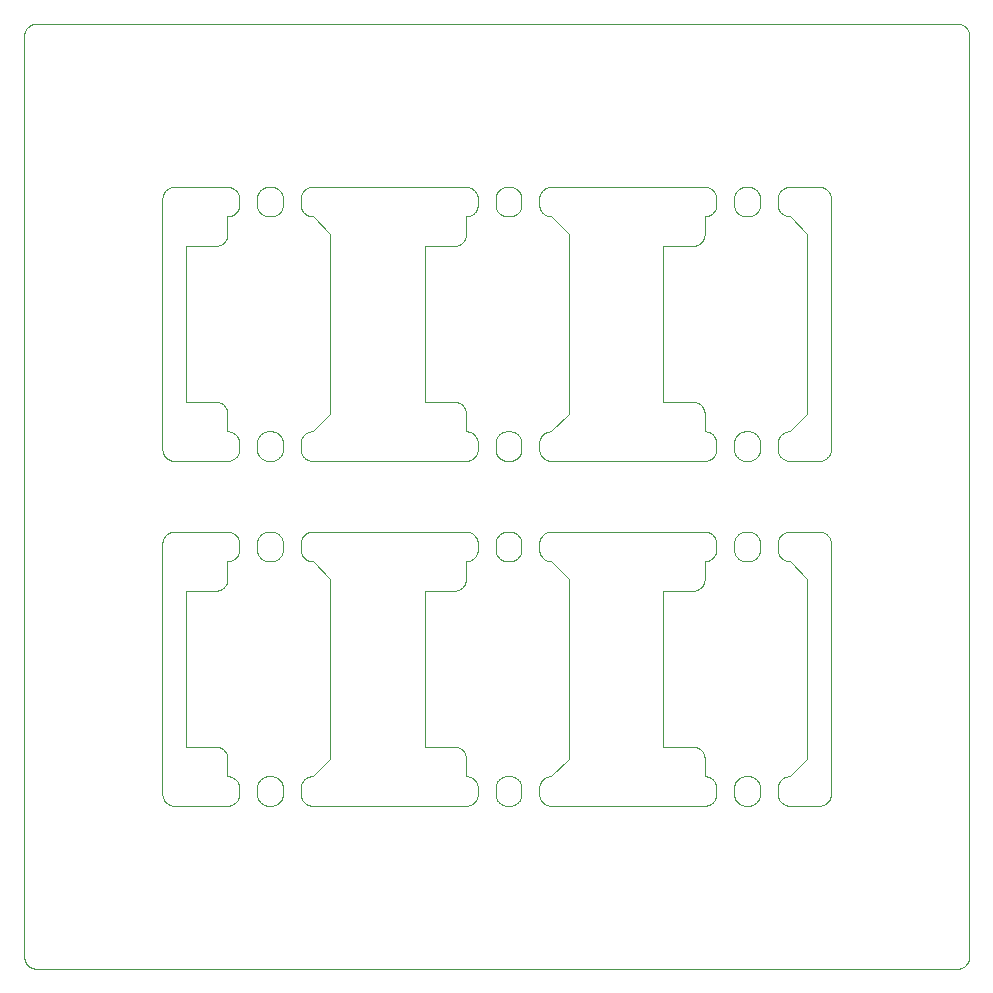
<source format=gm1>
G04 #@! TF.GenerationSoftware,KiCad,Pcbnew,9.0.0-9.0.0-2~ubuntu24.04.1*
G04 #@! TF.CreationDate,2025-03-16T16:10:11-04:00*
G04 #@! TF.ProjectId,panel9,70616e65-6c39-42e6-9b69-6361645f7063,rev?*
G04 #@! TF.SameCoordinates,Original*
G04 #@! TF.FileFunction,Profile,NP*
%FSLAX46Y46*%
G04 Gerber Fmt 4.6, Leading zero omitted, Abs format (unit mm)*
G04 Created by KiCad (PCBNEW 9.0.0-9.0.0-2~ubuntu24.04.1) date 2025-03-16 16:10:11*
%MOMM*%
%LPD*%
G01*
G04 APERTURE LIST*
G04 #@! TA.AperFunction,Profile*
%ADD10C,0.100000*%
G04 #@! TD*
G04 APERTURE END LIST*
D10*
X19719195Y-65395895D02*
X19710812Y-65347583D01*
X23400000Y-43999012D02*
X23401203Y-43949981D01*
X42098796Y-14749981D02*
X42100000Y-14799012D01*
X37341602Y-18137552D02*
X37323955Y-18183300D01*
X41696103Y-36803404D02*
X41656014Y-36831637D01*
X64774985Y-63700288D02*
X64799503Y-63699698D01*
X37663352Y-16264935D02*
X37616471Y-16276485D01*
X58431637Y-65756014D02*
X58403404Y-65796103D01*
X43742129Y-36514588D02*
X43717960Y-36471925D01*
X60671872Y-36904085D02*
X60628074Y-36882039D01*
X43676044Y-44883300D02*
X43658397Y-44837552D01*
X39976044Y-65583300D02*
X39958397Y-65537552D01*
X60856262Y-43029939D02*
X60904104Y-43019195D01*
X24109005Y-16256983D02*
X24062447Y-16241602D01*
X44003896Y-16103404D02*
X43965241Y-16073237D01*
X37203404Y-61603896D02*
X37231637Y-61643985D01*
X16537552Y-61258397D02*
X16583300Y-61276044D01*
X60904104Y-34519195D02*
X60952416Y-34510812D01*
X61590994Y-13843016D02*
X61637552Y-13858397D01*
X67300987Y-13800000D02*
X67350018Y-13801203D01*
X42004085Y-14371872D02*
X42023955Y-14416699D01*
X43965241Y-65973237D02*
X43928112Y-65941209D01*
X63843016Y-35209005D02*
X63858397Y-35162447D01*
X11729939Y-65443737D02*
X11719195Y-65395895D01*
X38071887Y-65941209D02*
X38034758Y-65973237D01*
X37996103Y-63896595D02*
X38034758Y-63926762D01*
X21804085Y-43571872D02*
X21823955Y-43616699D01*
X61728127Y-36904085D02*
X61683300Y-36923955D01*
X57600270Y-45501258D02*
X57600000Y-45512247D01*
X23443016Y-15590994D02*
X23429939Y-15543737D01*
X38304085Y-64271872D02*
X38323955Y-64316699D01*
X33900000Y-31987752D02*
X33900270Y-31998754D01*
X38209180Y-45088234D02*
X38179863Y-45126597D01*
X62241602Y-14462447D02*
X62256983Y-14509005D01*
X18180804Y-65395895D02*
X18170060Y-65443737D01*
X39958397Y-35162447D02*
X39976044Y-35116699D01*
X23568362Y-43443985D02*
X23596595Y-43403896D01*
X38236610Y-15848499D02*
X38209180Y-15888234D01*
X37569087Y-16285757D02*
X37521311Y-16292728D01*
X68295189Y-36098919D02*
X68289187Y-36147583D01*
X21534758Y-14026762D02*
X21571887Y-14058790D01*
X64128112Y-45241209D02*
X64092600Y-45207399D01*
X46099711Y-32999490D02*
X46099999Y-32987752D01*
X41198919Y-63704810D02*
X41247583Y-63710812D01*
X11992600Y-14092600D02*
X12028112Y-14058790D01*
X18085553Y-15765289D02*
X18062087Y-15807486D01*
X20065241Y-45273237D02*
X20028112Y-45241209D01*
X23765241Y-36773237D02*
X23728112Y-36741209D01*
X40752416Y-36989187D02*
X40704104Y-36980804D01*
X19719195Y-43804104D02*
X19729939Y-43756262D01*
X40303896Y-34696595D02*
X40343985Y-34668362D01*
X38262087Y-45007486D02*
X38236610Y-45048499D01*
X58431637Y-14243985D02*
X58457870Y-14285411D01*
X38356983Y-36290994D02*
X38341602Y-36337552D01*
X57600000Y-45512272D02*
X57600000Y-47000987D01*
X21757870Y-36514588D02*
X21731637Y-36556014D01*
X63843016Y-65490994D02*
X63829939Y-65443737D01*
X64701080Y-66195189D02*
X64652416Y-66189187D01*
X57937552Y-43058397D02*
X57983300Y-43076044D01*
X68007399Y-14092600D02*
X68041209Y-14128112D01*
X44262447Y-13858397D02*
X44309005Y-13843016D01*
X19729939Y-64456262D02*
X19743016Y-64409005D01*
X60143016Y-64409005D02*
X60158397Y-64362447D01*
X21095895Y-63719195D02*
X21143737Y-63729939D01*
X21782039Y-65671925D02*
X21757870Y-65714588D01*
X40428074Y-45382039D02*
X40385411Y-45357870D01*
X41483300Y-63776044D02*
X41528127Y-63795914D01*
X41100987Y-66200000D02*
X40899012Y-66200000D01*
X58196103Y-43196595D02*
X58234758Y-43226762D01*
X17443737Y-66170060D02*
X17395895Y-66180804D01*
X62295189Y-65298919D02*
X62289187Y-65347583D01*
X37450018Y-13801203D02*
X37498919Y-13804810D01*
X41656014Y-16131637D02*
X41614588Y-16157870D01*
X63996595Y-65796103D02*
X63968362Y-65756014D01*
X40516699Y-43076044D02*
X40562447Y-43058397D01*
X11729939Y-14556262D02*
X11743016Y-14509005D01*
X44383528Y-34523514D02*
X44430912Y-34514242D01*
X79706876Y-293089D02*
X79698031Y-284668D01*
X41437552Y-13858397D02*
X41483300Y-13876044D01*
X37304085Y-61771872D02*
X37323955Y-61816699D01*
X39958397Y-14462447D02*
X39976044Y-14416699D01*
X21823955Y-35116699D02*
X21841602Y-35162447D01*
X63801203Y-44550018D02*
X63800000Y-44500987D01*
X21496103Y-66003404D02*
X21456014Y-66031637D01*
X57028127Y-18704085D02*
X56983300Y-18723955D01*
X41571925Y-63817960D02*
X41614588Y-63842129D01*
X40428074Y-66082039D02*
X40385411Y-66057870D01*
X37690994Y-34543016D02*
X37737552Y-34558397D01*
X698160Y-47194D02*
X628871Y-71985D01*
X58504085Y-35071872D02*
X58523955Y-35116699D01*
X36996103Y-47803404D02*
X36956014Y-47831637D01*
X17189187Y-17947583D02*
X17180804Y-17995895D01*
X62041209Y-34828112D02*
X62073237Y-34865241D01*
X58234758Y-36773237D02*
X58196103Y-36803404D01*
X57650018Y-34501203D02*
X57698919Y-34504810D01*
X42100000Y-35499012D02*
X42100000Y-36000987D01*
X43851273Y-34836501D02*
X43884156Y-34801146D01*
X64799012Y-43000000D02*
X67300987Y-43000000D01*
X38370060Y-35256262D02*
X38380804Y-35304104D01*
X62300000Y-65200987D02*
X62298796Y-65250018D01*
X24374985Y-34500288D02*
X24399503Y-34499698D01*
X79831205Y-444576D02*
X79824173Y-434592D01*
X60217960Y-64228074D02*
X60242129Y-64185411D01*
X58403404Y-14203896D02*
X58431637Y-14243985D01*
X37424509Y-34500577D02*
X37450018Y-34501203D01*
X60392600Y-14092600D02*
X60428112Y-14058790D01*
X43858790Y-65871887D02*
X43826762Y-65834758D01*
X60465241Y-63926762D02*
X60503896Y-63896595D01*
X58028127Y-66104085D02*
X57983300Y-66123955D01*
X21673237Y-15934758D02*
X21641209Y-15971887D01*
X23429939Y-36243737D02*
X23419195Y-36195895D01*
X23419195Y-44695895D02*
X23410812Y-44647583D01*
X60100000Y-14799012D02*
X60101203Y-14749981D01*
X43796595Y-45096103D02*
X43768362Y-45056014D01*
X42004085Y-35071872D02*
X42023955Y-35116699D01*
X58086429Y-45374131D02*
X58043675Y-45396566D01*
X60101203Y-14749981D02*
X60104810Y-14701080D01*
X63963389Y-64151500D02*
X63990819Y-64111765D01*
X37400987Y-43000000D02*
X37450018Y-43001203D01*
X68289187Y-36147583D02*
X68280804Y-36195895D01*
X60856262Y-34529939D02*
X60904104Y-34519195D01*
X41696103Y-45303404D02*
X41656014Y-45331637D01*
X37547583Y-63710812D02*
X37595895Y-63719195D01*
X601Y-987766D02*
X0Y-1012247D01*
X41771887Y-65941209D02*
X41734758Y-65973237D01*
X16907399Y-61492600D02*
X16941209Y-61528112D01*
X54100270Y-48001245D02*
X54100000Y-48012247D01*
X36450018Y-61201203D02*
X36498919Y-61204810D01*
X58207501Y-45294823D02*
X58168438Y-45323200D01*
X61300987Y-13800000D02*
X61350018Y-13801203D01*
X37473253Y-16297383D02*
X37425014Y-16299711D01*
X40017960Y-35028074D02*
X40042129Y-34985411D01*
X61971887Y-16041209D02*
X61934758Y-16073237D01*
X20065241Y-34726762D02*
X20103896Y-34696595D01*
X19776044Y-64316699D02*
X19795914Y-64271872D01*
X987742Y-602D02*
X914240Y-4213D01*
X36643737Y-61229939D02*
X36690994Y-61243016D01*
X19795914Y-14371872D02*
X19817960Y-14328074D01*
X38203404Y-36596103D02*
X38173237Y-36634758D01*
X58281290Y-45232576D02*
X58245148Y-45264592D01*
X64604104Y-16280804D02*
X64556262Y-16270060D01*
X21571887Y-63958790D02*
X21607399Y-63992600D01*
X43826762Y-36634758D02*
X43796595Y-36596103D01*
X39910812Y-15447583D02*
X39904810Y-15398919D01*
X21895189Y-65298919D02*
X21889187Y-65347583D01*
X24399490Y-16300288D02*
X24376173Y-16299716D01*
X37968438Y-45323200D02*
X37928049Y-45349657D01*
X19958790Y-45171887D02*
X19926762Y-45134758D01*
X44501080Y-45495189D02*
X44452416Y-45489187D01*
X21496103Y-36803404D02*
X21456014Y-36831637D01*
X43656639Y-35167400D02*
X43673762Y-35122256D01*
X60217960Y-35028074D02*
X60242129Y-34985411D01*
X17200000Y-63687752D02*
X17200270Y-63698754D01*
X13712272Y-61200000D02*
X16200987Y-61200000D01*
X60119195Y-15495895D02*
X60110812Y-15447583D01*
X67856014Y-43168362D02*
X67896103Y-43196595D01*
X58341209Y-65871887D02*
X58307399Y-65907399D01*
X40077Y-721619D02*
X22196Y-793005D01*
X60762447Y-45441602D02*
X60716699Y-45423955D01*
X38257870Y-36514588D02*
X38231637Y-36556014D01*
X19700000Y-44500987D02*
X19700000Y-43999012D01*
X23404810Y-44598919D02*
X23401203Y-44550018D01*
X42070060Y-64456262D02*
X42080804Y-64504104D01*
X17583300Y-13876044D02*
X17628127Y-13895914D01*
X79545064Y-79837766D02*
X79555382Y-79831232D01*
X24349981Y-36998796D02*
X24301080Y-36995189D01*
X21703404Y-64103896D02*
X21731637Y-64143985D01*
X17796103Y-13996595D02*
X17834758Y-14026762D01*
X23410812Y-15447583D02*
X23404810Y-15398919D01*
X63990819Y-64111765D02*
X64020136Y-64073402D01*
X23651273Y-34836501D02*
X23684156Y-34801146D01*
X12065241Y-43226762D02*
X12103896Y-43196595D01*
X40042129Y-34985411D02*
X40068362Y-34943985D01*
X12185411Y-13942129D02*
X12228074Y-13917960D01*
X40428074Y-36882039D02*
X40385411Y-36857870D01*
X17347583Y-45489187D02*
X17298919Y-45495189D01*
X63942129Y-45014588D02*
X63917960Y-44971925D01*
X79982586Y-79182950D02*
X79993383Y-79110156D01*
X17671925Y-66082039D02*
X17628127Y-66104085D01*
X12552416Y-43010812D02*
X12601080Y-43004810D01*
X79097963Y-5112D02*
X79085783Y-4214D01*
X23885411Y-16157870D02*
X23843985Y-16131637D01*
X18104085Y-35071872D02*
X18123955Y-35116699D01*
X24349981Y-43001203D02*
X24399012Y-43000000D01*
X21880804Y-36195895D02*
X21870060Y-36243737D01*
X67814588Y-36857870D02*
X67771925Y-36882039D01*
X67543737Y-36970060D02*
X67495895Y-36980804D01*
X16395895Y-47980804D02*
X16347583Y-47989187D01*
X17756014Y-43168362D02*
X17796103Y-43196595D01*
X44608660Y-45508660D02*
X44600155Y-45500563D01*
X16347583Y-61210812D02*
X16395895Y-61219195D01*
X62007399Y-14092600D02*
X62041209Y-14128112D01*
X61856014Y-45331637D02*
X61814588Y-45357870D01*
X17170060Y-18043737D02*
X17156983Y-18090994D01*
X17583300Y-43076044D02*
X17628127Y-43095914D01*
X37595895Y-43019195D02*
X37643737Y-43029939D01*
X56795895Y-18780804D02*
X56747583Y-18789187D01*
X23626762Y-45134758D02*
X23596595Y-45096103D01*
X17537552Y-45441602D02*
X17490994Y-45456983D01*
X64356324Y-63803433D02*
X64400112Y-63783091D01*
X62204085Y-14371872D02*
X62223955Y-14416699D01*
X41841209Y-36671887D02*
X41807399Y-36707399D01*
X38179863Y-15926597D02*
X38148726Y-15963498D01*
X23429939Y-44743737D02*
X23419195Y-44695895D01*
X19758397Y-15637552D02*
X19743016Y-15590994D01*
X79923591Y-617409D02*
X79918642Y-606244D01*
X68223955Y-65583300D02*
X68204085Y-65628127D01*
X23429939Y-14556262D02*
X23443016Y-14509005D01*
X40704104Y-34519195D02*
X40752416Y-34510812D01*
X21880804Y-64504104D02*
X21889187Y-64552416D01*
X18082039Y-65671925D02*
X18057870Y-65714588D01*
X21571887Y-34758790D02*
X21607399Y-34792600D01*
X19926762Y-34865241D02*
X19958790Y-34828112D01*
X38231637Y-36556014D02*
X38203404Y-36596103D01*
X60176044Y-35116699D02*
X60195914Y-35071872D01*
X63810812Y-44647583D02*
X63804810Y-44598919D01*
X17443737Y-43029939D02*
X17490994Y-43043016D01*
X43676044Y-36383300D02*
X43658397Y-36337552D01*
X43820136Y-34873402D02*
X43851273Y-34836501D01*
X64556262Y-43029939D02*
X64604104Y-43019195D01*
X40343985Y-36831637D02*
X40303896Y-36803404D01*
X17347583Y-63710812D02*
X17395895Y-63719195D01*
X44003896Y-43196595D02*
X44043985Y-43168362D01*
X43355Y-79290220D02*
X47186Y-79301816D01*
X11758397Y-14462447D02*
X11776044Y-14416699D01*
X17796103Y-34696595D02*
X17834758Y-34726762D01*
X43618614Y-35307051D02*
X43629033Y-35259906D01*
X41150018Y-63701203D02*
X41198919Y-63704810D01*
X67398919Y-36995189D02*
X67350018Y-36998796D01*
X60104810Y-36098919D02*
X60101203Y-36050018D01*
X20649981Y-34501203D02*
X20699012Y-34500000D01*
X58600000Y-64699012D02*
X58600000Y-65200987D01*
X17189187Y-62052416D02*
X17195189Y-62101080D01*
X17490994Y-13843016D02*
X17537552Y-13858397D01*
X58028127Y-43095914D02*
X58071925Y-43117960D01*
X24252416Y-36989187D02*
X24204104Y-36980804D01*
X40228112Y-36741209D02*
X40192600Y-36707399D01*
X57673253Y-16297383D02*
X57625014Y-16299711D01*
X17200000Y-32999012D02*
X17200000Y-34487727D01*
X61971887Y-34758790D02*
X62007399Y-34792600D01*
X42070060Y-14556262D02*
X42080804Y-14604104D01*
X12143985Y-43168362D02*
X12185411Y-43142129D01*
X62289187Y-43852416D02*
X62295189Y-43901080D01*
X41807399Y-16007399D02*
X41771887Y-16041209D01*
X63968362Y-15856014D02*
X63942129Y-15814588D01*
X58462087Y-15807486D02*
X58436610Y-15848499D01*
X21047583Y-13810812D02*
X21095895Y-13819195D01*
X42080804Y-35304104D02*
X42089187Y-35352416D01*
X63968362Y-36556014D02*
X63942129Y-36514588D01*
X57721311Y-45492728D02*
X57673253Y-45497383D01*
X17123955Y-32616699D02*
X17141602Y-32662447D01*
X64203896Y-16103404D02*
X64165241Y-16073237D01*
X12552416Y-66189187D02*
X12504104Y-66180804D01*
X17223826Y-45499716D02*
X17201245Y-45500270D01*
X57673253Y-45497383D02*
X57625014Y-45499711D01*
X57598796Y-47050018D02*
X57595189Y-47098919D01*
X41873237Y-14165241D02*
X41903404Y-14203896D01*
X235231Y-79643486D02*
X284651Y-79698013D01*
X58570060Y-43756262D02*
X58580804Y-43804104D01*
X37257870Y-61685411D02*
X37282039Y-61728074D01*
X66291322Y-46991322D02*
X64808677Y-45508677D01*
X43954851Y-34735407D02*
X43992498Y-34705176D01*
X61728127Y-45404085D02*
X61683300Y-45423955D01*
X18082039Y-64228074D02*
X18104085Y-64271872D01*
X37956014Y-66031637D02*
X37914588Y-66057870D01*
X23429939Y-15543737D02*
X23419195Y-15495895D01*
X38381385Y-44692948D02*
X38370966Y-44740093D01*
X57795895Y-66180804D02*
X57747583Y-66189187D01*
X60296595Y-65796103D02*
X60268362Y-65756014D01*
X60143016Y-44790994D02*
X60129939Y-44743737D01*
X17180804Y-32804104D02*
X17189187Y-32852416D01*
X42041602Y-14462447D02*
X42056983Y-14509005D01*
X38203404Y-65796103D02*
X38173237Y-65834758D01*
X60326762Y-64065241D02*
X60358790Y-64028112D01*
X17225014Y-16299711D02*
X17201245Y-16300283D01*
X41198919Y-16295189D02*
X41150018Y-16298796D01*
X36996103Y-32196595D02*
X37034758Y-32226762D01*
X721596Y-40083D02*
X709826Y-43341D01*
X38343360Y-44832599D02*
X38326237Y-44877743D01*
X18082039Y-14328074D02*
X18104085Y-14371872D01*
X57541602Y-61862447D02*
X57556983Y-61909005D01*
X18009180Y-15888234D02*
X17979863Y-15926597D01*
X16671925Y-32117960D02*
X16714588Y-32142129D01*
X64203896Y-66003404D02*
X64165241Y-65973237D01*
X62103404Y-15896103D02*
X62073237Y-15934758D01*
X56937552Y-32058397D02*
X56983300Y-32076044D01*
X38356983Y-43709005D02*
X38370060Y-43756262D01*
X79982582Y-817025D02*
X79980494Y-804992D01*
X67934758Y-36773237D02*
X67896103Y-36803404D01*
X81357Y-606244D02*
X76408Y-617409D01*
X39910812Y-43852416D02*
X39919195Y-43804104D01*
X64652416Y-66189187D02*
X64604104Y-66180804D01*
X60428112Y-16041209D02*
X60392600Y-16007399D01*
X19926762Y-36634758D02*
X19896595Y-36596103D01*
X42023955Y-36383300D02*
X42004085Y-36428127D01*
X62223955Y-65583300D02*
X62204085Y-65628127D01*
X41771887Y-16041209D02*
X41734758Y-16073237D01*
X61683300Y-13876044D02*
X61728127Y-13895914D01*
X23928074Y-43117960D02*
X23971872Y-43095914D01*
X60195914Y-15728127D02*
X60176044Y-15683300D01*
X23754851Y-34735407D02*
X23792498Y-34705176D01*
X37595895Y-36980804D02*
X37547583Y-36989187D01*
X21496103Y-34696595D02*
X21534758Y-34726762D01*
X41957870Y-34985411D02*
X41982039Y-35028074D01*
X17031637Y-18356014D02*
X17003404Y-18396103D01*
X21889187Y-14652416D02*
X21895189Y-14701080D01*
X68295189Y-43901080D02*
X68298796Y-43949981D01*
X16973237Y-18434758D02*
X16941209Y-18471887D01*
X41982039Y-15771925D02*
X41957870Y-15814588D01*
X61814588Y-66057870D02*
X61771925Y-66082039D01*
X17200000Y-34487752D02*
X17200270Y-34498754D01*
X66299711Y-62199490D02*
X66299999Y-62187752D01*
X64328074Y-34617960D02*
X64371872Y-34595914D01*
X58196103Y-36803404D02*
X58156014Y-36831637D01*
X16537552Y-18741602D02*
X16490994Y-18756983D01*
X62241602Y-35162447D02*
X62256983Y-35209005D01*
X21283300Y-63776044D02*
X21328127Y-63795914D01*
X68241602Y-36337552D02*
X68223955Y-36383300D01*
X36956014Y-32168362D02*
X36996103Y-32196595D01*
X57650018Y-13801203D02*
X57698919Y-13804810D01*
X17871887Y-43258790D02*
X17907399Y-43292600D01*
X24349981Y-66198796D02*
X24301080Y-66195189D01*
X43717960Y-36471925D02*
X43695914Y-36428127D01*
X19817960Y-36471925D02*
X19795914Y-36428127D01*
X12143985Y-66031637D02*
X12103896Y-66003404D01*
X63810812Y-35352416D02*
X63819195Y-35304104D01*
X21900000Y-35499012D02*
X21900000Y-36000987D01*
X44608677Y-34491322D02*
X46091322Y-33008677D01*
X40068362Y-45056014D02*
X40042129Y-45014588D01*
X19729939Y-65443737D02*
X19719195Y-65395895D01*
X41198919Y-36995189D02*
X41150018Y-36998796D01*
X40158790Y-15971887D02*
X40126762Y-15934758D01*
X63843016Y-43709005D02*
X63858397Y-43662447D01*
X58043675Y-45396566D02*
X57999887Y-45416908D01*
X36996103Y-61396595D02*
X37034758Y-61426762D01*
X38370060Y-65443737D02*
X38356983Y-65490994D01*
X60100000Y-35499012D02*
X60101203Y-35449981D01*
X39943016Y-44790994D02*
X39929939Y-44743737D01*
X57909620Y-16251133D02*
X57863352Y-16264935D01*
X60465241Y-14026762D02*
X60503896Y-13996595D01*
X62223955Y-43616699D02*
X62241602Y-43662447D01*
X20552416Y-13810812D02*
X20601080Y-13804810D01*
X39919195Y-43804104D02*
X39929939Y-43756262D01*
X43768362Y-14243985D02*
X43796595Y-14203896D01*
X62204085Y-43571872D02*
X62223955Y-43616699D01*
X37400987Y-37000000D02*
X24399012Y-37000000D01*
X17195189Y-47098919D02*
X17189187Y-47147583D01*
X43965241Y-43226762D02*
X44003896Y-43196595D01*
X62182039Y-36471925D02*
X62157870Y-36514588D01*
X19958790Y-15971887D02*
X19926762Y-15934758D01*
X23476044Y-15683300D02*
X23458397Y-15637552D01*
X37755167Y-45435112D02*
X37709620Y-45451133D01*
X79993383Y-889843D02*
X79982586Y-817049D01*
X17082039Y-18271925D02*
X17057870Y-18314588D01*
X37231637Y-47556014D02*
X37203404Y-47596103D01*
X18031637Y-65756014D02*
X18003404Y-65796103D01*
X60100000Y-65200987D02*
X60100000Y-64699012D01*
X57523955Y-32616699D02*
X57541602Y-32662447D01*
X23401203Y-44550018D02*
X23400000Y-44500987D01*
X60952416Y-13810812D02*
X61001080Y-13804810D01*
X18200000Y-44500987D02*
X18198796Y-44550018D01*
X21237552Y-43058397D02*
X21283300Y-43076044D01*
X60428112Y-45241209D02*
X60392600Y-45207399D01*
X17298919Y-45495189D02*
X17250018Y-45498796D01*
X42095189Y-14701080D02*
X42098796Y-14749981D01*
X60296595Y-45096103D02*
X60268362Y-45056014D01*
X58506953Y-15722008D02*
X58485553Y-15765289D01*
X17250018Y-43001203D02*
X17298919Y-43004810D01*
X58556983Y-65490994D02*
X58541602Y-65537552D01*
X61856014Y-66031637D02*
X61814588Y-66057870D01*
X13701245Y-31999729D02*
X13712247Y-31999999D01*
X63942129Y-65714588D02*
X63917960Y-65671925D01*
X37304085Y-32571872D02*
X37323955Y-32616699D01*
X38370966Y-15540093D02*
X38358281Y-15586679D01*
X24230912Y-34514242D02*
X24278688Y-34507271D01*
X21880804Y-43804104D02*
X21889187Y-43852416D01*
X23542129Y-45014588D02*
X23517960Y-44971925D01*
X17321311Y-16292728D02*
X17273253Y-16297383D01*
X64058790Y-36671887D02*
X64026762Y-36634758D01*
X60326762Y-36634758D02*
X60296595Y-36596103D01*
X21456014Y-36831637D02*
X21414588Y-36857870D01*
X16200987Y-61200000D02*
X16250018Y-61201203D01*
X914216Y-4214D02*
X902036Y-5112D01*
X68298796Y-43949981D02*
X68300000Y-43999012D01*
X44430912Y-34514242D02*
X44478688Y-34507271D01*
X21870060Y-35256262D02*
X21880804Y-35304104D01*
X18104085Y-36428127D02*
X18082039Y-36471925D01*
X43992498Y-63905176D02*
X44031561Y-63876799D01*
X18156983Y-65490994D02*
X18141602Y-65537552D01*
X39900000Y-43999012D02*
X39901203Y-43949981D01*
X64416699Y-66123955D02*
X64371872Y-66104085D01*
X58600000Y-35499012D02*
X58600000Y-36000987D01*
X20699012Y-66200000D02*
X20649981Y-66198796D01*
X67543737Y-66170060D02*
X67495895Y-66180804D01*
X37400000Y-17800987D02*
X37398796Y-17850018D01*
X38304085Y-36428127D02*
X38282039Y-36471925D01*
X67590994Y-43043016D02*
X67637552Y-43058397D01*
X40562447Y-34558397D02*
X40609005Y-34543016D01*
X20552416Y-43010812D02*
X20601080Y-43004810D01*
X19776044Y-36383300D02*
X19758397Y-36337552D01*
X38341602Y-43662447D02*
X38356983Y-43709005D01*
X41614588Y-43142129D02*
X41656014Y-43168362D01*
X23418614Y-35307051D02*
X23429033Y-35259906D01*
X21782039Y-15771925D02*
X21757870Y-15814588D01*
X40704104Y-16280804D02*
X40656262Y-16270060D01*
X24326746Y-63702616D02*
X24374985Y-63700288D01*
X61398919Y-66195189D02*
X61350018Y-66198796D01*
X57431637Y-47556014D02*
X57403404Y-47596103D01*
X23658790Y-43328112D02*
X23692600Y-43292600D01*
X33900000Y-48012272D02*
X33900000Y-61187727D01*
X17443737Y-63729939D02*
X17490994Y-63743016D01*
X42100000Y-36000987D02*
X42098796Y-36050018D01*
X37282039Y-18271925D02*
X37257870Y-18314588D01*
X16671925Y-61317960D02*
X16714588Y-61342129D01*
X18198796Y-36050018D02*
X18195189Y-36098919D01*
X64462447Y-36941602D02*
X64416699Y-36923955D01*
X23542129Y-36514588D02*
X23517960Y-36471925D01*
X63829939Y-65443737D02*
X63819195Y-65395895D01*
X21371925Y-36882039D02*
X21328127Y-36904085D01*
X44599012Y-13800000D02*
X57600987Y-13800000D01*
X40042129Y-36514588D02*
X40017960Y-36471925D01*
X64775490Y-45499422D02*
X64749981Y-45498796D01*
X41150018Y-66198796D02*
X41100987Y-66200000D01*
X41571925Y-13917960D02*
X41614588Y-13942129D01*
X37380804Y-17995895D02*
X37370060Y-18043737D01*
X38389515Y-15445354D02*
X38381385Y-15492948D01*
X18170060Y-65443737D02*
X18156983Y-65490994D01*
X16756014Y-32168362D02*
X16796103Y-32196595D01*
X58409180Y-45088234D02*
X58379863Y-45126597D01*
X16907399Y-18507399D02*
X16871887Y-18541209D01*
X58595189Y-64601080D02*
X58598796Y-64649981D01*
X62270060Y-64456262D02*
X62280804Y-64504104D01*
X18003404Y-45096103D02*
X17973237Y-45134758D01*
X40656262Y-66170060D02*
X40609005Y-66156983D01*
X57598796Y-17850018D02*
X57595189Y-17898919D01*
X37107399Y-32292600D02*
X37141209Y-32328112D01*
X39929939Y-44743737D02*
X39919195Y-44695895D01*
X21047583Y-63710812D02*
X21095895Y-63719195D01*
X44171872Y-45404085D02*
X44128074Y-45382039D01*
X38071887Y-34758790D02*
X38107399Y-34792600D01*
X58114588Y-66057870D02*
X58071925Y-66082039D01*
X43641718Y-64413320D02*
X43656639Y-64367400D01*
X25899711Y-32999490D02*
X25899999Y-32987752D01*
X64371872Y-43095914D02*
X64416699Y-43076044D01*
X44171872Y-13895914D02*
X44216699Y-13876044D01*
X16443737Y-47970060D02*
X16395895Y-47980804D01*
X36914588Y-47857870D02*
X36871925Y-47882039D01*
X37498919Y-43004810D02*
X37547583Y-43010812D01*
X60129939Y-35256262D02*
X60143016Y-35209005D01*
X41198919Y-43004810D02*
X41247583Y-43010812D01*
X37783300Y-36923955D02*
X37737552Y-36941602D01*
X66299436Y-17799844D02*
X66291339Y-17791339D01*
X37871925Y-36882039D02*
X37828127Y-36904085D01*
X37569087Y-45485757D02*
X37521311Y-45492728D01*
X42080804Y-14604104D02*
X42089187Y-14652416D01*
X58523955Y-35116699D02*
X58541602Y-35162447D01*
X37450018Y-34501203D02*
X37498919Y-34504810D01*
X44156324Y-34603433D02*
X44200112Y-34583091D01*
X17907399Y-14092600D02*
X17941209Y-14128112D01*
X16671925Y-47882039D02*
X16628127Y-47904085D01*
X21856983Y-43709005D02*
X21870060Y-43756262D01*
X57595189Y-17898919D02*
X57589187Y-17947583D01*
X41696103Y-43196595D02*
X41734758Y-43226762D01*
X38071887Y-43258790D02*
X38107399Y-43292600D01*
X39910812Y-36147583D02*
X39904810Y-36098919D01*
X37370060Y-61956262D02*
X37380804Y-62004104D01*
X21414588Y-13942129D02*
X21456014Y-13968362D01*
X11817960Y-14328074D02*
X11842129Y-14285411D01*
X41295895Y-36980804D02*
X41247583Y-36989187D01*
X41100987Y-43000000D02*
X41150018Y-43001203D01*
X16834758Y-32226762D02*
X16871887Y-32258790D01*
X23590819Y-64111765D02*
X23620136Y-64073402D01*
X17941209Y-34828112D02*
X17973237Y-34865241D01*
X23410484Y-64554645D02*
X23418614Y-64507051D01*
X61771925Y-66082039D02*
X61728127Y-66104085D01*
X118333Y-528767D02*
X112842Y-539675D01*
X41437552Y-36941602D02*
X41390994Y-36956983D01*
X901987Y-5117D02*
X889867Y-6612D01*
X41696103Y-16103404D02*
X41656014Y-16131637D01*
X41483300Y-34576044D02*
X41528127Y-34595914D01*
X40343985Y-45331637D02*
X40303896Y-45303404D01*
X60904104Y-66180804D02*
X60856262Y-66170060D01*
X37996103Y-13996595D02*
X38034758Y-14026762D01*
X40385411Y-66057870D02*
X40343985Y-66031637D01*
X40562447Y-16241602D02*
X40516699Y-16223955D01*
X43610812Y-44647583D02*
X43604810Y-44598919D01*
X19817960Y-43528074D02*
X19842129Y-43485411D01*
X23401203Y-43949981D02*
X23404810Y-43901080D01*
X23404664Y-35402575D02*
X23410484Y-35354645D01*
X58523955Y-43616699D02*
X58541602Y-43662447D01*
X18104085Y-14371872D02*
X18123955Y-14416699D01*
X17834758Y-63926762D02*
X17871887Y-63958790D01*
X64604104Y-45480804D02*
X64556262Y-45470060D01*
X68289187Y-65347583D02*
X68280804Y-65395895D01*
X40303896Y-66003404D02*
X40265241Y-65973237D01*
X56983300Y-61276044D02*
X57028127Y-61295914D01*
X57955167Y-16235112D02*
X57909620Y-16251133D01*
X61300987Y-66200000D02*
X61099012Y-66200000D01*
X18200000Y-15300987D02*
X18198832Y-15349268D01*
X21456014Y-34668362D02*
X21496103Y-34696595D01*
X61350018Y-34501203D02*
X61398919Y-34504810D01*
X66299999Y-17812247D02*
X66299711Y-17800509D01*
X39995914Y-43571872D02*
X40017960Y-43528074D01*
X17141602Y-18137552D02*
X17123955Y-18183300D01*
X56747583Y-32010812D02*
X56795895Y-32019195D01*
X18200000Y-14799012D02*
X18200000Y-15300987D01*
X12028112Y-14058790D02*
X12065241Y-14026762D01*
X23456639Y-35167400D02*
X23473762Y-35122256D01*
X58595335Y-44597424D02*
X58589515Y-44645354D01*
X43826762Y-43365241D02*
X43858790Y-43328112D01*
X67814588Y-66057870D02*
X67771925Y-66082039D01*
X11958790Y-14128112D02*
X11992600Y-14092600D01*
X57307399Y-18507399D02*
X57271887Y-18541209D01*
X112831Y-539697D02*
X81367Y-606222D01*
X21757870Y-14285411D02*
X21782039Y-14328074D01*
X44003896Y-45303404D02*
X43965241Y-45273237D01*
X79993387Y-79110132D02*
X79994882Y-79098012D01*
X41100987Y-13800000D02*
X41150018Y-13801203D01*
X37783300Y-34576044D02*
X37828127Y-34595914D01*
X44309005Y-13843016D02*
X44356262Y-13829939D01*
X62280804Y-44695895D02*
X62270060Y-44743737D01*
X63895914Y-15728127D02*
X63876044Y-15683300D01*
X60628074Y-16182039D02*
X60585411Y-16157870D01*
X22196Y-79206994D02*
X40077Y-79278380D01*
X57373237Y-18434758D02*
X57341209Y-18471887D01*
X79471276Y-79881643D02*
X79481901Y-79875624D01*
X23493046Y-35077991D02*
X23514446Y-35034710D01*
X68157870Y-14285411D02*
X68182039Y-14328074D01*
X57028127Y-61295914D02*
X57071925Y-61317960D01*
X67971887Y-43258790D02*
X68007399Y-43292600D01*
X23590819Y-34911765D02*
X23620136Y-34873402D01*
X38389187Y-64552416D02*
X38395189Y-64601080D01*
X21641209Y-36671887D02*
X21607399Y-36707399D01*
X43658397Y-65537552D02*
X43643016Y-65490994D01*
X61683300Y-34576044D02*
X61728127Y-34595914D01*
X43826762Y-45134758D02*
X43796595Y-45096103D01*
X38141209Y-43328112D02*
X38173237Y-43365241D01*
X60100000Y-43999012D02*
X60101203Y-43949981D01*
X63804810Y-43901080D02*
X63810812Y-43852416D01*
X60158397Y-14462447D02*
X60176044Y-14416699D01*
X43717960Y-43528074D02*
X43742129Y-43485411D01*
X21641209Y-65871887D02*
X21607399Y-65907399D01*
X21731637Y-43443985D02*
X21757870Y-43485411D01*
X62103404Y-34903896D02*
X62131637Y-34943985D01*
X118356Y-79471276D02*
X124375Y-79481901D01*
X62280804Y-36195895D02*
X62270060Y-36243737D01*
X21804085Y-64271872D02*
X21823955Y-64316699D01*
X17537552Y-66141602D02*
X17490994Y-66156983D01*
X21095895Y-34519195D02*
X21143737Y-34529939D01*
X64556262Y-36970060D02*
X64509005Y-36956983D01*
X57271887Y-18541209D02*
X57234758Y-18573237D01*
X12185411Y-66057870D02*
X12143985Y-66031637D01*
X23542129Y-14285411D02*
X23568362Y-14243985D01*
X18141602Y-14462447D02*
X18156983Y-14509005D01*
X21143737Y-16270060D02*
X21095895Y-16280804D01*
X60129939Y-14556262D02*
X60143016Y-14509005D01*
X44356262Y-16270060D02*
X44309005Y-16256983D01*
X40096595Y-34903896D02*
X40126762Y-34865241D01*
X21870060Y-14556262D02*
X21880804Y-14604104D01*
X57431637Y-61643985D02*
X57457870Y-61685411D01*
X24016699Y-36923955D02*
X23971872Y-36904085D01*
X40265241Y-63926762D02*
X40303896Y-63896595D01*
X17123955Y-18183300D02*
X17104085Y-18228127D01*
X61934758Y-34726762D02*
X61971887Y-34758790D01*
X21900000Y-14799012D02*
X21900000Y-15300987D01*
X17250018Y-34501203D02*
X17298919Y-34504810D01*
X43629939Y-36243737D02*
X43619195Y-36195895D01*
X18123955Y-36383300D02*
X18104085Y-36428127D01*
X39904810Y-36098919D02*
X39901203Y-36050018D01*
X25891339Y-62208660D02*
X25899436Y-62200155D01*
X21534758Y-43226762D02*
X21571887Y-43258790D01*
X21889187Y-64552416D02*
X21895189Y-64601080D01*
X37257870Y-32485411D02*
X37282039Y-32528074D01*
X58482039Y-14328074D02*
X58504085Y-14371872D01*
X18195189Y-65298919D02*
X18189187Y-65347583D01*
X11842129Y-14285411D02*
X11868362Y-14243985D01*
X21607399Y-63992600D02*
X21641209Y-64028112D01*
X19701203Y-15350018D02*
X19700000Y-15300987D01*
X38389187Y-43852416D02*
X38395189Y-43901080D01*
X79206971Y-22191D02*
X79195055Y-19515D01*
X43600000Y-15300987D02*
X43600000Y-14799012D01*
X63876044Y-36383300D02*
X63858397Y-36337552D01*
X21889187Y-44647583D02*
X21880804Y-44695895D01*
X79195055Y-79980484D02*
X79206971Y-79977808D01*
X13700270Y-48001245D02*
X13700000Y-48012247D01*
X60242129Y-36514588D02*
X60217960Y-36471925D01*
X16714588Y-18657870D02*
X16671925Y-18682039D01*
X61099012Y-37000000D02*
X61049981Y-36998796D01*
X79393777Y-79918632D02*
X79460302Y-79887168D01*
X37398796Y-62149981D02*
X37400000Y-62199012D01*
X18180804Y-43804104D02*
X18189187Y-43852416D01*
X24204104Y-13819195D02*
X24252416Y-13810812D01*
X58482039Y-65671925D02*
X58457870Y-65714588D01*
X43884156Y-34801146D02*
X43918709Y-34767423D01*
X37828127Y-66104085D02*
X37783300Y-66123955D01*
X17537552Y-43058397D02*
X17583300Y-43076044D01*
X24062447Y-66141602D02*
X24016699Y-66123955D01*
X58071925Y-36882039D02*
X58028127Y-36904085D01*
X57698919Y-66195189D02*
X57650018Y-66198796D01*
X41734758Y-45273237D02*
X41696103Y-45303404D01*
X40042129Y-14285411D02*
X40068362Y-14243985D01*
X57403404Y-18396103D02*
X57373237Y-18434758D01*
X56747583Y-18789187D02*
X56698919Y-18795189D01*
X38356983Y-35209005D02*
X38370060Y-35256262D01*
X43768362Y-43443985D02*
X43796595Y-43403896D01*
X38173237Y-36634758D02*
X38141209Y-36671887D01*
X64371872Y-66104085D02*
X64328074Y-66082039D01*
X20601080Y-34504810D02*
X20649981Y-34501203D01*
X54112272Y-61200000D02*
X56600987Y-61200000D01*
X60952416Y-36989187D02*
X60904104Y-36980804D01*
X41198919Y-34504810D02*
X41247583Y-34510812D01*
X23563389Y-34951500D02*
X23590819Y-34911765D01*
X63810812Y-36147583D02*
X63804810Y-36098919D01*
X40192600Y-43292600D02*
X40228112Y-43258790D01*
X62073237Y-65834758D02*
X62041209Y-65871887D01*
X63917960Y-35028074D02*
X63942129Y-34985411D01*
X79643486Y-79764768D02*
X79698013Y-79715348D01*
X42089187Y-15447583D02*
X42080804Y-15495895D01*
X40609005Y-36956983D02*
X40562447Y-36941602D01*
X56650018Y-61201203D02*
X56698919Y-61204810D01*
X20028112Y-16041209D02*
X19992600Y-16007399D01*
X40752416Y-66189187D02*
X40704104Y-66180804D01*
X44262447Y-66141602D02*
X44216699Y-66123955D01*
X60110812Y-14652416D02*
X60119195Y-14604104D01*
X79824173Y-79565407D02*
X79831205Y-79555423D01*
X67637552Y-36941602D02*
X67590994Y-36956983D01*
X41982039Y-35028074D02*
X42004085Y-35071872D01*
X68300000Y-43999012D02*
X68300000Y-65200987D01*
X58315843Y-15998853D02*
X58281290Y-16032576D01*
X63895914Y-35071872D02*
X63917960Y-35028074D01*
X64509005Y-66156983D02*
X64462447Y-66141602D01*
X44383528Y-63723514D02*
X44430912Y-63714242D01*
X37257870Y-47514588D02*
X37231637Y-47556014D01*
X24399012Y-43000000D02*
X37400987Y-43000000D01*
X24399012Y-13800000D02*
X37400987Y-13800000D01*
X60856262Y-63729939D02*
X60904104Y-63719195D01*
X21283300Y-43076044D02*
X21328127Y-43095914D01*
X44128074Y-16182039D02*
X44085411Y-16157870D01*
X38326237Y-15677743D02*
X38306953Y-15722008D01*
X20028112Y-36741209D02*
X19992600Y-36707399D01*
X64776173Y-34500283D02*
X64799490Y-34499711D01*
X41614588Y-45357870D02*
X41571925Y-45382039D01*
X20143985Y-66031637D02*
X20103896Y-66003404D01*
X67495895Y-66180804D02*
X67447583Y-66189187D01*
X24204104Y-45480804D02*
X24156262Y-45470060D01*
X17796103Y-66003404D02*
X17756014Y-66031637D01*
X37547583Y-34510812D02*
X37595895Y-34519195D01*
X19758397Y-64362447D02*
X19776044Y-64316699D01*
X43737912Y-34992513D02*
X43763389Y-34951500D01*
X40083Y-79278403D02*
X43341Y-79290173D01*
X57698919Y-34504810D02*
X57747583Y-34510812D01*
X62007399Y-34792600D02*
X62041209Y-34828112D01*
X18123955Y-64316699D02*
X18141602Y-64362447D01*
X60358790Y-15971887D02*
X60326762Y-15934758D01*
X13700000Y-48012272D02*
X13700000Y-61187727D01*
X58271887Y-36741209D02*
X58234758Y-36773237D01*
X61049981Y-63701203D02*
X61099012Y-63700000D01*
X18180804Y-14604104D02*
X18189187Y-14652416D01*
X58485553Y-15765289D02*
X58462087Y-15807486D01*
X17671925Y-43117960D02*
X17714588Y-43142129D01*
X23476044Y-14416699D02*
X23495914Y-14371872D01*
X64726746Y-63702616D02*
X64774985Y-63700288D01*
X24301080Y-13804810D02*
X24349981Y-13801203D01*
X20950018Y-63701203D02*
X20998919Y-63704810D01*
X63876044Y-43616699D02*
X63895914Y-43571872D01*
X37956014Y-63868362D02*
X37996103Y-63896595D01*
X23401167Y-35450731D02*
X23404664Y-35402575D01*
X57890994Y-43043016D02*
X57937552Y-43058397D01*
X23429939Y-65443737D02*
X23419195Y-65395895D01*
X21870060Y-65443737D02*
X21856983Y-65490994D01*
X12699012Y-43000000D02*
X17200987Y-43000000D01*
X56843737Y-18770060D02*
X56795895Y-18780804D01*
X68280804Y-65395895D02*
X68270060Y-65443737D01*
X42004085Y-15728127D02*
X41982039Y-15771925D01*
X41295895Y-34519195D02*
X41343737Y-34529939D01*
X40158790Y-43328112D02*
X40192600Y-43292600D01*
X37956014Y-13968362D02*
X37996103Y-13996595D01*
X41247583Y-45489187D02*
X41198919Y-45495189D01*
X44430912Y-63714242D02*
X44478688Y-63707271D01*
X38398796Y-43949981D02*
X38400000Y-43999012D01*
X17298919Y-13804810D02*
X17347583Y-13810812D01*
X39901203Y-65250018D02*
X39900000Y-65200987D01*
X17714588Y-36857870D02*
X17671925Y-36882039D01*
X23443016Y-43709005D02*
X23458397Y-43662447D01*
X19926762Y-43365241D02*
X19958790Y-43328112D01*
X17057870Y-47514588D02*
X17031637Y-47556014D01*
X63996595Y-43403896D02*
X64026762Y-43365241D01*
X23626762Y-14165241D02*
X23658790Y-14128112D01*
X23476044Y-43616699D02*
X23495914Y-43571872D01*
X23692600Y-16007399D02*
X23658790Y-15971887D01*
X37450018Y-36998796D02*
X37400987Y-37000000D01*
X33901245Y-61199729D02*
X33912247Y-61199999D01*
X60809005Y-66156983D02*
X60762447Y-66141602D01*
X68157870Y-43485411D02*
X68182039Y-43528074D01*
X60503896Y-36803404D02*
X60465241Y-36773237D01*
X42098796Y-36050018D02*
X42095189Y-36098919D01*
X817049Y-79982586D02*
X889843Y-79993383D01*
X41931637Y-36556014D02*
X41903404Y-36596103D01*
X64462447Y-45441602D02*
X64416699Y-45423955D01*
X17973237Y-36634758D02*
X17941209Y-36671887D01*
X61728127Y-34595914D02*
X61771925Y-34617960D01*
X21371925Y-34617960D02*
X21414588Y-34642129D01*
X37996103Y-66003404D02*
X37956014Y-66031637D01*
X38071887Y-14058790D02*
X38107399Y-14092600D01*
X60100000Y-44500987D02*
X60100000Y-43999012D01*
X61896103Y-43196595D02*
X61934758Y-43226762D01*
X17003404Y-32403896D02*
X17031637Y-32443985D01*
X38398796Y-65250018D02*
X38395189Y-65298919D01*
X60904104Y-45480804D02*
X60856262Y-45470060D01*
X64285411Y-43142129D02*
X64328074Y-43117960D01*
X58431637Y-34943985D02*
X58457870Y-34985411D01*
X68298796Y-65250018D02*
X68295189Y-65298919D01*
X20028112Y-14058790D02*
X20065241Y-14026762D01*
X23928074Y-13917960D02*
X23971872Y-13895914D01*
X44501080Y-13804810D02*
X44549981Y-13801203D01*
X42095189Y-36098919D02*
X42089187Y-36147583D01*
X62289187Y-64552416D02*
X62295189Y-64601080D01*
X38141209Y-65871887D02*
X38107399Y-65907399D01*
X17537552Y-34558397D02*
X17583300Y-34576044D01*
X20228074Y-16182039D02*
X20185411Y-16157870D01*
X60762447Y-34558397D02*
X60809005Y-34543016D01*
X37498919Y-13804810D02*
X37547583Y-13810812D01*
X18189187Y-64552416D02*
X18195189Y-64601080D01*
X64058790Y-34828112D02*
X64092600Y-34792600D01*
X61350018Y-66198796D02*
X61300987Y-66200000D01*
X43790819Y-34911765D02*
X43820136Y-34873402D01*
X23441718Y-64413320D02*
X23456639Y-64367400D01*
X11701203Y-43949981D02*
X11704810Y-43901080D01*
X58373237Y-43365241D02*
X58403404Y-43403896D01*
X58156014Y-66031637D02*
X58114588Y-66057870D01*
X41807399Y-14092600D02*
X41841209Y-14128112D01*
X24278688Y-34507271D02*
X24326746Y-34502616D01*
X23429939Y-43756262D02*
X23443016Y-43709005D01*
X41571925Y-43117960D02*
X41614588Y-43142129D01*
X44262447Y-45441602D02*
X44216699Y-45423955D01*
X23401203Y-65250018D02*
X23400000Y-65200987D01*
X24349981Y-13801203D02*
X24399012Y-13800000D01*
X37389187Y-17947583D02*
X37380804Y-17995895D01*
X40017960Y-15771925D02*
X39995914Y-15728127D01*
X37141209Y-18471887D02*
X37107399Y-18507399D01*
X20998919Y-45495189D02*
X20950018Y-45498796D01*
X60217960Y-43528074D02*
X60242129Y-43485411D01*
X37398796Y-17850018D02*
X37395189Y-17898919D01*
X40849981Y-45498796D02*
X40801080Y-45495189D01*
X64799490Y-16300288D02*
X64776173Y-16299716D01*
X58541602Y-14462447D02*
X58556983Y-14509005D01*
X60628074Y-45382039D02*
X60585411Y-45357870D01*
X23803896Y-13996595D02*
X23843985Y-13968362D01*
X38231637Y-65756014D02*
X38203404Y-65796103D01*
X40899012Y-13800000D02*
X41100987Y-13800000D01*
X19868362Y-15856014D02*
X19842129Y-15814588D01*
X57650018Y-43001203D02*
X57698919Y-43004810D01*
X60119195Y-44695895D02*
X60110812Y-44647583D01*
X37173237Y-32365241D02*
X37203404Y-32403896D01*
X20998919Y-36995189D02*
X20950018Y-36998796D01*
X43796595Y-65796103D02*
X43768362Y-65756014D01*
X57600000Y-63687752D02*
X57600270Y-63698754D01*
X23885411Y-43142129D02*
X23928074Y-43117960D01*
X37871925Y-13917960D02*
X37914588Y-13942129D01*
X18062087Y-15807486D02*
X18036610Y-15848499D01*
X58600000Y-14799012D02*
X58600000Y-15300987D01*
X79382545Y-76389D02*
X79371151Y-71994D01*
X56983300Y-18723955D02*
X56937552Y-18741602D01*
X57600987Y-66200000D02*
X44599012Y-66200000D01*
X40385411Y-13942129D02*
X40428074Y-13917960D01*
X16298919Y-61204810D02*
X16347583Y-61210812D01*
X37690994Y-63743016D02*
X37737552Y-63758397D01*
X21856983Y-44790994D02*
X21841602Y-44837552D01*
X40228112Y-16041209D02*
X40192600Y-16007399D01*
X41807399Y-65907399D02*
X41771887Y-65941209D01*
X60110812Y-44647583D02*
X60104810Y-44598919D01*
X16796103Y-18603404D02*
X16756014Y-18631637D01*
X57341209Y-18471887D02*
X57307399Y-18507399D01*
X12699012Y-66200000D02*
X12649981Y-66198796D01*
X57747583Y-34510812D02*
X57795895Y-34519195D01*
X36871925Y-18682039D02*
X36828127Y-18704085D01*
X62073237Y-36634758D02*
X62041209Y-36671887D01*
X36498919Y-32004810D02*
X36547583Y-32010812D01*
X58580804Y-36195895D02*
X58570060Y-36243737D01*
X18123955Y-35116699D02*
X18141602Y-35162447D01*
X20699012Y-37000000D02*
X20649981Y-36998796D01*
X20950018Y-34501203D02*
X20998919Y-34504810D01*
X64556262Y-45470060D02*
X64509005Y-45456983D01*
X61001080Y-36995189D02*
X60952416Y-36989187D01*
X58196103Y-34696595D02*
X58234758Y-34726762D01*
X21895189Y-36098919D02*
X21889187Y-36147583D01*
X79195007Y-19505D02*
X79182974Y-17417D01*
X21607399Y-34792600D02*
X21641209Y-34828112D01*
X23792498Y-63905176D02*
X23831561Y-63876799D01*
X24301080Y-16295189D02*
X24252416Y-16289187D01*
X41931637Y-34943985D02*
X41957870Y-34985411D01*
X67934758Y-43226762D02*
X67971887Y-43258790D01*
X62241602Y-65537552D02*
X62223955Y-65583300D01*
X37203404Y-47596103D02*
X37173237Y-47634758D01*
X17082039Y-61728074D02*
X17104085Y-61771872D01*
X40096595Y-43403896D02*
X40126762Y-43365241D01*
X43619195Y-14604104D02*
X43629939Y-14556262D01*
X42095189Y-43901080D02*
X42098796Y-43949981D01*
X20456262Y-13829939D02*
X20504104Y-13819195D01*
X21237552Y-16241602D02*
X21190994Y-16256983D01*
X17395895Y-36980804D02*
X17347583Y-36989187D01*
X38370060Y-36243737D02*
X38356983Y-36290994D01*
X36828127Y-32095914D02*
X36871925Y-32117960D01*
X64701080Y-45495189D02*
X64652416Y-45489187D01*
X17756014Y-36831637D02*
X17714588Y-36857870D01*
X64203896Y-34696595D02*
X64243985Y-34668362D01*
X57580804Y-62004104D02*
X57589187Y-62052416D01*
X44575490Y-45499422D02*
X44549981Y-45498796D01*
X24016699Y-45423955D02*
X23971872Y-45404085D01*
X11842129Y-43485411D02*
X11868362Y-43443985D01*
X20456262Y-34529939D02*
X20504104Y-34519195D01*
X37783300Y-63776044D02*
X37828127Y-63795914D01*
X23441718Y-35213320D02*
X23456639Y-35167400D01*
X17599887Y-16216908D02*
X17555167Y-16235112D01*
X60543985Y-66031637D02*
X60503896Y-66003404D01*
X62300000Y-44500987D02*
X62298796Y-44550018D01*
X40343985Y-43168362D02*
X40385411Y-43142129D01*
X43928112Y-16041209D02*
X43892600Y-16007399D01*
X44549981Y-45498796D02*
X44501080Y-45495189D01*
X60716699Y-34576044D02*
X60762447Y-34558397D01*
X40752416Y-16289187D02*
X40704104Y-16280804D01*
X23401203Y-15350018D02*
X23400000Y-15300987D01*
X57541602Y-32662447D02*
X57556983Y-32709005D01*
X16347583Y-47989187D02*
X16298919Y-47995189D01*
X37828127Y-34595914D02*
X37871925Y-34617960D01*
X71985Y-628871D02*
X47194Y-698160D01*
X58156014Y-63868362D02*
X58196103Y-63896595D01*
X58071925Y-13917960D02*
X58114588Y-13942129D01*
X16796103Y-47803404D02*
X16756014Y-47831637D01*
X24301080Y-36995189D02*
X24252416Y-36989187D01*
X56795895Y-61219195D02*
X56843737Y-61229939D01*
X4214Y-79085783D02*
X5112Y-79097963D01*
X39919195Y-35304104D02*
X39929939Y-35256262D01*
X36400987Y-32000000D02*
X36450018Y-32001203D01*
X61971887Y-65941209D02*
X61934758Y-65973237D01*
X60856262Y-16270060D02*
X60809005Y-16256983D01*
X21496103Y-43196595D02*
X21534758Y-43226762D01*
X60326762Y-14165241D02*
X60358790Y-14128112D01*
X37400270Y-16301258D02*
X37400000Y-16312247D01*
X18195189Y-36098919D02*
X18189187Y-36147583D01*
X40265241Y-34726762D02*
X40303896Y-34696595D01*
X60217960Y-44971925D02*
X60195914Y-44928127D01*
X54100000Y-61187752D02*
X54100270Y-61198754D01*
X38203404Y-34903896D02*
X38231637Y-34943985D01*
X39976044Y-43616699D02*
X39995914Y-43571872D01*
X21571887Y-43258790D02*
X21607399Y-43292600D01*
X40068362Y-15856014D02*
X40042129Y-15814588D01*
X21571887Y-16041209D02*
X21534758Y-16073237D01*
X18156983Y-35209005D02*
X18170060Y-35256262D01*
X40385411Y-43142129D02*
X40428074Y-43117960D01*
X33900000Y-61187752D02*
X33900270Y-61198754D01*
X68295189Y-14701080D02*
X68298796Y-14749981D01*
X57983300Y-66123955D02*
X57937552Y-66141602D01*
X38323955Y-35116699D02*
X38341602Y-35162447D01*
X56937552Y-18741602D02*
X56890994Y-18756983D01*
X41873237Y-64065241D02*
X41903404Y-64103896D01*
X43610812Y-14652416D02*
X43619195Y-14604104D01*
X23596595Y-65796103D02*
X23568362Y-65756014D01*
X43928112Y-65941209D02*
X43892600Y-65907399D01*
X11958790Y-36671887D02*
X11926762Y-36634758D01*
X21190994Y-13843016D02*
X21237552Y-13858397D01*
X62298796Y-44550018D02*
X62295189Y-44598919D01*
X58581385Y-15492948D02*
X58570966Y-15540093D01*
X43714446Y-64234710D02*
X43737912Y-64192513D01*
X23458397Y-43662447D02*
X23476044Y-43616699D01*
X23956324Y-34603433D02*
X24000112Y-34583091D01*
X40265241Y-45273237D02*
X40228112Y-45241209D01*
X68280804Y-43804104D02*
X68289187Y-43852416D01*
X19926762Y-64065241D02*
X19958790Y-64028112D01*
X67728127Y-36904085D02*
X67683300Y-36923955D01*
X293123Y-79706910D02*
X301968Y-79715331D01*
X64701080Y-16295189D02*
X64652416Y-16289187D01*
X17347583Y-43010812D02*
X17395895Y-43019195D01*
X20409005Y-16256983D02*
X20362447Y-16241602D01*
X67896103Y-66003404D02*
X67856014Y-66031637D01*
X43643016Y-15590994D02*
X43629939Y-15543737D01*
X43601203Y-43949981D02*
X43604810Y-43901080D01*
X17671925Y-36882039D02*
X17628127Y-36904085D01*
X21841602Y-64362447D02*
X21856983Y-64409005D01*
X79994887Y-79097963D02*
X79995785Y-79085783D01*
X58580804Y-43804104D02*
X58589187Y-43852416D01*
X40126762Y-43365241D02*
X40158790Y-43328112D01*
X11868362Y-43443985D02*
X11896595Y-43403896D01*
X17180804Y-62004104D02*
X17189187Y-62052416D01*
X43629939Y-65443737D02*
X43619195Y-65395895D01*
X18195335Y-15397424D02*
X18189515Y-15445354D01*
X39904810Y-14701080D02*
X39910812Y-14652416D01*
X37370060Y-47243737D02*
X37356983Y-47290994D01*
X44200112Y-34583091D02*
X44244832Y-34564887D01*
X40752416Y-43010812D02*
X40801080Y-43004810D01*
X19776044Y-14416699D02*
X19795914Y-14371872D01*
X37034758Y-32226762D02*
X37071887Y-32258790D01*
X57747583Y-43010812D02*
X57795895Y-43019195D01*
X23458397Y-15637552D02*
X23443016Y-15590994D01*
X37595895Y-63719195D02*
X37643737Y-63729939D01*
X41807399Y-34792600D02*
X41841209Y-34828112D01*
X63829939Y-36243737D02*
X63819195Y-36195895D01*
X37425014Y-16299711D02*
X37401245Y-16300283D01*
X39900000Y-35499012D02*
X39901203Y-35449981D01*
X43643016Y-36290994D02*
X43629939Y-36243737D01*
X67543737Y-43029939D02*
X67590994Y-43043016D01*
X23803896Y-36803404D02*
X23765241Y-36773237D01*
X12103896Y-13996595D02*
X12143985Y-13968362D01*
X64092600Y-34792600D02*
X64128112Y-34758790D01*
X63876044Y-15683300D02*
X63858397Y-15637552D01*
X38257870Y-34985411D02*
X38282039Y-35028074D01*
X57598796Y-62149981D02*
X57600000Y-62199012D01*
X63917960Y-15771925D02*
X63895914Y-15728127D01*
X64556262Y-34529939D02*
X64604104Y-34519195D01*
X38034758Y-65973237D02*
X37996103Y-66003404D01*
X23754851Y-63935407D02*
X23792498Y-63905176D01*
X36400987Y-61200000D02*
X36450018Y-61201203D01*
X17643675Y-16196566D02*
X17599887Y-16216908D01*
X11776044Y-14416699D02*
X11795914Y-14371872D01*
X19701203Y-44550018D02*
X19700000Y-44500987D01*
X17082039Y-32528074D02*
X17104085Y-32571872D01*
X64604104Y-34519195D02*
X64652416Y-34510812D01*
X43742129Y-65714588D02*
X43717960Y-65671925D01*
X56600987Y-48000000D02*
X54112272Y-48000000D01*
X19700000Y-35499012D02*
X19701203Y-35449981D01*
X57504085Y-61771872D02*
X57523955Y-61816699D01*
X21880804Y-44695895D02*
X21870060Y-44743737D01*
X38341602Y-36337552D02*
X38323955Y-36383300D01*
X64328074Y-13917960D02*
X64371872Y-13895914D01*
X21841602Y-35162447D02*
X21856983Y-35209005D01*
X58373237Y-36634758D02*
X58341209Y-36671887D01*
X24016699Y-13876044D02*
X24062447Y-13858397D01*
X21496103Y-45303404D02*
X21456014Y-45331637D01*
X23517960Y-14328074D02*
X23542129Y-14285411D01*
X67814588Y-13942129D02*
X67856014Y-13968362D01*
X60392600Y-45207399D02*
X60358790Y-45171887D01*
X23871950Y-63850342D02*
X23913570Y-63825868D01*
X21703404Y-43403896D02*
X21731637Y-43443985D01*
X57156014Y-47831637D02*
X57114588Y-47857870D01*
X38395335Y-15397424D02*
X38389515Y-15445354D01*
X17200987Y-66200000D02*
X12699012Y-66200000D01*
X19896595Y-36596103D02*
X19868362Y-36556014D01*
X39919195Y-44695895D02*
X39910812Y-44647583D01*
X67398919Y-66195189D02*
X67350018Y-66198796D01*
X21898796Y-36050018D02*
X21895189Y-36098919D01*
X44452416Y-36989187D02*
X44404104Y-36980804D01*
X21641209Y-45171887D02*
X21607399Y-45207399D01*
X61447583Y-43010812D02*
X61495895Y-43019195D01*
X61001080Y-13804810D02*
X61049981Y-13801203D01*
X17871887Y-63958790D02*
X17907399Y-63992600D01*
X12456262Y-36970060D02*
X12409005Y-36956983D01*
X67350018Y-66198796D02*
X67300987Y-66200000D01*
X37498919Y-66195189D02*
X37450018Y-66198796D01*
X38395189Y-64601080D02*
X38398796Y-64649981D01*
X21607399Y-14092600D02*
X21641209Y-14128112D01*
X57373237Y-61565241D02*
X57403404Y-61603896D01*
X64799490Y-45500288D02*
X64776173Y-45499716D01*
X33912247Y-48000000D02*
X33901245Y-48000270D01*
X38400000Y-43999012D02*
X38400000Y-44500987D01*
X56698919Y-18795189D02*
X56650018Y-18798796D01*
X40096595Y-65796103D02*
X40068362Y-65756014D01*
X11868362Y-65756014D02*
X11842129Y-65714588D01*
X23473762Y-64322256D02*
X23493046Y-64277991D01*
X19958790Y-36671887D02*
X19926762Y-36634758D01*
X43742129Y-45014588D02*
X43717960Y-44971925D01*
X16490994Y-47956983D02*
X16443737Y-47970060D01*
X41390994Y-63743016D02*
X41437552Y-63758397D01*
X20409005Y-36956983D02*
X20362447Y-36941602D01*
X41957870Y-64185411D02*
X41982039Y-64228074D01*
X58589515Y-15445354D02*
X58581385Y-15492948D01*
X58207501Y-16094823D02*
X58168438Y-16123200D01*
X293089Y-293123D02*
X284668Y-301968D01*
X23443016Y-36290994D02*
X23429939Y-36243737D01*
X62280804Y-65395895D02*
X62270060Y-65443737D01*
X43619195Y-43804104D02*
X43629939Y-43756262D01*
X21889187Y-15447583D02*
X21880804Y-15495895D01*
X43768362Y-45056014D02*
X43742129Y-45014588D01*
X68182039Y-14328074D02*
X68204085Y-14371872D01*
X606222Y-81367D02*
X539697Y-112831D01*
X37928049Y-45349657D02*
X37886429Y-45374131D01*
X37886429Y-45374131D02*
X37843675Y-45396566D01*
X17628127Y-66104085D02*
X17583300Y-66123955D01*
X57403404Y-32403896D02*
X57431637Y-32443985D01*
X20998919Y-43004810D02*
X21047583Y-43010812D01*
X38380804Y-64504104D02*
X38389187Y-64552416D01*
X40656262Y-43029939D02*
X40704104Y-43019195D01*
X36450018Y-18798796D02*
X36400987Y-18800000D01*
X11992600Y-43292600D02*
X12028112Y-43258790D01*
X39919195Y-36195895D02*
X39910812Y-36147583D01*
X63819195Y-43804104D02*
X63829939Y-43756262D01*
X20316699Y-13876044D02*
X20362447Y-13858397D01*
X38173237Y-34865241D02*
X38203404Y-34903896D01*
X64630912Y-63714242D02*
X64678688Y-63707271D01*
X18057870Y-36514588D02*
X18031637Y-36556014D01*
X17583300Y-66123955D02*
X17537552Y-66141602D01*
X24399490Y-45500288D02*
X24376173Y-45499716D01*
X20143985Y-63868362D02*
X20185411Y-63842129D01*
X23658790Y-14128112D02*
X23692600Y-14092600D01*
X44309005Y-66156983D02*
X44262447Y-66141602D01*
X76389Y-617454D02*
X71994Y-628848D01*
X24156262Y-16270060D02*
X24109005Y-16256983D01*
X11710812Y-65347583D02*
X11704810Y-65298919D01*
X20950018Y-13801203D02*
X20998919Y-13804810D01*
X21880804Y-14604104D02*
X21889187Y-14652416D01*
X444576Y-168794D02*
X434592Y-175826D01*
X39919195Y-64504104D02*
X39929939Y-64456262D01*
X19704810Y-44598919D02*
X19701203Y-44550018D01*
X37473253Y-45497383D02*
X37425014Y-45499711D01*
X57403404Y-47596103D02*
X57373237Y-47634758D01*
X41614588Y-16157870D02*
X41571925Y-16182039D01*
X57624509Y-63700577D02*
X57650018Y-63701203D01*
X20228074Y-34617960D02*
X20271872Y-34595914D01*
X5117Y-79098012D02*
X6612Y-79110132D01*
X38380804Y-35304104D02*
X38389187Y-35352416D01*
X37356983Y-61909005D02*
X37370060Y-61956262D01*
X64799012Y-66200000D02*
X64749981Y-66198796D01*
X19743016Y-35209005D02*
X19758397Y-35162447D01*
X62295189Y-14701080D02*
X62298796Y-14749981D01*
X42095189Y-64601080D02*
X42098796Y-64649981D01*
X21607399Y-36707399D02*
X21571887Y-36741209D01*
X11719195Y-36195895D02*
X11710812Y-36147583D01*
X40068362Y-14243985D02*
X40096595Y-14203896D01*
X41343737Y-13829939D02*
X41390994Y-13843016D01*
X17200000Y-47000987D02*
X17198796Y-47050018D01*
X23596595Y-15896103D02*
X23568362Y-15856014D01*
X16347583Y-18789187D02*
X16298919Y-18795189D01*
X79555423Y-79831205D02*
X79565407Y-79824173D01*
X23843985Y-43168362D02*
X23885411Y-43142129D01*
X61814588Y-43142129D02*
X61856014Y-43168362D01*
X60119195Y-36195895D02*
X60110812Y-36147583D01*
X42080804Y-43804104D02*
X42089187Y-43852416D01*
X17395895Y-63719195D02*
X17443737Y-63729939D01*
X54100270Y-18801245D02*
X54100000Y-18812247D01*
X39910812Y-44647583D02*
X39904810Y-44598919D01*
X18003404Y-14203896D02*
X18031637Y-14243985D01*
X68300000Y-65200987D02*
X68298796Y-65250018D01*
X79182974Y-79982582D02*
X79195007Y-79980494D01*
X46091339Y-33008660D02*
X46099436Y-33000155D01*
X58245148Y-16064592D02*
X58207501Y-16094823D01*
X23517960Y-36471925D02*
X23495914Y-36428127D01*
X57795895Y-36980804D02*
X57747583Y-36989187D01*
X20103896Y-66003404D02*
X20065241Y-65973237D01*
X19868362Y-65756014D02*
X19842129Y-65714588D01*
X62256983Y-44790994D02*
X62241602Y-44837552D01*
X62041209Y-45171887D02*
X62007399Y-45207399D01*
X79780321Y-79624535D02*
X79824158Y-79565427D01*
X42098796Y-15350018D02*
X42095189Y-15398919D01*
X42023955Y-15683300D02*
X42004085Y-15728127D01*
X68280804Y-36195895D02*
X68270060Y-36243737D01*
X64556262Y-13829939D02*
X64604104Y-13819195D01*
X21456014Y-43168362D02*
X21496103Y-43196595D01*
X24016699Y-16223955D02*
X23971872Y-16204085D01*
X38179863Y-45126597D02*
X38148726Y-45163498D01*
X57341209Y-32328112D02*
X57373237Y-32365241D01*
X17714588Y-13942129D02*
X17756014Y-13968362D01*
X12271872Y-43095914D02*
X12316699Y-43076044D01*
X40704104Y-45480804D02*
X40656262Y-45470060D01*
X43341Y-709826D02*
X40083Y-721596D01*
X38323955Y-64316699D02*
X38341602Y-64362447D01*
X16871887Y-18541209D02*
X16834758Y-18573237D01*
X41343737Y-36970060D02*
X41295895Y-36980804D01*
X11817960Y-65671925D02*
X11795914Y-65628127D01*
X454935Y-162233D02*
X444617Y-168767D01*
X17490994Y-43043016D02*
X17537552Y-43058397D01*
X5112Y-902036D02*
X4214Y-914216D01*
X64165241Y-36773237D02*
X64128112Y-36741209D01*
X42056983Y-35209005D02*
X42070060Y-35256262D01*
X20504104Y-16280804D02*
X20456262Y-16270060D01*
X17057870Y-18314588D02*
X17031637Y-18356014D01*
X68241602Y-43662447D02*
X68256983Y-43709005D01*
X17871887Y-65941209D02*
X17834758Y-65973237D01*
X17198796Y-17850018D02*
X17195189Y-17898919D01*
X37956014Y-34668362D02*
X37996103Y-34696595D01*
X40899012Y-66200000D02*
X40849981Y-66198796D01*
X23429033Y-35259906D02*
X23441718Y-35213320D01*
X39929939Y-15543737D02*
X39919195Y-15495895D01*
X17156983Y-47290994D02*
X17141602Y-47337552D01*
X62223955Y-15683300D02*
X62204085Y-15728127D01*
X58600000Y-15300987D02*
X58598832Y-15349268D01*
X56650018Y-47998796D02*
X56600987Y-48000000D01*
X41247583Y-43010812D02*
X41295895Y-43019195D01*
X19701203Y-64649981D02*
X19704810Y-64601080D01*
X63843016Y-44790994D02*
X63829939Y-44743737D01*
X23728112Y-65941209D02*
X23692600Y-65907399D01*
X19817960Y-65671925D02*
X19795914Y-65628127D01*
X16941209Y-47671887D02*
X16907399Y-47707399D01*
X41437552Y-66141602D02*
X41390994Y-66156983D01*
X709826Y-79956658D02*
X721596Y-79959916D01*
X37783300Y-66123955D02*
X37737552Y-66141602D01*
X79182950Y-17413D02*
X79110156Y-6616D01*
X21095895Y-45480804D02*
X21047583Y-45489187D01*
X58506953Y-44922008D02*
X58485553Y-44965289D01*
X60195914Y-44928127D02*
X60176044Y-44883300D01*
X25899711Y-62199490D02*
X25899999Y-62187752D01*
X23400000Y-15300987D02*
X23400000Y-14799012D01*
X58556983Y-14509005D02*
X58570060Y-14556262D01*
X39910812Y-14652416D02*
X39919195Y-14604104D01*
X43763389Y-64151500D02*
X43790819Y-64111765D01*
X44356262Y-36970060D02*
X44309005Y-36956983D01*
X23495914Y-65628127D02*
X23476044Y-65583300D01*
X61590994Y-45456983D02*
X61543737Y-45470060D01*
X43851273Y-64036501D02*
X43884156Y-64001146D01*
X78987752Y-79999999D02*
X79012233Y-79999398D01*
X57156014Y-61368362D02*
X57196103Y-61396595D01*
X43604810Y-14701080D02*
X43610812Y-14652416D01*
X46091322Y-46991322D02*
X44608677Y-45508677D01*
X37401245Y-63699729D02*
X37423826Y-63700283D01*
X44085411Y-43142129D02*
X44128074Y-43117960D01*
X44608677Y-63691322D02*
X46091322Y-62208677D01*
X36737552Y-32058397D02*
X36783300Y-32076044D01*
X21095895Y-13819195D02*
X21143737Y-13829939D01*
X58523955Y-65583300D02*
X58504085Y-65628127D01*
X18123955Y-14416699D02*
X18141602Y-14462447D01*
X12699012Y-37000000D02*
X12649981Y-36998796D01*
X23728112Y-36741209D02*
X23692600Y-36707399D01*
X36871925Y-32117960D02*
X36914588Y-32142129D01*
X61683300Y-45423955D02*
X61637552Y-45441602D01*
X11795914Y-36428127D02*
X11776044Y-36383300D01*
X37203404Y-32403896D02*
X37231637Y-32443985D01*
X11992600Y-36707399D02*
X11958790Y-36671887D01*
X19992600Y-16007399D02*
X19958790Y-15971887D01*
X60392600Y-43292600D02*
X60428112Y-43258790D01*
X40609005Y-16256983D02*
X40562447Y-16241602D01*
X43717960Y-15771925D02*
X43695914Y-15728127D01*
X33900000Y-18812272D02*
X33900000Y-31987727D01*
X58600000Y-44500987D02*
X58598832Y-44549268D01*
X68256983Y-14509005D02*
X68270060Y-14556262D01*
X58581385Y-44692948D02*
X58570966Y-44740093D01*
X62300000Y-35499012D02*
X62300000Y-36000987D01*
X68041209Y-36671887D02*
X68007399Y-36707399D01*
X40849981Y-66198796D02*
X40801080Y-66195189D01*
X37400000Y-63687752D02*
X37400270Y-63698754D01*
X57307399Y-32292600D02*
X57341209Y-32328112D01*
X19795914Y-44928127D02*
X19776044Y-44883300D01*
X61447583Y-34510812D02*
X61495895Y-34519195D01*
X24109005Y-43043016D02*
X24156262Y-43029939D01*
X58580804Y-64504104D02*
X58589187Y-64552416D01*
X17714588Y-45357870D02*
X17671925Y-45382039D01*
X43892600Y-14092600D02*
X43928112Y-14058790D01*
X43928112Y-14058790D02*
X43965241Y-14026762D01*
X38282039Y-65671925D02*
X38257870Y-65714588D01*
X11701203Y-14749981D02*
X11704810Y-14701080D01*
X19729939Y-43756262D02*
X19743016Y-43709005D01*
X21190994Y-36956983D02*
X21143737Y-36970060D01*
X64701080Y-36995189D02*
X64652416Y-36989187D01*
X41437552Y-43058397D02*
X41483300Y-43076044D01*
X12228074Y-43117960D02*
X12271872Y-43095914D01*
X41903404Y-64103896D02*
X41931637Y-64143985D01*
X44043985Y-16131637D02*
X44003896Y-16103404D01*
X23596595Y-43403896D02*
X23626762Y-43365241D01*
X21895189Y-15398919D02*
X21889187Y-15447583D01*
X20456262Y-66170060D02*
X20409005Y-66156983D01*
X58589187Y-43852416D02*
X58595189Y-43901080D01*
X301968Y-284668D02*
X293123Y-293089D01*
X11729939Y-36243737D02*
X11719195Y-36195895D01*
X58043675Y-16196566D02*
X57999887Y-16216908D01*
X365817Y-79772792D02*
X375444Y-79780306D01*
X62280804Y-64504104D02*
X62289187Y-64552416D01*
X37400987Y-13800000D02*
X37450018Y-13801203D01*
X79301816Y-47186D02*
X79290220Y-43355D01*
X62280804Y-14604104D02*
X62289187Y-14652416D01*
X36783300Y-61276044D02*
X36828127Y-61295914D01*
X40096595Y-45096103D02*
X40068362Y-45056014D01*
X40801080Y-13804810D02*
X40849981Y-13801203D01*
X44085411Y-66057870D02*
X44043985Y-66031637D01*
X62007399Y-45207399D02*
X61971887Y-45241209D01*
X17979863Y-15926597D02*
X17948726Y-15963498D01*
X23419195Y-36195895D02*
X23410812Y-36147583D01*
X62280804Y-43804104D02*
X62289187Y-43852416D01*
X79764768Y-356513D02*
X79715348Y-301986D01*
X16907399Y-32292600D02*
X16941209Y-32328112D01*
X21571887Y-65941209D02*
X21534758Y-65973237D01*
X39919195Y-15495895D02*
X39910812Y-15447583D01*
X18141602Y-36337552D02*
X18123955Y-36383300D01*
X37498919Y-36995189D02*
X37450018Y-36998796D01*
X40656262Y-16270060D02*
X40609005Y-16256983D01*
X42056983Y-43709005D02*
X42070060Y-43756262D01*
X60242129Y-14285411D02*
X60268362Y-14243985D01*
X57307399Y-47707399D02*
X57271887Y-47741209D01*
X79545043Y-162221D02*
X79481923Y-124388D01*
X36498919Y-18795189D02*
X36450018Y-18798796D01*
X64203896Y-36803404D02*
X64165241Y-36773237D01*
X64128112Y-34758790D02*
X64165241Y-34726762D01*
X18141602Y-64362447D02*
X18156983Y-64409005D01*
X37498919Y-34504810D02*
X37547583Y-34510812D01*
X6612Y-889867D02*
X5117Y-901987D01*
X21856983Y-65490994D02*
X21841602Y-65537552D01*
X44216699Y-13876044D02*
X44262447Y-13858397D01*
X39904810Y-15398919D02*
X39901203Y-15350018D01*
X38398796Y-14749981D02*
X38400000Y-14799012D01*
X44262447Y-16241602D02*
X44216699Y-16223955D01*
X12228074Y-13917960D02*
X12271872Y-13895914D01*
X64092600Y-43292600D02*
X64128112Y-43258790D01*
X68182039Y-36471925D02*
X68157870Y-36514588D01*
X40042129Y-64185411D02*
X40068362Y-64143985D01*
X57769087Y-45485757D02*
X57721311Y-45492728D01*
X37828127Y-43095914D02*
X37871925Y-43117960D01*
X21371925Y-45382039D02*
X21328127Y-45404085D01*
X40042129Y-65714588D02*
X40017960Y-65671925D01*
X17973237Y-45134758D02*
X17941209Y-45171887D01*
X38400000Y-36000987D02*
X38398796Y-36050018D01*
X58341209Y-14128112D02*
X58373237Y-14165241D01*
X23568362Y-65756014D02*
X23542129Y-65714588D01*
X36595895Y-32019195D02*
X36643737Y-32029939D01*
X17845148Y-16064592D02*
X17807501Y-16094823D01*
X64092600Y-14092600D02*
X64128112Y-14058790D01*
X38343360Y-15632599D02*
X38326237Y-15677743D01*
X41247583Y-16289187D02*
X41198919Y-16295189D01*
X20649981Y-43001203D02*
X20699012Y-43000000D01*
X19719195Y-35304104D02*
X19729939Y-35256262D01*
X58541602Y-43662447D02*
X58556983Y-43709005D01*
X57795895Y-13819195D02*
X57843737Y-13829939D01*
X41343737Y-66170060D02*
X41295895Y-66180804D01*
X67771925Y-43117960D02*
X67814588Y-43142129D01*
X19795914Y-15728127D02*
X19776044Y-15683300D01*
X41807399Y-43292600D02*
X41841209Y-43328112D01*
X12271872Y-13895914D02*
X12316699Y-13876044D01*
X39958397Y-36337552D02*
X39943016Y-36290994D01*
X76408Y-79382590D02*
X81357Y-79393755D01*
X41390994Y-66156983D02*
X41343737Y-66170060D01*
X39995914Y-36428127D02*
X39976044Y-36383300D01*
X227207Y-365817D02*
X219693Y-375444D01*
X18031637Y-34943985D02*
X18057870Y-34985411D01*
X38395335Y-44597424D02*
X38389515Y-44645354D01*
X38236610Y-45048499D02*
X38209180Y-45088234D01*
X44356262Y-13829939D02*
X44404104Y-13819195D01*
X24062447Y-36941602D02*
X24016699Y-36923955D01*
X21414588Y-16157870D02*
X21371925Y-16182039D01*
X21900000Y-65200987D02*
X21898796Y-65250018D01*
X67398919Y-43004810D02*
X67447583Y-43010812D01*
X61771925Y-34617960D02*
X61814588Y-34642129D01*
X60503896Y-34696595D02*
X60543985Y-34668362D01*
X23495914Y-44928127D02*
X23476044Y-44883300D01*
X38370060Y-64456262D02*
X38380804Y-64504104D01*
X44031561Y-34676799D02*
X44071950Y-34650342D01*
X20185411Y-36857870D02*
X20143985Y-36831637D01*
X19795914Y-64271872D02*
X19817960Y-64228074D01*
X64509005Y-16256983D02*
X64462447Y-16241602D01*
X37071887Y-61458790D02*
X37107399Y-61492600D01*
X11700000Y-65200987D02*
X11700000Y-43999012D01*
X41150018Y-16298796D02*
X41100987Y-16300000D01*
X62103404Y-65796103D02*
X62073237Y-65834758D01*
X58234758Y-63926762D02*
X58271887Y-63958790D01*
X37450018Y-43001203D02*
X37498919Y-43004810D01*
X39900000Y-65200987D02*
X39900000Y-64699012D01*
X61001080Y-34504810D02*
X61049981Y-34501203D01*
X17941209Y-43328112D02*
X17973237Y-43365241D01*
X38400000Y-35499012D02*
X38400000Y-36000987D01*
X12316699Y-43076044D02*
X12362447Y-43058397D01*
X38141209Y-36671887D02*
X38107399Y-36707399D01*
X21841602Y-14462447D02*
X21856983Y-14509005D01*
X61398919Y-13804810D02*
X61447583Y-13810812D01*
X40126762Y-36634758D02*
X40096595Y-36596103D01*
X64652416Y-13810812D02*
X64701080Y-13804810D01*
X63801203Y-36050018D02*
X63800000Y-36000987D01*
X38231637Y-14243985D02*
X38257870Y-14285411D01*
X21880804Y-35304104D02*
X21889187Y-35352416D01*
X79831232Y-79555382D02*
X79837766Y-79545064D01*
X11704810Y-36098919D02*
X11701203Y-36050018D01*
X42023955Y-44883300D02*
X42004085Y-44928127D01*
X21898796Y-44550018D02*
X21895189Y-44598919D01*
X12504104Y-43019195D02*
X12552416Y-43010812D01*
X64084156Y-64001146D02*
X64118709Y-63967423D01*
X37282039Y-47471925D02*
X37257870Y-47514588D01*
X41528127Y-63795914D02*
X41571925Y-63817960D01*
X57570060Y-18043737D02*
X57556983Y-18090994D01*
X20699012Y-63700000D02*
X20900987Y-63700000D01*
X63801203Y-43949981D02*
X63804810Y-43901080D01*
X36956014Y-61368362D02*
X36996103Y-61396595D01*
X19795914Y-36428127D02*
X19776044Y-36383300D01*
X61447583Y-36989187D02*
X61398919Y-36995189D01*
X44600169Y-34499423D02*
X44608660Y-34491339D01*
X38203404Y-14203896D02*
X38231637Y-14243985D01*
X57890994Y-63743016D02*
X57937552Y-63758397D01*
X58234758Y-14026762D02*
X58271887Y-14058790D01*
X19701203Y-43949981D02*
X19704810Y-43901080D01*
X44071950Y-34650342D02*
X44113570Y-34625868D01*
X79772792Y-79634182D02*
X79780306Y-79624555D01*
X57541602Y-47337552D02*
X57523955Y-47383300D01*
X41437552Y-63758397D02*
X41483300Y-63776044D01*
X17628127Y-43095914D02*
X17671925Y-43117960D01*
X40801080Y-34504810D02*
X40849981Y-34501203D01*
X124388Y-79481923D02*
X162221Y-79545043D01*
X12649981Y-66198796D02*
X12601080Y-66195189D01*
X24301080Y-45495189D02*
X24252416Y-45489187D01*
X24252416Y-16289187D02*
X24204104Y-16280804D01*
X40899012Y-34500000D02*
X41100987Y-34500000D01*
X41873237Y-34865241D02*
X41903404Y-34903896D01*
X68041209Y-43328112D02*
X68073237Y-43365241D01*
X42089187Y-14652416D02*
X42095189Y-14701080D01*
X18003404Y-65796103D02*
X17973237Y-65834758D01*
X24400169Y-63699423D02*
X24408660Y-63691339D01*
X44501080Y-43004810D02*
X44549981Y-43001203D01*
X63819195Y-15495895D02*
X63810812Y-15447583D01*
X36956014Y-18631637D02*
X36914588Y-18657870D01*
X19992600Y-36707399D02*
X19958790Y-36671887D01*
X57431637Y-18356014D02*
X57403404Y-18396103D01*
X56890994Y-32043016D02*
X56937552Y-32058397D01*
X79382590Y-79923591D02*
X79393755Y-79918642D01*
X58526237Y-44877743D02*
X58506953Y-44922008D01*
X20950018Y-66198796D02*
X20900987Y-66200000D01*
X38395189Y-35401080D02*
X38398796Y-35449981D01*
X61350018Y-13801203D02*
X61398919Y-13804810D01*
X58431637Y-36556014D02*
X58403404Y-36596103D01*
X57937552Y-13858397D02*
X57983300Y-13876044D01*
X42100000Y-64699012D02*
X42100000Y-65200987D01*
X41734758Y-14026762D02*
X41771887Y-14058790D01*
X19719195Y-64504104D02*
X19729939Y-64456262D01*
X58028127Y-13895914D02*
X58071925Y-13917960D01*
X58570966Y-15540093D02*
X58558281Y-15586679D01*
X37107399Y-61492600D02*
X37141209Y-61528112D01*
X79923610Y-79382545D02*
X79928005Y-79371151D01*
X20143985Y-45331637D02*
X20103896Y-45303404D01*
X16628127Y-32095914D02*
X16671925Y-32117960D01*
X58595335Y-15397424D02*
X58589515Y-15445354D01*
X17907399Y-34792600D02*
X17941209Y-34828112D01*
X58431637Y-43443985D02*
X58457870Y-43485411D01*
X37914588Y-63842129D02*
X37956014Y-63868362D01*
X17347583Y-66189187D02*
X17298919Y-66195189D01*
X62103404Y-43403896D02*
X62131637Y-43443985D01*
X16490994Y-61243016D02*
X16537552Y-61258397D01*
X57625014Y-45499711D02*
X57601245Y-45500283D01*
X60326762Y-65834758D02*
X60296595Y-65796103D01*
X62073237Y-14165241D02*
X62103404Y-14203896D01*
X21823955Y-44883300D02*
X21804085Y-44928127D01*
X58403404Y-64103896D02*
X58431637Y-64143985D01*
X41247583Y-66189187D02*
X41198919Y-66195189D01*
X38306953Y-15722008D02*
X38285553Y-15765289D01*
X24090379Y-63748866D02*
X24136647Y-63735064D01*
X39943016Y-64409005D02*
X39958397Y-64362447D01*
X58168438Y-16123200D02*
X58128049Y-16149657D01*
X42100000Y-65200987D02*
X42098796Y-65250018D01*
X21456014Y-66031637D02*
X21414588Y-66057870D01*
X61543737Y-36970060D02*
X61495895Y-36980804D01*
X17628127Y-45404085D02*
X17583300Y-45423955D01*
X41841209Y-15971887D02*
X41807399Y-16007399D01*
X44216699Y-66123955D02*
X44171872Y-66104085D01*
X61896103Y-36803404D02*
X61856014Y-36831637D01*
X79837778Y-79545043D02*
X79875611Y-79481923D01*
X23514446Y-64234710D02*
X23537912Y-64192513D01*
X62298796Y-36050018D02*
X62295189Y-36098919D01*
X58457870Y-34985411D02*
X58482039Y-35028074D01*
X58541602Y-64362447D02*
X58556983Y-64409005D01*
X20998919Y-63704810D02*
X21047583Y-63710812D01*
X16490994Y-18756983D02*
X16443737Y-18770060D01*
X37395189Y-47098919D02*
X37389187Y-47147583D01*
X18003404Y-43403896D02*
X18031637Y-43443985D01*
X23885411Y-45357870D02*
X23843985Y-45331637D01*
X41982039Y-65671925D02*
X41957870Y-65714588D01*
X58436610Y-45048499D02*
X58409180Y-45088234D01*
X41656014Y-66031637D02*
X41614588Y-66057870D01*
X38045148Y-45264592D02*
X38007501Y-45294823D01*
X37400270Y-45501258D02*
X37400000Y-45512247D01*
X37400000Y-34487752D02*
X37400270Y-34498754D01*
X23404810Y-43901080D02*
X23410812Y-43852416D01*
X23718709Y-63967423D02*
X23754851Y-63935407D01*
X16628127Y-47904085D02*
X16583300Y-47923955D01*
X36783300Y-18723955D02*
X36737552Y-18741602D01*
X43796595Y-36596103D02*
X43768362Y-36556014D01*
X64749981Y-16298796D02*
X64701080Y-16295189D01*
X62157870Y-15814588D02*
X62131637Y-15856014D01*
X41198919Y-66195189D02*
X41150018Y-66198796D01*
X20900987Y-63700000D02*
X20950018Y-63701203D01*
X21898796Y-65250018D02*
X21895189Y-65298919D01*
X21703404Y-45096103D02*
X21673237Y-45134758D01*
X64285411Y-34642129D02*
X64328074Y-34617960D01*
X44336647Y-34535064D02*
X44383528Y-34523514D01*
X64165241Y-43226762D02*
X64203896Y-43196595D01*
X24400169Y-34499423D02*
X24408660Y-34491339D01*
X20028112Y-34758790D02*
X20065241Y-34726762D01*
X39900000Y-44500987D02*
X39900000Y-43999012D01*
X43717960Y-14328074D02*
X43742129Y-14285411D01*
X43676044Y-15683300D02*
X43658397Y-15637552D01*
X21571887Y-36741209D02*
X21534758Y-36773237D01*
X38389515Y-44645354D02*
X38381385Y-44692948D01*
X58071925Y-63817960D02*
X58114588Y-63842129D01*
X17834758Y-34726762D02*
X17871887Y-34758790D01*
X24062447Y-13858397D02*
X24109005Y-13843016D01*
X42056983Y-64409005D02*
X42070060Y-64456262D01*
X539697Y-79887168D02*
X606222Y-79918632D01*
X17395895Y-34519195D02*
X17443737Y-34529939D01*
X43600000Y-14799012D02*
X43601203Y-14749981D01*
X63893046Y-64277991D02*
X63914446Y-64234710D01*
X61495895Y-36980804D02*
X61447583Y-36989187D01*
X24252416Y-43010812D02*
X24301080Y-43004810D01*
X804944Y-19515D02*
X793028Y-22191D01*
X79643468Y-235214D02*
X79634220Y-227238D01*
X79881643Y-528723D02*
X79875624Y-518098D01*
X39943016Y-36290994D02*
X39929939Y-36243737D01*
X20998919Y-13804810D02*
X21047583Y-13810812D01*
X17198796Y-62149981D02*
X17200000Y-62199012D01*
X24204104Y-36980804D02*
X24156262Y-36970060D01*
X37400000Y-32999012D02*
X37400000Y-34487727D01*
X38341602Y-64362447D02*
X38356983Y-64409005D01*
X61728127Y-63795914D02*
X61771925Y-63817960D01*
X44526746Y-63702616D02*
X44574985Y-63700288D01*
X23971872Y-66104085D02*
X23928074Y-66082039D01*
X43610484Y-64554645D02*
X43618614Y-64507051D01*
X44290379Y-34548866D02*
X44336647Y-34535064D01*
X61001080Y-63704810D02*
X61049981Y-63701203D01*
X12649981Y-43001203D02*
X12699012Y-43000000D01*
X19926762Y-45134758D02*
X19896595Y-45096103D01*
X21841602Y-36337552D02*
X21823955Y-36383300D01*
X58598796Y-36050018D02*
X58595189Y-36098919D01*
X57114588Y-32142129D02*
X57156014Y-32168362D01*
X60809005Y-16256983D02*
X60762447Y-16241602D01*
X61049981Y-36998796D02*
X61001080Y-36995189D01*
X62204085Y-64271872D02*
X62223955Y-64316699D01*
X67814588Y-43142129D02*
X67856014Y-43168362D01*
X57890994Y-66156983D02*
X57843737Y-66170060D01*
X63810812Y-14652416D02*
X63819195Y-14604104D01*
X39958397Y-64362447D02*
X39976044Y-64316699D01*
X20900987Y-13800000D02*
X20950018Y-13801203D01*
X40849981Y-13801203D02*
X40899012Y-13800000D01*
X39976044Y-15683300D02*
X39958397Y-15637552D01*
X56650018Y-32001203D02*
X56698919Y-32004810D01*
X62295189Y-43901080D02*
X62298796Y-43949981D01*
X17537552Y-13858397D02*
X17583300Y-13876044D01*
X24062447Y-45441602D02*
X24016699Y-45423955D01*
X19704810Y-36098919D02*
X19701203Y-36050018D01*
X61099012Y-13800000D02*
X61300987Y-13800000D01*
X40609005Y-66156983D02*
X40562447Y-66141602D01*
X41841209Y-43328112D02*
X41873237Y-43365241D01*
X36996103Y-18603404D02*
X36956014Y-18631637D01*
X20504104Y-45480804D02*
X20456262Y-45470060D01*
X17170060Y-32756262D02*
X17180804Y-32804104D01*
X37996103Y-36803404D02*
X37956014Y-36831637D01*
X38304085Y-14371872D02*
X38323955Y-14416699D01*
X67300987Y-66200000D02*
X64799012Y-66200000D01*
X18180804Y-44695895D02*
X18170060Y-44743737D01*
X58028127Y-34595914D02*
X58071925Y-34617960D01*
X18170060Y-36243737D02*
X18156983Y-36290994D01*
X38380804Y-14604104D02*
X38389187Y-14652416D01*
X44404104Y-43019195D02*
X44452416Y-43010812D01*
X67683300Y-13876044D02*
X67728127Y-13895914D01*
X17298919Y-36995189D02*
X17250018Y-36998796D01*
X21571887Y-14058790D02*
X21607399Y-14092600D01*
X39919195Y-65395895D02*
X39910812Y-65347583D01*
X79995786Y-79085759D02*
X79999397Y-79012257D01*
X17756014Y-66031637D02*
X17714588Y-66057870D01*
X43629939Y-43756262D02*
X43643016Y-43709005D01*
X64701080Y-43004810D02*
X64749981Y-43001203D01*
X17973237Y-43365241D02*
X18003404Y-43403896D01*
X61300987Y-16300000D02*
X61099012Y-16300000D01*
X43604810Y-15398919D02*
X43601203Y-15350018D01*
X19896595Y-65796103D02*
X19868362Y-65756014D01*
X64026762Y-36634758D02*
X63996595Y-36596103D01*
X61099012Y-63700000D02*
X61300987Y-63700000D01*
X44501080Y-36995189D02*
X44452416Y-36989187D01*
X60158397Y-64362447D02*
X60176044Y-64316699D01*
X23443016Y-14509005D02*
X23458397Y-14462447D01*
X64058790Y-45171887D02*
X64026762Y-45134758D01*
X17200000Y-17800987D02*
X17198796Y-17850018D01*
X20228074Y-63817960D02*
X20271872Y-63795914D01*
X58543360Y-44832599D02*
X58526237Y-44877743D01*
X62157870Y-45014588D02*
X62131637Y-45056014D01*
X60143016Y-15590994D02*
X60129939Y-15543737D01*
X57650018Y-36998796D02*
X57600987Y-37000000D01*
X40017960Y-64228074D02*
X40042129Y-64185411D01*
X41528127Y-34595914D02*
X41571925Y-34617960D01*
X60628074Y-63817960D02*
X60671872Y-63795914D01*
X23765241Y-65973237D02*
X23728112Y-65941209D01*
X518076Y-124388D02*
X454956Y-162221D01*
X57983300Y-63776044D02*
X58028127Y-63795914D01*
X25900000Y-32987727D02*
X25900000Y-17812272D01*
X42089187Y-35352416D02*
X42095189Y-35401080D01*
X19776044Y-15683300D02*
X19758397Y-15637552D01*
X38304085Y-43571872D02*
X38323955Y-43616699D01*
X21673237Y-34865241D02*
X21703404Y-34903896D01*
X18195189Y-44598919D02*
X18189187Y-44647583D01*
X61001080Y-16295189D02*
X60952416Y-16289187D01*
X63800000Y-15300987D02*
X63800000Y-14799012D01*
X18195189Y-64601080D02*
X18198796Y-64649981D01*
X18195189Y-14701080D02*
X18198796Y-14749981D01*
X60296595Y-43403896D02*
X60326762Y-43365241D01*
X11795914Y-65628127D02*
X11776044Y-65583300D01*
X40562447Y-36941602D02*
X40516699Y-36923955D01*
X19710812Y-43852416D02*
X19719195Y-43804104D01*
X21856983Y-15590994D02*
X21841602Y-15637552D01*
X20456262Y-36970060D02*
X20409005Y-36956983D01*
X42041602Y-43662447D02*
X42056983Y-43709005D01*
X11896595Y-65796103D02*
X11868362Y-65756014D01*
X38285553Y-15765289D02*
X38262087Y-15807486D01*
X21889187Y-36147583D02*
X21880804Y-36195895D01*
X67728127Y-13895914D02*
X67771925Y-13917960D01*
X23658790Y-65871887D02*
X23626762Y-65834758D01*
X36595895Y-18780804D02*
X36547583Y-18789187D01*
X37521311Y-45492728D02*
X37473253Y-45497383D01*
X23476044Y-44883300D02*
X23458397Y-44837552D01*
X57570060Y-47243737D02*
X57556983Y-47290994D01*
X284668Y-79698031D02*
X293089Y-79706876D01*
X43601203Y-65250018D02*
X43600000Y-65200987D01*
X44128074Y-36882039D02*
X44085411Y-36857870D01*
X24136647Y-63735064D02*
X24183528Y-63723514D01*
X37401245Y-34499729D02*
X37423826Y-34500283D01*
X58156014Y-13968362D02*
X58196103Y-13996595D01*
X19758397Y-65537552D02*
X19743016Y-65490994D01*
X61099012Y-34500000D02*
X61300987Y-34500000D01*
X41957870Y-43485411D02*
X41982039Y-43528074D01*
X21782039Y-14328074D02*
X21804085Y-14371872D01*
X38034758Y-34726762D02*
X38071887Y-34758790D01*
X21534758Y-65973237D02*
X21496103Y-66003404D01*
X39900000Y-15300987D02*
X39900000Y-14799012D01*
X11704810Y-65298919D02*
X11701203Y-65250018D01*
X38381385Y-15492948D02*
X38370966Y-15540093D01*
X23495914Y-36428127D02*
X23476044Y-36383300D01*
X64701080Y-13804810D02*
X64749981Y-13801203D01*
X41437552Y-45441602D02*
X41390994Y-45456983D01*
X37395189Y-17898919D02*
X37389187Y-17947583D01*
X454956Y-79837778D02*
X518076Y-79875611D01*
X60119195Y-65395895D02*
X60110812Y-65347583D01*
X21782039Y-43528074D02*
X21804085Y-43571872D01*
X24301080Y-43004810D02*
X24349981Y-43001203D01*
X57504085Y-32571872D02*
X57523955Y-32616699D01*
X23537912Y-34992513D02*
X23563389Y-34951500D01*
X63996595Y-15896103D02*
X63968362Y-15856014D01*
X63819195Y-35304104D02*
X63829939Y-35256262D01*
X64604104Y-13819195D02*
X64652416Y-13810812D01*
X19896595Y-14203896D02*
X19926762Y-14165241D01*
X57271887Y-61458790D02*
X57307399Y-61492600D01*
X42095189Y-15398919D02*
X42089187Y-15447583D01*
X18158281Y-15586679D02*
X18143360Y-15632599D01*
X23885411Y-66057870D02*
X23843985Y-66031637D01*
X60671872Y-13895914D02*
X60716699Y-13876044D01*
X79764785Y-79643468D02*
X79772761Y-79634220D01*
X61637552Y-16241602D02*
X61590994Y-16256983D01*
X23458397Y-36337552D02*
X23443016Y-36290994D01*
X42100000Y-44500987D02*
X42098796Y-44550018D01*
X44549981Y-16298796D02*
X44501080Y-16295189D01*
X37370060Y-32756262D02*
X37380804Y-32804104D01*
X60296595Y-34903896D02*
X60326762Y-34865241D01*
X62131637Y-43443985D02*
X62157870Y-43485411D01*
X63801167Y-64650731D02*
X63804664Y-64602575D01*
X20649981Y-45498796D02*
X20601080Y-45495189D01*
X20185411Y-34642129D02*
X20228074Y-34617960D01*
X36828127Y-61295914D02*
X36871925Y-61317960D01*
X79780306Y-375444D02*
X79772792Y-365817D01*
X23692600Y-43292600D02*
X23728112Y-43258790D01*
X62298796Y-14749981D02*
X62300000Y-14799012D01*
X12185411Y-36857870D02*
X12143985Y-36831637D01*
X19868362Y-64143985D02*
X19896595Y-64103896D01*
X41483300Y-36923955D02*
X41437552Y-36941602D01*
X60143016Y-14509005D02*
X60158397Y-14462447D01*
X12065241Y-65973237D02*
X12028112Y-65941209D01*
X41528127Y-45404085D02*
X41483300Y-45423955D01*
X60119195Y-64504104D02*
X60129939Y-64456262D01*
X80000000Y-78987727D02*
X80000000Y-1012272D01*
X44113570Y-63825868D02*
X44156324Y-63803433D01*
X37203404Y-18396103D02*
X37173237Y-18434758D01*
X21731637Y-15856014D02*
X21703404Y-15896103D01*
X18156983Y-43709005D02*
X18170060Y-43756262D01*
X19776044Y-43616699D02*
X19795914Y-43571872D01*
X19817960Y-44971925D02*
X19795914Y-44928127D01*
X58114588Y-63842129D02*
X58156014Y-63868362D01*
X56983300Y-32076044D02*
X57028127Y-32095914D01*
X37424509Y-63700577D02*
X37450018Y-63701203D01*
X60242129Y-64185411D02*
X60268362Y-64143985D01*
X63895914Y-36428127D02*
X63876044Y-36383300D01*
X17796103Y-36803404D02*
X17756014Y-36831637D01*
X64026762Y-15934758D02*
X63996595Y-15896103D01*
X64051273Y-64036501D02*
X64084156Y-64001146D01*
X37755167Y-16235112D02*
X37709620Y-16251133D01*
X60358790Y-34828112D02*
X60392600Y-34792600D01*
X36450018Y-47998796D02*
X36400987Y-48000000D01*
X17189187Y-47147583D02*
X17180804Y-47195895D01*
X38081290Y-45232576D02*
X38045148Y-45264592D01*
X62131637Y-34943985D02*
X62157870Y-34985411D01*
X39910812Y-65347583D02*
X39904810Y-65298919D01*
X20362447Y-34558397D02*
X20409005Y-34543016D01*
X60176044Y-64316699D02*
X60195914Y-64271872D01*
X18170966Y-15540093D02*
X18158281Y-15586679D01*
X18031637Y-14243985D02*
X18057870Y-14285411D01*
X16941209Y-32328112D02*
X16973237Y-32365241D01*
X13700000Y-18812272D02*
X13700000Y-31987727D01*
X44216699Y-16223955D02*
X44171872Y-16204085D01*
X18143360Y-15632599D02*
X18126237Y-15677743D01*
X62073237Y-43365241D02*
X62103404Y-43403896D01*
X63917960Y-36471925D02*
X63895914Y-36428127D01*
X60176044Y-36383300D02*
X60158397Y-36337552D01*
X37107399Y-47707399D02*
X37071887Y-47741209D01*
X20649981Y-63701203D02*
X20699012Y-63700000D01*
X66299436Y-46999844D02*
X66291339Y-46991339D01*
X24156262Y-36970060D02*
X24109005Y-36956983D01*
X40343985Y-63868362D02*
X40385411Y-63842129D01*
X16490994Y-32043016D02*
X16537552Y-32058397D01*
X43604810Y-44598919D02*
X43601203Y-44550018D01*
X39904810Y-43901080D02*
X39910812Y-43852416D01*
X44128074Y-13917960D02*
X44171872Y-13895914D01*
X42098796Y-44550018D02*
X42095189Y-44598919D01*
X21841602Y-43662447D02*
X21856983Y-43709005D01*
X58543360Y-15632599D02*
X58526237Y-15677743D01*
X21898796Y-14749981D02*
X21900000Y-14799012D01*
X60465241Y-36773237D02*
X60428112Y-36741209D01*
X41437552Y-16241602D02*
X41390994Y-16256983D01*
X16395895Y-61219195D02*
X16443737Y-61229939D01*
X21328127Y-34595914D02*
X21371925Y-34617960D01*
X56747583Y-61210812D02*
X56795895Y-61219195D01*
X64328074Y-66082039D02*
X64285411Y-66057870D01*
X20271872Y-16204085D02*
X20228074Y-16182039D01*
X61099012Y-16300000D02*
X61049981Y-16298796D01*
X23843985Y-13968362D02*
X23885411Y-13942129D01*
X16671925Y-18682039D02*
X16628127Y-18704085D01*
X17250018Y-13801203D02*
X17298919Y-13804810D01*
X57482039Y-18271925D02*
X57457870Y-18314588D01*
X17123955Y-61816699D02*
X17141602Y-61862447D01*
X42100000Y-14799012D02*
X42100000Y-15300987D01*
X17973237Y-64065241D02*
X18003404Y-64103896D01*
X64285411Y-66057870D02*
X64243985Y-66031637D01*
X64749981Y-43001203D02*
X64799012Y-43000000D01*
X21237552Y-45441602D02*
X21190994Y-45456983D01*
X11795914Y-14371872D02*
X11817960Y-14328074D01*
X61350018Y-63701203D02*
X61398919Y-63704810D01*
X61971887Y-14058790D02*
X62007399Y-14092600D01*
X20900987Y-45500000D02*
X20699012Y-45500000D01*
X61543737Y-66170060D02*
X61495895Y-66180804D01*
X58570966Y-44740093D02*
X58558281Y-44786679D01*
X62295189Y-64601080D02*
X62298796Y-64649981D01*
X38148726Y-15963498D02*
X38115843Y-15998853D01*
X17273253Y-16297383D02*
X17225014Y-16299711D01*
X11743016Y-14509005D02*
X11758397Y-14462447D01*
X40385411Y-36857870D02*
X40343985Y-36831637D01*
X68256983Y-36290994D02*
X68241602Y-36337552D01*
X64165241Y-65973237D02*
X64128112Y-65941209D01*
X57196103Y-32196595D02*
X57234758Y-32226762D01*
X21900000Y-64699012D02*
X21900000Y-65200987D01*
X18031637Y-45056014D02*
X18003404Y-45096103D01*
X33912272Y-32000000D02*
X36400987Y-32000000D01*
X23400000Y-44500987D02*
X23400000Y-43999012D01*
X64313570Y-63825868D02*
X64356324Y-63803433D01*
X62223955Y-44883300D02*
X62204085Y-44928127D01*
X16973237Y-32365241D02*
X17003404Y-32403896D01*
X21534758Y-63926762D02*
X21571887Y-63958790D01*
X40471872Y-36904085D02*
X40428074Y-36882039D01*
X18106953Y-15722008D02*
X18085553Y-15765289D01*
X60101203Y-43949981D02*
X60104810Y-43901080D01*
X37547583Y-36989187D02*
X37498919Y-36995189D01*
X23517960Y-65671925D02*
X23495914Y-65628127D01*
X57234758Y-47773237D02*
X57196103Y-47803404D01*
X16583300Y-32076044D02*
X16628127Y-32095914D01*
X19700000Y-65200987D02*
X19700000Y-64699012D01*
X60158397Y-35162447D02*
X60176044Y-35116699D01*
X38173237Y-64065241D02*
X38203404Y-64103896D01*
X23956324Y-63803433D02*
X24000112Y-63783091D01*
X62300000Y-43999012D02*
X62300000Y-44500987D01*
X39995914Y-44928127D02*
X39976044Y-44883300D01*
X44216699Y-36923955D02*
X44171872Y-36904085D01*
X63914446Y-64234710D02*
X63937912Y-64192513D01*
X37141209Y-32328112D02*
X37173237Y-32365241D01*
X44478688Y-34507271D02*
X44526746Y-34502616D01*
X19710812Y-64552416D02*
X19719195Y-64504104D01*
X60358790Y-65871887D02*
X60326762Y-65834758D01*
X56843737Y-32029939D02*
X56890994Y-32043016D01*
X21731637Y-36556014D02*
X21703404Y-36596103D01*
X20900987Y-37000000D02*
X20699012Y-37000000D01*
X44085411Y-36857870D02*
X44043985Y-36831637D01*
X43604810Y-43901080D02*
X43610812Y-43852416D01*
X58541602Y-65537552D02*
X58523955Y-65583300D01*
X17728049Y-16149657D02*
X17686429Y-16174131D01*
X47194Y-79301839D02*
X71985Y-79371128D01*
X37034758Y-61426762D02*
X37071887Y-61458790D01*
X44356262Y-43029939D02*
X44404104Y-43019195D01*
X21095895Y-36980804D02*
X21047583Y-36989187D01*
X617409Y-76408D02*
X606244Y-81357D01*
X61350018Y-43001203D02*
X61398919Y-43004810D01*
X64604104Y-66180804D02*
X64556262Y-66170060D01*
X18180804Y-64504104D02*
X18189187Y-64552416D01*
X20456262Y-43029939D02*
X20504104Y-43019195D01*
X67896103Y-13996595D02*
X67934758Y-14026762D01*
X40228112Y-63958790D02*
X40265241Y-63926762D01*
X79624535Y-219678D02*
X79565427Y-175841D01*
X41614588Y-13942129D02*
X41656014Y-13968362D01*
X11704810Y-43901080D02*
X11710812Y-43852416D01*
X793005Y-22196D02*
X721619Y-40077D01*
X11704810Y-14701080D02*
X11710812Y-14652416D01*
X19842129Y-34985411D02*
X19868362Y-34943985D01*
X58457870Y-43485411D02*
X58482039Y-43528074D01*
X58600000Y-43999012D02*
X58600000Y-44500987D01*
X44244832Y-63764887D02*
X44290379Y-63748866D01*
X40096595Y-15896103D02*
X40068362Y-15856014D01*
X43610812Y-15447583D02*
X43604810Y-15398919D01*
X40516699Y-13876044D02*
X40562447Y-13858397D01*
X21804085Y-14371872D02*
X21823955Y-14416699D01*
X46100000Y-32987727D02*
X46100000Y-17812272D01*
X24375490Y-16299422D02*
X24349981Y-16298796D01*
X58457870Y-65714588D02*
X58431637Y-65756014D01*
X37323955Y-32616699D02*
X37341602Y-32662447D01*
X17756014Y-63868362D02*
X17796103Y-63896595D01*
X79706910Y-79706876D02*
X79715331Y-79698031D01*
X20649981Y-16298796D02*
X20601080Y-16295189D01*
X60176044Y-43616699D02*
X60195914Y-43571872D01*
X20271872Y-34595914D02*
X20316699Y-34576044D01*
X36595895Y-61219195D02*
X36643737Y-61229939D01*
X17583300Y-36923955D02*
X17537552Y-36941602D01*
X42089187Y-64552416D02*
X42095189Y-64601080D01*
X21841602Y-44837552D02*
X21823955Y-44883300D01*
X67447583Y-36989187D02*
X67398919Y-36995189D01*
X63895914Y-14371872D02*
X63917960Y-14328074D01*
X64652416Y-36989187D02*
X64604104Y-36980804D01*
X36450018Y-32001203D02*
X36498919Y-32004810D01*
X62289187Y-15447583D02*
X62280804Y-15495895D01*
X19710812Y-44647583D02*
X19704810Y-44598919D01*
X44200112Y-63783091D02*
X44244832Y-63764887D01*
X37323955Y-18183300D02*
X37304085Y-18228127D01*
X24156262Y-13829939D02*
X24204104Y-13819195D01*
X17200000Y-62199012D02*
X17200000Y-63687727D01*
X42023955Y-64316699D02*
X42041602Y-64362447D01*
X57909620Y-45451133D02*
X57863352Y-45464935D01*
X38173237Y-14165241D02*
X38203404Y-14203896D01*
X63804810Y-14701080D02*
X63810812Y-14652416D01*
X54112247Y-48000000D02*
X54101245Y-48000270D01*
X64509005Y-43043016D02*
X64556262Y-43029939D01*
X19743016Y-14509005D02*
X19758397Y-14462447D01*
X63996595Y-34903896D02*
X64026762Y-34865241D01*
X38323955Y-14416699D02*
X38341602Y-14462447D01*
X60104810Y-35401080D02*
X60110812Y-35352416D01*
X21328127Y-43095914D02*
X21371925Y-43117960D01*
X58307399Y-14092600D02*
X58341209Y-14128112D01*
X44003896Y-66003404D02*
X43965241Y-65973237D01*
X41807399Y-63992600D02*
X41841209Y-64028112D01*
X18031637Y-64143985D02*
X18057870Y-64185411D01*
X68131637Y-43443985D02*
X68157870Y-43485411D01*
X43693046Y-64277991D02*
X43714446Y-64234710D01*
X21673237Y-64065241D02*
X21703404Y-64103896D01*
X40017960Y-43528074D02*
X40042129Y-43485411D01*
X44171872Y-66104085D02*
X44128074Y-66082039D01*
X37107399Y-18507399D02*
X37071887Y-18541209D01*
X61728127Y-43095914D02*
X61771925Y-43117960D01*
X24278688Y-63707271D02*
X24326746Y-63702616D01*
X17671925Y-45382039D02*
X17628127Y-45404085D01*
X902036Y-79994887D02*
X914216Y-79995785D01*
X57457870Y-32485411D02*
X57482039Y-32528074D01*
X43619195Y-36195895D02*
X43610812Y-36147583D01*
X11701203Y-65250018D02*
X11700000Y-65200987D01*
X58482039Y-35028074D02*
X58504085Y-35071872D01*
X21414588Y-43142129D02*
X21456014Y-43168362D01*
X62157870Y-43485411D02*
X62182039Y-43528074D01*
X57114588Y-47857870D02*
X57071925Y-47882039D01*
X17180804Y-47195895D02*
X17170060Y-47243737D01*
X62256983Y-65490994D02*
X62241602Y-65537552D01*
X64652416Y-16289187D02*
X64604104Y-16280804D01*
X11776044Y-43616699D02*
X11795914Y-43571872D01*
X42070060Y-15543737D02*
X42056983Y-15590994D01*
X20699012Y-16300000D02*
X20649981Y-16298796D01*
X64328074Y-43117960D02*
X64371872Y-43095914D01*
X57196103Y-18603404D02*
X57156014Y-18631637D01*
X40849981Y-43001203D02*
X40899012Y-43000000D01*
X62204085Y-44928127D02*
X62182039Y-44971925D01*
X13712247Y-18800000D02*
X13701245Y-18800270D01*
X38398832Y-44549268D02*
X38395335Y-44597424D01*
X37398796Y-47050018D02*
X37395189Y-47098919D01*
X40265241Y-65973237D02*
X40228112Y-65941209D01*
X36737552Y-18741602D02*
X36690994Y-18756983D01*
X41734758Y-63926762D02*
X41771887Y-63958790D01*
X17941209Y-36671887D02*
X17907399Y-36707399D01*
X58485553Y-44965289D02*
X58462087Y-45007486D01*
X39943016Y-35209005D02*
X39958397Y-35162447D01*
X19958790Y-64028112D02*
X19992600Y-63992600D01*
X42089187Y-43852416D02*
X42095189Y-43901080D01*
X12362447Y-43058397D02*
X12409005Y-43043016D01*
X18104085Y-43571872D02*
X18123955Y-43616699D01*
X64118709Y-63967423D02*
X64154851Y-63935407D01*
X43737912Y-64192513D02*
X43763389Y-64151500D01*
X61049981Y-45498796D02*
X61001080Y-45495189D01*
X79634182Y-227207D02*
X79624555Y-219693D01*
X16395895Y-18780804D02*
X16347583Y-18789187D01*
X43858790Y-14128112D02*
X43892600Y-14092600D01*
X19896595Y-45096103D02*
X19868362Y-45056014D01*
X17628127Y-13895914D02*
X17671925Y-13917960D01*
X19992600Y-34792600D02*
X20028112Y-34758790D01*
X40471872Y-13895914D02*
X40516699Y-13876044D01*
X61099012Y-45500000D02*
X61049981Y-45498796D01*
X37690994Y-13843016D02*
X37737552Y-13858397D01*
X21371925Y-63817960D02*
X21414588Y-63842129D01*
X79959922Y-79278380D02*
X79977803Y-79206994D01*
X23410812Y-43852416D02*
X23419195Y-43804104D01*
X63942129Y-15814588D02*
X63917960Y-15771925D01*
X68204085Y-43571872D02*
X68223955Y-43616699D01*
X58128049Y-45349657D02*
X58086429Y-45374131D01*
X58128049Y-16149657D02*
X58086429Y-16174131D01*
X19795914Y-43571872D02*
X19817960Y-43528074D01*
X46099436Y-17799844D02*
X46091339Y-17791339D01*
X60143016Y-36290994D02*
X60129939Y-36243737D01*
X20699012Y-43000000D02*
X20900987Y-43000000D01*
X40228112Y-65941209D02*
X40192600Y-65907399D01*
X42095189Y-44598919D02*
X42089187Y-44647583D01*
X56843737Y-47970060D02*
X56795895Y-47980804D01*
X40303896Y-36803404D02*
X40265241Y-36773237D01*
X58114588Y-34642129D02*
X58156014Y-34668362D01*
X44309005Y-16256983D02*
X44262447Y-16241602D01*
X79772761Y-365779D02*
X79764785Y-356531D01*
X23493046Y-64277991D02*
X23514446Y-64234710D01*
X23400000Y-14799012D02*
X23401203Y-14749981D01*
X38400000Y-64699012D02*
X38400000Y-65200987D01*
X11868362Y-36556014D02*
X11842129Y-36514588D01*
X57863352Y-16264935D02*
X57816471Y-16276485D01*
X40192600Y-45207399D02*
X40158790Y-45171887D01*
X17443737Y-45470060D02*
X17395895Y-45480804D01*
X68289187Y-14652416D02*
X68295189Y-14701080D01*
X68073237Y-14165241D02*
X68103404Y-14203896D01*
X40562447Y-63758397D02*
X40609005Y-63743016D01*
X57071925Y-32117960D02*
X57114588Y-32142129D01*
X18200000Y-64699012D02*
X18200000Y-65200987D01*
X67934758Y-14026762D02*
X67971887Y-14058790D01*
X64128112Y-43258790D02*
X64165241Y-43226762D01*
X19842129Y-65714588D02*
X19817960Y-65671925D01*
X19758397Y-36337552D02*
X19743016Y-36290994D01*
X57601245Y-63699729D02*
X57623826Y-63700283D01*
X61728127Y-13895914D02*
X61771925Y-13917960D01*
X62041209Y-64028112D02*
X62073237Y-64065241D01*
X16583300Y-61276044D02*
X16628127Y-61295914D01*
X60543985Y-34668362D02*
X60585411Y-34642129D01*
X12271872Y-36904085D02*
X12228074Y-36882039D01*
X62270060Y-35256262D02*
X62280804Y-35304104D01*
X21143737Y-36970060D02*
X21095895Y-36980804D01*
X21641209Y-34828112D02*
X21673237Y-34865241D01*
X40385411Y-45357870D02*
X40343985Y-45331637D01*
X21047583Y-43010812D02*
X21095895Y-43019195D01*
X38257870Y-43485411D02*
X38282039Y-43528074D01*
X38398796Y-35449981D02*
X38400000Y-35499012D01*
X64285411Y-16157870D02*
X64243985Y-16131637D01*
X36547583Y-18789187D02*
X36498919Y-18795189D01*
X61590994Y-43043016D02*
X61637552Y-43058397D01*
X17714588Y-66057870D02*
X17671925Y-66082039D01*
X62280804Y-35304104D02*
X62289187Y-35352416D01*
X62300000Y-64699012D02*
X62300000Y-65200987D01*
X19842129Y-45014588D02*
X19817960Y-44971925D01*
X57937552Y-63758397D02*
X57983300Y-63776044D01*
X61300987Y-37000000D02*
X61099012Y-37000000D01*
X44501080Y-16295189D02*
X44452416Y-16289187D01*
X57600000Y-17800987D02*
X57598796Y-17850018D01*
X68103404Y-14203896D02*
X68131637Y-14243985D01*
X25900000Y-62187727D02*
X25900000Y-47012272D01*
X19743016Y-44790994D02*
X19729939Y-44743737D01*
X58307399Y-43292600D02*
X58341209Y-43328112D01*
X79875624Y-79481901D02*
X79881643Y-79471276D01*
X18198796Y-65250018D02*
X18195189Y-65298919D01*
X17907399Y-45207399D02*
X17871887Y-45241209D01*
X36547583Y-61210812D02*
X36595895Y-61219195D01*
X39901203Y-14749981D02*
X39904810Y-14701080D01*
X23400000Y-36000987D02*
X23400000Y-35499012D01*
X16714588Y-47857870D02*
X16671925Y-47882039D01*
X17195189Y-32901080D02*
X17198796Y-32949981D01*
X19758397Y-14462447D02*
X19776044Y-14416699D01*
X40656262Y-34529939D02*
X40704104Y-34519195D01*
X67934758Y-65973237D02*
X67896103Y-66003404D01*
X40516699Y-34576044D02*
X40562447Y-34558397D01*
X21371925Y-16182039D02*
X21328127Y-16204085D01*
X41841209Y-45171887D02*
X41807399Y-45207399D01*
X16200987Y-18800000D02*
X13712272Y-18800000D01*
X23658790Y-36671887D02*
X23626762Y-36634758D01*
X21757870Y-43485411D02*
X21782039Y-43528074D01*
X12699012Y-13800000D02*
X17200987Y-13800000D01*
X24408677Y-34491322D02*
X25891322Y-33008677D01*
X79565427Y-79824158D02*
X79624535Y-79780321D01*
X67771925Y-66082039D02*
X67728127Y-66104085D01*
X57373237Y-32365241D02*
X57403404Y-32403896D01*
X64462447Y-43058397D02*
X64509005Y-43043016D01*
X62223955Y-64316699D02*
X62241602Y-64362447D01*
X40609005Y-63743016D02*
X40656262Y-63729939D01*
X43676044Y-43616699D02*
X43695914Y-43571872D01*
X21703404Y-36596103D02*
X21673237Y-36634758D01*
X17881290Y-16032576D02*
X17845148Y-16064592D01*
X39929939Y-14556262D02*
X39943016Y-14509005D01*
X19992600Y-65907399D02*
X19958790Y-65871887D01*
X60671872Y-63795914D02*
X60716699Y-63776044D01*
X60952416Y-66189187D02*
X60904104Y-66180804D01*
X40899012Y-63700000D02*
X41100987Y-63700000D01*
X67495895Y-13819195D02*
X67543737Y-13829939D01*
X37928049Y-16149657D02*
X37886429Y-16174131D01*
X64058790Y-43328112D02*
X64092600Y-43292600D01*
X64416699Y-45423955D02*
X64371872Y-45404085D01*
X38389187Y-65347583D02*
X38380804Y-65395895D01*
X57816471Y-16276485D02*
X57769087Y-16285757D01*
X63829939Y-15543737D02*
X63819195Y-15495895D01*
X60104810Y-44598919D02*
X60101203Y-44550018D01*
X12409005Y-13843016D02*
X12456262Y-13829939D01*
X38285553Y-44965289D02*
X38262087Y-45007486D01*
X38107399Y-63992600D02*
X38141209Y-64028112D01*
X37595895Y-34519195D02*
X37643737Y-34529939D01*
X23728112Y-14058790D02*
X23765241Y-14026762D01*
X23517960Y-43528074D02*
X23542129Y-43485411D01*
X56600987Y-18800000D02*
X54112272Y-18800000D01*
X41571925Y-34617960D02*
X41614588Y-34642129D01*
X68223955Y-43616699D02*
X68241602Y-43662447D01*
X61814588Y-16157870D02*
X61771925Y-16182039D01*
X21414588Y-66057870D02*
X21371925Y-66082039D01*
X21607399Y-43292600D02*
X21641209Y-43328112D01*
X43601167Y-64650731D02*
X43604664Y-64602575D01*
X64192498Y-63905176D02*
X64231561Y-63876799D01*
X60543985Y-45331637D02*
X60503896Y-45303404D01*
X79460324Y-79887157D02*
X79471232Y-79881666D01*
X19743016Y-64409005D02*
X19758397Y-64362447D01*
X43676044Y-14416699D02*
X43695914Y-14371872D01*
X61300987Y-43000000D02*
X61350018Y-43001203D01*
X37843675Y-16196566D02*
X37799887Y-16216908D01*
X79098012Y-79994882D02*
X79110132Y-79993387D01*
X58114588Y-43142129D02*
X58156014Y-43168362D01*
X19729939Y-35256262D02*
X19743016Y-35209005D01*
X64092600Y-16007399D02*
X64058790Y-15971887D01*
X11743016Y-65490994D02*
X11729939Y-65443737D01*
X20998919Y-66195189D02*
X20950018Y-66198796D01*
X57595189Y-47098919D02*
X57589187Y-47147583D01*
X19729939Y-15543737D02*
X19719195Y-15495895D01*
X63942129Y-43485411D02*
X63968362Y-43443985D01*
X58245148Y-45264592D02*
X58207501Y-45294823D01*
X79956644Y-709779D02*
X79952813Y-698183D01*
X79698013Y-284651D02*
X79643486Y-235231D01*
X23404664Y-64602575D02*
X23410484Y-64554645D01*
X19992600Y-43292600D02*
X20028112Y-43258790D01*
X58598832Y-44549268D02*
X58595335Y-44597424D01*
X64509005Y-45456983D02*
X64462447Y-45441602D01*
X18170060Y-43756262D02*
X18180804Y-43804104D01*
X44309005Y-43043016D02*
X44356262Y-43029939D01*
X43928112Y-43258790D02*
X43965241Y-43226762D01*
X12649981Y-13801203D02*
X12699012Y-13800000D01*
X60242129Y-43485411D02*
X60268362Y-43443985D01*
X44452416Y-45489187D02*
X44404104Y-45480804D01*
X37231637Y-32443985D02*
X37257870Y-32485411D01*
X60904104Y-36980804D02*
X60856262Y-36970060D01*
X17170060Y-47243737D02*
X17156983Y-47290994D01*
X60129939Y-64456262D02*
X60143016Y-64409005D01*
X79824158Y-434572D02*
X79780321Y-375464D01*
X41696103Y-34696595D02*
X41734758Y-34726762D01*
X37356983Y-32709005D02*
X37370060Y-32756262D01*
X40801080Y-16295189D02*
X40752416Y-16289187D01*
X60465241Y-43226762D02*
X60503896Y-43196595D01*
X21757870Y-15814588D02*
X21731637Y-15856014D01*
X18082039Y-44971925D02*
X18057870Y-45014588D01*
X19842129Y-15814588D02*
X19817960Y-15771925D01*
X19710812Y-65347583D02*
X19704810Y-65298919D01*
X38400000Y-15300987D02*
X38398832Y-15349268D01*
X37034758Y-47773237D02*
X36996103Y-47803404D01*
X60585411Y-43142129D02*
X60628074Y-43117960D01*
X54100000Y-31987752D02*
X54100270Y-31998754D01*
X12504104Y-36980804D02*
X12456262Y-36970060D01*
X64416699Y-36923955D02*
X64371872Y-36904085D01*
X38034758Y-63926762D02*
X38071887Y-63958790D01*
X44290379Y-63748866D02*
X44336647Y-63735064D01*
X21496103Y-16103404D02*
X21456014Y-16131637D01*
X62298796Y-64649981D02*
X62300000Y-64699012D01*
X23885411Y-36857870D02*
X23843985Y-36831637D01*
X41571925Y-16182039D02*
X41528127Y-16204085D01*
X20504104Y-34519195D02*
X20552416Y-34510812D01*
X17298919Y-43004810D02*
X17347583Y-43010812D01*
X61350018Y-45498796D02*
X61300987Y-45500000D01*
X58580804Y-65395895D02*
X58570060Y-65443737D01*
X41100987Y-16300000D02*
X40899012Y-16300000D01*
X44031561Y-63876799D02*
X44071950Y-63850342D01*
X68223955Y-36383300D02*
X68204085Y-36428127D01*
X44043985Y-13968362D02*
X44085411Y-13942129D01*
X67771925Y-13917960D02*
X67814588Y-13942129D01*
X58589187Y-65347583D02*
X58580804Y-65395895D01*
X61934758Y-16073237D02*
X61896103Y-16103404D01*
X67300987Y-37000000D02*
X64799012Y-37000000D01*
X38380804Y-43804104D02*
X38389187Y-43852416D01*
X43858790Y-45171887D02*
X43826762Y-45134758D01*
X11743016Y-36290994D02*
X11729939Y-36243737D01*
X61049981Y-34501203D02*
X61099012Y-34500000D01*
X58114588Y-36857870D02*
X58071925Y-36882039D01*
X1012272Y-80000000D02*
X78987727Y-80000000D01*
X11719195Y-14604104D02*
X11729939Y-14556262D01*
X44549981Y-66198796D02*
X44501080Y-66195189D01*
X41295895Y-45480804D02*
X41247583Y-45489187D01*
X44156324Y-63803433D02*
X44200112Y-63783091D01*
X21804085Y-65628127D02*
X21782039Y-65671925D01*
X21607399Y-45207399D02*
X21571887Y-45241209D01*
X39943016Y-65490994D02*
X39929939Y-65443737D01*
X79875611Y-518076D02*
X79837778Y-454956D01*
X17871887Y-14058790D02*
X17907399Y-14092600D01*
X38034758Y-14026762D02*
X38071887Y-14058790D01*
X61683300Y-36923955D02*
X61637552Y-36941602D01*
X40126762Y-14165241D02*
X40158790Y-14128112D01*
X37425014Y-45499711D02*
X37401245Y-45500283D01*
X60119195Y-14604104D02*
X60129939Y-14556262D01*
X21823955Y-15683300D02*
X21804085Y-15728127D01*
X64243985Y-13968362D02*
X64285411Y-13942129D01*
X63917960Y-44971925D02*
X63895914Y-44928127D01*
X40899012Y-16300000D02*
X40849981Y-16298796D01*
X40158790Y-65871887D02*
X40126762Y-65834758D01*
X79634220Y-79772761D02*
X79643468Y-79764785D01*
X43695914Y-36428127D02*
X43676044Y-36383300D01*
X39901203Y-44550018D02*
X39900000Y-44500987D01*
X19896595Y-34903896D02*
X19926762Y-34865241D01*
X18195189Y-43901080D02*
X18198796Y-43949981D01*
X64808677Y-34491322D02*
X66291322Y-33008677D01*
X61495895Y-63719195D02*
X61543737Y-63729939D01*
X12456262Y-66170060D02*
X12409005Y-66156983D01*
X19505Y-804992D02*
X17417Y-817025D01*
X18170060Y-64456262D02*
X18180804Y-64504104D01*
X24183528Y-63723514D02*
X24230912Y-63714242D01*
X24399012Y-66200000D02*
X24349981Y-66198796D01*
X61637552Y-36941602D02*
X61590994Y-36956983D01*
X42041602Y-44837552D02*
X42023955Y-44883300D01*
X37370060Y-18043737D02*
X37356983Y-18090994D01*
X79206994Y-79977803D02*
X79278380Y-79959922D01*
X62007399Y-43292600D02*
X62041209Y-43328112D01*
X20228074Y-13917960D02*
X20271872Y-13895914D01*
X17443737Y-13829939D02*
X17490994Y-13843016D01*
X64775490Y-16299422D02*
X64749981Y-16298796D01*
X56795895Y-32019195D02*
X56843737Y-32029939D01*
X25891322Y-46991322D02*
X24408677Y-45508677D01*
X60809005Y-36956983D02*
X60762447Y-36941602D01*
X39904810Y-65298919D02*
X39901203Y-65250018D01*
X57373237Y-47634758D02*
X57341209Y-47671887D01*
X64749981Y-36998796D02*
X64701080Y-36995189D01*
X62300000Y-36000987D02*
X62298796Y-36050018D01*
X58156014Y-36831637D02*
X58114588Y-36857870D01*
X60101203Y-15350018D02*
X60100000Y-15300987D01*
X44309005Y-45456983D02*
X44262447Y-45441602D01*
X56600987Y-61200000D02*
X56650018Y-61201203D01*
X79471232Y-118333D02*
X79460324Y-112842D01*
X44043985Y-43168362D02*
X44085411Y-43142129D01*
X19795914Y-35071872D02*
X19817960Y-35028074D01*
X41903404Y-14203896D02*
X41931637Y-14243985D01*
X61896103Y-13996595D02*
X61934758Y-14026762D01*
X60101203Y-36050018D02*
X60100000Y-36000987D01*
X20601080Y-43004810D02*
X20649981Y-43001203D01*
X17941209Y-14128112D02*
X17973237Y-14165241D01*
X44244832Y-34564887D02*
X44290379Y-34548866D01*
X16973237Y-47634758D02*
X16941209Y-47671887D01*
X64165241Y-16073237D02*
X64128112Y-16041209D01*
X57457870Y-47514588D02*
X57431637Y-47556014D01*
X19926762Y-14165241D02*
X19958790Y-14128112D01*
X62204085Y-35071872D02*
X62223955Y-35116699D01*
X20103896Y-45303404D02*
X20065241Y-45273237D01*
X57721311Y-16292728D02*
X57673253Y-16297383D01*
X16298919Y-18795189D02*
X16250018Y-18798796D01*
X60176044Y-15683300D02*
X60158397Y-15637552D01*
X41150018Y-13801203D02*
X41198919Y-13804810D01*
X19842129Y-14285411D02*
X19868362Y-14243985D01*
X793028Y-79977808D02*
X804944Y-79980484D01*
X60217960Y-15771925D02*
X60195914Y-15728127D01*
X58462087Y-45007486D02*
X58436610Y-45048499D01*
X67398919Y-13804810D02*
X67447583Y-13810812D01*
X42004085Y-36428127D02*
X41982039Y-36471925D01*
X68157870Y-36514588D02*
X68131637Y-36556014D01*
X60904104Y-13819195D02*
X60952416Y-13810812D01*
X37871925Y-66082039D02*
X37828127Y-66104085D01*
X21534758Y-16073237D02*
X21496103Y-16103404D01*
X58379863Y-45126597D02*
X58348726Y-45163498D01*
X38231637Y-34943985D02*
X38257870Y-34985411D01*
X20065241Y-36773237D02*
X20028112Y-36741209D01*
X21190994Y-63743016D02*
X21237552Y-63758397D01*
X56890994Y-61243016D02*
X56937552Y-61258397D01*
X61590994Y-36956983D02*
X61543737Y-36970060D01*
X18057870Y-65714588D02*
X18031637Y-65756014D01*
X37914588Y-66057870D02*
X37871925Y-66082039D01*
X20103896Y-13996595D02*
X20143985Y-13968362D01*
X40265241Y-36773237D02*
X40228112Y-36741209D01*
X11710812Y-36147583D02*
X11704810Y-36098919D01*
X12143985Y-13968362D02*
X12185411Y-13942129D01*
X36690994Y-32043016D02*
X36737552Y-32058397D01*
X38107399Y-36707399D02*
X38071887Y-36741209D01*
X60110812Y-36147583D02*
X60104810Y-36098919D01*
X17907399Y-65907399D02*
X17871887Y-65941209D01*
X41295895Y-43019195D02*
X41343737Y-43029939D01*
X37690994Y-66156983D02*
X37643737Y-66170060D01*
X20552416Y-45489187D02*
X20504104Y-45480804D01*
X64462447Y-16241602D02*
X64416699Y-16223955D01*
X57624509Y-34500577D02*
X57650018Y-34501203D01*
X37395189Y-32901080D02*
X37398796Y-32949981D01*
X19817960Y-64228074D02*
X19842129Y-64185411D01*
X21841602Y-15637552D02*
X21823955Y-15683300D01*
X36871925Y-61317960D02*
X36914588Y-61342129D01*
X67971887Y-65941209D02*
X67934758Y-65973237D01*
X60158397Y-36337552D02*
X60143016Y-36290994D01*
X23651273Y-64036501D02*
X23684156Y-64001146D01*
X64799012Y-37000000D02*
X64749981Y-36998796D01*
X60543985Y-16131637D02*
X60503896Y-16103404D01*
X58504085Y-43571872D02*
X58523955Y-43616699D01*
X38323955Y-36383300D02*
X38304085Y-36428127D01*
X57341209Y-61528112D02*
X57373237Y-61565241D01*
X61814588Y-45357870D02*
X61771925Y-45382039D01*
X81367Y-79393777D02*
X112831Y-79460302D01*
X63937912Y-64192513D02*
X63963389Y-64151500D01*
X21571887Y-45241209D02*
X21534758Y-45273237D01*
X21673237Y-45134758D02*
X21641209Y-45171887D01*
X16583300Y-18723955D02*
X16537552Y-18741602D01*
X37400000Y-16312272D02*
X37400000Y-17800987D01*
X21496103Y-13996595D02*
X21534758Y-14026762D01*
X61728127Y-66104085D02*
X61683300Y-66123955D01*
X63804810Y-44598919D02*
X63801203Y-44550018D01*
X39900000Y-64699012D02*
X39901203Y-64649981D01*
X12362447Y-66141602D02*
X12316699Y-66123955D01*
X63804810Y-36098919D02*
X63801203Y-36050018D01*
X21095895Y-43019195D02*
X21143737Y-43029939D01*
X41295895Y-16280804D02*
X41247583Y-16289187D01*
X41734758Y-65973237D02*
X41696103Y-66003404D01*
X20409005Y-63743016D02*
X20456262Y-63729939D01*
X168794Y-79555423D02*
X175826Y-79565407D01*
X57795895Y-63719195D02*
X57843737Y-63729939D01*
X12228074Y-66082039D02*
X12185411Y-66057870D01*
X16796103Y-32196595D02*
X16834758Y-32226762D01*
X40656262Y-63729939D02*
X40704104Y-63719195D01*
X60100000Y-15300987D02*
X60100000Y-14799012D01*
X64462447Y-34558397D02*
X64509005Y-34543016D01*
X21190994Y-45456983D02*
X21143737Y-45470060D01*
X23684156Y-34801146D02*
X23718709Y-34767423D01*
X63876044Y-14416699D02*
X63895914Y-14371872D01*
X44526746Y-34502616D02*
X44574985Y-34500288D01*
X61934758Y-14026762D02*
X61971887Y-14058790D01*
X64371872Y-16204085D02*
X64328074Y-16182039D01*
X17031637Y-47556014D02*
X17003404Y-47596103D01*
X58341209Y-34828112D02*
X58373237Y-34865241D01*
X62289187Y-65347583D02*
X62280804Y-65395895D01*
X62131637Y-45056014D02*
X62103404Y-45096103D01*
X42098796Y-64649981D02*
X42100000Y-64699012D01*
X709779Y-43355D02*
X698183Y-47186D01*
X39910812Y-35352416D02*
X39919195Y-35304104D01*
X17490994Y-45456983D02*
X17443737Y-45470060D01*
X67447583Y-13810812D02*
X67495895Y-13819195D01*
X42070060Y-43756262D02*
X42080804Y-43804104D01*
X60809005Y-45456983D02*
X60762447Y-45441602D01*
X375444Y-219693D02*
X365817Y-227207D01*
X57769087Y-16285757D02*
X57721311Y-16292728D01*
X21237552Y-36941602D02*
X21190994Y-36956983D01*
X64583528Y-63723514D02*
X64630912Y-63714242D01*
X39929939Y-35256262D02*
X39943016Y-35209005D01*
X602Y-79012257D02*
X4213Y-79085759D01*
X168767Y-444617D02*
X162233Y-454935D01*
X21870060Y-36243737D02*
X21856983Y-36290994D01*
X17057870Y-61685411D02*
X17082039Y-61728074D01*
X24252416Y-13810812D02*
X24301080Y-13804810D01*
X39976044Y-64316699D02*
X39995914Y-64271872D01*
X11896595Y-36596103D02*
X11868362Y-36556014D01*
X20950018Y-45498796D02*
X20900987Y-45500000D01*
X40042129Y-15814588D02*
X40017960Y-15771925D01*
X68204085Y-36428127D02*
X68182039Y-36471925D01*
X62256983Y-14509005D02*
X62270060Y-14556262D01*
X43695914Y-14371872D02*
X43717960Y-14328074D01*
X61099012Y-43000000D02*
X61300987Y-43000000D01*
X17628127Y-36904085D02*
X17583300Y-36923955D01*
X37914588Y-13942129D02*
X37956014Y-13968362D01*
X64416699Y-16223955D02*
X64371872Y-16204085D01*
X68041209Y-14128112D02*
X68073237Y-14165241D01*
X19896595Y-15896103D02*
X19868362Y-15856014D01*
X40752416Y-34510812D02*
X40801080Y-34504810D01*
X43600000Y-36000987D02*
X43600000Y-35499012D01*
X17104085Y-47428127D02*
X17082039Y-47471925D01*
X40704104Y-13819195D02*
X40752416Y-13810812D01*
X39943016Y-15590994D02*
X39929939Y-15543737D01*
X41483300Y-43076044D02*
X41528127Y-43095914D01*
X61398919Y-34504810D02*
X61447583Y-34510812D01*
X987766Y-79999398D02*
X1012247Y-79999999D01*
X21823955Y-43616699D02*
X21841602Y-43662447D01*
X62041209Y-65871887D02*
X62007399Y-65907399D01*
X23410812Y-36147583D02*
X23404810Y-36098919D01*
X44404104Y-36980804D02*
X44356262Y-36970060D01*
X64652416Y-34510812D02*
X64701080Y-34504810D01*
X40516699Y-45423955D02*
X40471872Y-45404085D01*
X68182039Y-43528074D02*
X68204085Y-43571872D01*
X21328127Y-66104085D02*
X21283300Y-66123955D01*
X68103404Y-36596103D02*
X68073237Y-36634758D01*
X21889187Y-35352416D02*
X21895189Y-35401080D01*
X47186Y-698183D02*
X43355Y-709779D01*
X43928112Y-45241209D02*
X43892600Y-45207399D01*
X528767Y-79881666D02*
X539675Y-79887157D01*
X19704810Y-14701080D02*
X19710812Y-14652416D01*
X12601080Y-66195189D02*
X12552416Y-66189187D01*
X57523955Y-47383300D02*
X57504085Y-47428127D01*
X124375Y-518098D02*
X118356Y-528723D01*
X20028112Y-43258790D02*
X20065241Y-43226762D01*
X64128112Y-65941209D02*
X64092600Y-65907399D01*
X60952416Y-16289187D02*
X60904104Y-16280804D01*
X43768362Y-15856014D02*
X43742129Y-15814588D01*
X63876044Y-35116699D02*
X63895914Y-35071872D01*
X17003404Y-47596103D02*
X16973237Y-47634758D01*
X42070060Y-35256262D02*
X42080804Y-35304104D01*
X63996595Y-36596103D02*
X63968362Y-36556014D01*
X112842Y-79460324D02*
X118333Y-79471232D01*
X42098796Y-43949981D02*
X42100000Y-43999012D01*
X41841209Y-34828112D02*
X41873237Y-34865241D01*
X67350018Y-43001203D02*
X67398919Y-43004810D01*
X41734758Y-16073237D02*
X41696103Y-16103404D01*
X21804085Y-15728127D02*
X21782039Y-15771925D01*
X23728112Y-43258790D02*
X23765241Y-43226762D01*
X71994Y-79371151D02*
X76389Y-79382545D01*
X58457870Y-64185411D02*
X58482039Y-64228074D01*
X20316699Y-43076044D02*
X20362447Y-43058397D01*
X44600169Y-63699423D02*
X44608660Y-63691339D01*
X16756014Y-61368362D02*
X16796103Y-61396595D01*
X43643016Y-43709005D02*
X43658397Y-43662447D01*
X68270060Y-43756262D02*
X68280804Y-43804104D01*
X21414588Y-45357870D02*
X21371925Y-45382039D01*
X38034758Y-43226762D02*
X38071887Y-43258790D01*
X63858397Y-44837552D02*
X63843016Y-44790994D01*
X64808677Y-63691322D02*
X66291322Y-62208677D01*
X21870060Y-64456262D02*
X21880804Y-64504104D01*
X58307399Y-34792600D02*
X58341209Y-34828112D01*
X41247583Y-36989187D02*
X41198919Y-36995189D01*
X606244Y-79918642D02*
X617409Y-79923591D01*
X64243985Y-16131637D02*
X64203896Y-16103404D01*
X60543985Y-36831637D02*
X60503896Y-36803404D01*
X18198796Y-44550018D02*
X18195189Y-44598919D01*
X44599012Y-37000000D02*
X44549981Y-36998796D01*
X64416699Y-13876044D02*
X64462447Y-13858397D01*
X43695914Y-15728127D02*
X43676044Y-15683300D01*
X57600987Y-43000000D02*
X57650018Y-43001203D01*
X17756014Y-34668362D02*
X17796103Y-34696595D01*
X79837766Y-454935D02*
X79831232Y-444617D01*
X25899436Y-46999844D02*
X25891339Y-46991339D01*
X20504104Y-66180804D02*
X20456262Y-66170060D01*
X67637552Y-43058397D02*
X67683300Y-43076044D01*
X721619Y-79959922D02*
X793005Y-79977803D01*
X64416699Y-43076044D02*
X64462447Y-43058397D01*
X58457870Y-36514588D02*
X58431637Y-36556014D01*
X61398919Y-63704810D02*
X61447583Y-63710812D01*
X41903404Y-65796103D02*
X41873237Y-65834758D01*
X61637552Y-45441602D02*
X61590994Y-45456983D01*
X79715331Y-301968D02*
X79706910Y-293123D01*
X23626762Y-36634758D02*
X23596595Y-36596103D01*
X39901203Y-43949981D02*
X39904810Y-43901080D01*
X23517960Y-44971925D02*
X23495914Y-44928127D01*
X39901203Y-64649981D02*
X39904810Y-64601080D01*
X58558281Y-44786679D02*
X58543360Y-44832599D01*
X41100987Y-63700000D02*
X41150018Y-63701203D01*
X61683300Y-43076044D02*
X61728127Y-43095914D01*
X61300987Y-34500000D02*
X61350018Y-34501203D01*
X62295189Y-36098919D02*
X62289187Y-36147583D01*
X37690994Y-36956983D02*
X37643737Y-36970060D01*
X62007399Y-63992600D02*
X62041209Y-64028112D01*
X63876044Y-65583300D02*
X63858397Y-65537552D01*
X61934758Y-43226762D02*
X61971887Y-43258790D01*
X37783300Y-43076044D02*
X37828127Y-43095914D01*
X41198919Y-13804810D02*
X41247583Y-13810812D01*
X58373237Y-65834758D02*
X58341209Y-65871887D01*
X18170060Y-44743737D02*
X18156983Y-44790994D01*
X63942129Y-34985411D02*
X63968362Y-34943985D01*
X40609005Y-45456983D02*
X40562447Y-45441602D01*
X18156983Y-14509005D02*
X18170060Y-14556262D01*
X68007399Y-36707399D02*
X67971887Y-36741209D01*
X43714446Y-35034710D02*
X43737912Y-34992513D01*
X79301839Y-79952805D02*
X79371128Y-79928014D01*
X60268362Y-14243985D02*
X60296595Y-14203896D01*
X43610812Y-43852416D02*
X43619195Y-43804104D01*
X17941209Y-64028112D02*
X17973237Y-64065241D01*
X62157870Y-14285411D02*
X62182039Y-14328074D01*
X40017960Y-44971925D02*
X39995914Y-44928127D01*
X23596595Y-45096103D02*
X23568362Y-45056014D01*
X38370060Y-43756262D02*
X38380804Y-43804104D01*
X20185411Y-43142129D02*
X20228074Y-43117960D01*
X21782039Y-35028074D02*
X21804085Y-35071872D01*
X17796103Y-63896595D02*
X17834758Y-63926762D01*
X38115843Y-15998853D02*
X38081290Y-16032576D01*
X40752416Y-45489187D02*
X40704104Y-45480804D01*
X44599012Y-43000000D02*
X57600987Y-43000000D01*
X62256983Y-43709005D02*
X62270060Y-43756262D01*
X18156983Y-44790994D02*
X18141602Y-44837552D01*
X24109005Y-13843016D02*
X24156262Y-13829939D01*
X20028112Y-63958790D02*
X20065241Y-63926762D01*
X24000112Y-34583091D02*
X24044832Y-34564887D01*
X39995914Y-14371872D02*
X40017960Y-14328074D01*
X66300000Y-32987727D02*
X66300000Y-17812272D01*
X12316699Y-13876044D02*
X12362447Y-13858397D01*
X19710812Y-14652416D02*
X19719195Y-14604104D01*
X61495895Y-66180804D02*
X61447583Y-66189187D01*
X23458397Y-14462447D02*
X23476044Y-14416699D01*
X40704104Y-36980804D02*
X40656262Y-36970060D01*
X24375490Y-45499422D02*
X24349981Y-45498796D01*
X60465241Y-16073237D02*
X60428112Y-16041209D01*
X40068362Y-65756014D02*
X40042129Y-65714588D01*
X24156262Y-43029939D02*
X24204104Y-43019195D01*
X21371925Y-43117960D02*
X21414588Y-43142129D01*
X17180804Y-17995895D02*
X17170060Y-18043737D01*
X64749981Y-45498796D02*
X64701080Y-45495189D01*
X41390994Y-43043016D02*
X41437552Y-43058397D01*
X17200270Y-45501245D02*
X17200000Y-45512247D01*
X57271887Y-47741209D02*
X57234758Y-47773237D01*
X54100000Y-18812272D02*
X54100000Y-31987727D01*
X44171872Y-16204085D02*
X44128074Y-16182039D01*
X21870060Y-43756262D02*
X21880804Y-43804104D01*
X20409005Y-13843016D02*
X20456262Y-13829939D01*
X20228074Y-66082039D02*
X20185411Y-66057870D01*
X17195189Y-17898919D02*
X17189187Y-17947583D01*
X67495895Y-36980804D02*
X67447583Y-36989187D01*
X21900000Y-44500987D02*
X21898796Y-44550018D01*
X57482039Y-47471925D02*
X57457870Y-47514588D01*
X41656014Y-36831637D02*
X41614588Y-36857870D01*
X37737552Y-63758397D02*
X37783300Y-63776044D01*
X57600987Y-13800000D02*
X57650018Y-13801203D01*
X21607399Y-16007399D02*
X21571887Y-16041209D01*
X57698919Y-63704810D02*
X57747583Y-63710812D01*
X79952805Y-698160D02*
X79928014Y-628871D01*
X24252416Y-66189187D02*
X24204104Y-66180804D01*
X64128112Y-36741209D02*
X64092600Y-36707399D01*
X57983300Y-34576044D02*
X58028127Y-34595914D01*
X79715348Y-79698013D02*
X79764768Y-79643486D01*
X60195914Y-14371872D02*
X60217960Y-14328074D01*
X39976044Y-35116699D02*
X39995914Y-35071872D01*
X64749981Y-66198796D02*
X64701080Y-66195189D01*
X40385411Y-16157870D02*
X40343985Y-16131637D01*
X17347583Y-36989187D02*
X17298919Y-36995189D01*
X21900000Y-15300987D02*
X21898796Y-15350018D01*
X44452416Y-43010812D02*
X44501080Y-43004810D01*
X21607399Y-65907399D02*
X21571887Y-65941209D01*
X20065241Y-14026762D02*
X20103896Y-13996595D01*
X17369087Y-16285757D02*
X17321311Y-16292728D01*
X60762447Y-66141602D02*
X60716699Y-66123955D01*
X38257870Y-65714588D02*
X38231637Y-65756014D01*
X40516699Y-36923955D02*
X40471872Y-36904085D01*
X17250018Y-63701203D02*
X17298919Y-63704810D01*
X79977808Y-79206971D02*
X79980484Y-79195055D01*
X42056983Y-14509005D02*
X42070060Y-14556262D01*
X43658397Y-14462447D02*
X43676044Y-14416699D01*
X17417Y-79182974D02*
X19505Y-79195007D01*
X79555382Y-168767D02*
X79545064Y-162233D01*
X12228074Y-36882039D02*
X12185411Y-36857870D01*
X21534758Y-34726762D02*
X21571887Y-34758790D01*
X44309005Y-36956983D02*
X44262447Y-36941602D01*
X41841209Y-64028112D02*
X41873237Y-64065241D01*
X43918709Y-34767423D02*
X43954851Y-34735407D01*
X57595189Y-32901080D02*
X57598796Y-32949981D01*
X38071887Y-36741209D02*
X38034758Y-36773237D01*
X58156014Y-43168362D02*
X58196103Y-43196595D01*
X58598796Y-65250018D02*
X58595189Y-65298919D01*
X61049981Y-16298796D02*
X61001080Y-16295189D01*
X889867Y-79993387D02*
X901987Y-79994882D01*
X11817960Y-43528074D02*
X11842129Y-43485411D01*
X63968362Y-65756014D02*
X63942129Y-65714588D01*
X61049981Y-43001203D02*
X61099012Y-43000000D01*
X41903404Y-43403896D02*
X41931637Y-43443985D01*
X39929939Y-43756262D02*
X39943016Y-43709005D01*
X61771925Y-45382039D02*
X61728127Y-45404085D01*
X41390994Y-34543016D02*
X41437552Y-34558397D01*
X58570060Y-35256262D02*
X58580804Y-35304104D01*
X19817960Y-35028074D02*
X19842129Y-34985411D01*
X42004085Y-43571872D02*
X42023955Y-43616699D01*
X37304085Y-47428127D02*
X37282039Y-47471925D01*
X37389187Y-47147583D02*
X37380804Y-47195895D01*
X19704810Y-64601080D02*
X19710812Y-64552416D01*
X57863352Y-45464935D02*
X57816471Y-45476485D01*
X21283300Y-34576044D02*
X21328127Y-34595914D01*
X58598796Y-43949981D02*
X58600000Y-43999012D01*
X17834758Y-36773237D02*
X17796103Y-36803404D01*
X698183Y-79952813D02*
X709779Y-79956644D01*
X60143016Y-43709005D02*
X60158397Y-43662447D01*
X79994882Y-901987D02*
X79993387Y-889867D01*
X38107399Y-34792600D02*
X38141209Y-34828112D01*
X63858397Y-36337552D02*
X63843016Y-36290994D01*
X20316699Y-66123955D02*
X20271872Y-66104085D01*
X61495895Y-16280804D02*
X61447583Y-16289187D01*
X17156983Y-18090994D02*
X17141602Y-18137552D01*
X37828127Y-36904085D02*
X37783300Y-36923955D01*
X58271887Y-34758790D02*
X58307399Y-34792600D01*
X57795895Y-34519195D02*
X57843737Y-34529939D01*
X62131637Y-14243985D02*
X62157870Y-14285411D01*
X79980484Y-804944D02*
X79977808Y-793028D01*
X43600000Y-43999012D02*
X43601203Y-43949981D01*
X62182039Y-65671925D02*
X62157870Y-65714588D01*
X38395189Y-43901080D02*
X38398796Y-43949981D01*
X17871887Y-45241209D02*
X17834758Y-45273237D01*
X23400000Y-65200987D02*
X23400000Y-64699012D01*
X64128112Y-14058790D02*
X64165241Y-14026762D01*
X41931637Y-15856014D02*
X41903404Y-15896103D01*
X64701080Y-34504810D02*
X64749981Y-34501203D01*
X17756014Y-13968362D02*
X17796103Y-13996595D01*
X12456262Y-43029939D02*
X12504104Y-43019195D01*
X18189187Y-65347583D02*
X18180804Y-65395895D01*
X61814588Y-36857870D02*
X61771925Y-36882039D01*
X61590994Y-63743016D02*
X61637552Y-63758397D01*
X11842129Y-36514588D02*
X11817960Y-36471925D01*
X20316699Y-45423955D02*
X20271872Y-45404085D01*
X41982039Y-14328074D02*
X42004085Y-14371872D01*
X40516699Y-63776044D02*
X40562447Y-63758397D01*
X63858397Y-14462447D02*
X63876044Y-14416699D01*
X44043985Y-45331637D02*
X44003896Y-45303404D01*
X57999887Y-16216908D02*
X57955167Y-16235112D01*
X23419195Y-14604104D02*
X23429939Y-14556262D01*
X20456262Y-45470060D02*
X20409005Y-45456983D01*
X13700000Y-61187752D02*
X13700270Y-61198754D01*
X60503896Y-13996595D02*
X60543985Y-13968362D01*
X63819195Y-14604104D02*
X63829939Y-14556262D01*
X23692600Y-36707399D02*
X23658790Y-36671887D01*
X79999999Y-1012247D02*
X79999398Y-987766D01*
X539675Y-112842D02*
X528767Y-118333D01*
X21328127Y-13895914D02*
X21371925Y-13917960D01*
X66299711Y-32999490D02*
X66299999Y-32987752D01*
X21047583Y-34510812D02*
X21095895Y-34519195D01*
X24062447Y-16241602D02*
X24016699Y-16223955D01*
X24109005Y-36956983D02*
X24062447Y-36941602D01*
X57156014Y-32168362D02*
X57196103Y-32196595D01*
X18123955Y-44883300D02*
X18104085Y-44928127D01*
X17756014Y-45331637D02*
X17714588Y-45357870D01*
X12552416Y-13810812D02*
X12601080Y-13804810D01*
X62270060Y-43756262D02*
X62280804Y-43804104D01*
X23928074Y-16182039D02*
X23885411Y-16157870D01*
X37141209Y-47671887D02*
X37107399Y-47707399D01*
X41483300Y-66123955D02*
X41437552Y-66141602D01*
X79980494Y-79195007D02*
X79982582Y-79182974D01*
X57196103Y-47803404D02*
X57156014Y-47831637D01*
X44043985Y-66031637D02*
X44003896Y-66003404D01*
X38358281Y-15586679D02*
X38343360Y-15632599D01*
X12065241Y-36773237D02*
X12028112Y-36741209D01*
X41696103Y-63896595D02*
X41734758Y-63926762D01*
X79290220Y-79956644D02*
X79301816Y-79952813D01*
X37071887Y-18541209D02*
X37034758Y-18573237D01*
X57589187Y-62052416D02*
X57595189Y-62101080D01*
X23410484Y-35354645D02*
X23418614Y-35307051D01*
X60585411Y-63842129D02*
X60628074Y-63817960D01*
X20103896Y-16103404D02*
X20065241Y-16073237D01*
X62103404Y-14203896D02*
X62131637Y-14243985D01*
X43790819Y-64111765D02*
X43820136Y-64073402D01*
X42070060Y-36243737D02*
X42056983Y-36290994D01*
X12028112Y-43258790D02*
X12065241Y-43226762D01*
X64444832Y-63764887D02*
X64490379Y-63748866D01*
X20143985Y-36831637D02*
X20103896Y-36803404D01*
X63917960Y-14328074D02*
X63942129Y-14285411D01*
X19701203Y-14749981D02*
X19704810Y-14701080D01*
X43600000Y-64699012D02*
X43601167Y-64650731D01*
X68131637Y-36556014D02*
X68103404Y-36596103D01*
X58595189Y-43901080D02*
X58598796Y-43949981D01*
X41982039Y-43528074D02*
X42004085Y-43571872D01*
X38380804Y-36195895D02*
X38370060Y-36243737D01*
X41150018Y-45498796D02*
X41100987Y-45500000D01*
X79371128Y-71985D02*
X79301839Y-47194D01*
X79565407Y-175826D02*
X79555423Y-168794D01*
X68073237Y-36634758D02*
X68041209Y-36671887D01*
X60119195Y-43804104D02*
X60129939Y-43756262D01*
X60952416Y-43010812D02*
X61001080Y-43004810D01*
X219693Y-79624555D02*
X227207Y-79634182D01*
X23765241Y-45273237D02*
X23728112Y-45241209D01*
X41903404Y-45096103D02*
X41873237Y-45134758D01*
X21047583Y-36989187D02*
X20998919Y-36995189D01*
X66299999Y-47012247D02*
X66299711Y-47000509D01*
X68103404Y-43403896D02*
X68131637Y-43443985D01*
X60856262Y-66170060D02*
X60809005Y-66156983D01*
X63843016Y-14509005D02*
X63858397Y-14462447D01*
X57556983Y-61909005D02*
X57570060Y-61956262D01*
X21731637Y-65756014D02*
X21703404Y-65796103D01*
X37323955Y-61816699D02*
X37341602Y-61862447D01*
X63942129Y-14285411D02*
X63968362Y-14243985D01*
X21782039Y-36471925D02*
X21757870Y-36514588D01*
X11896595Y-43403896D02*
X11926762Y-43365241D01*
X62007399Y-36707399D02*
X61971887Y-36741209D01*
X40228112Y-14058790D02*
X40265241Y-14026762D01*
X38341602Y-65537552D02*
X38323955Y-65583300D01*
X60110812Y-65347583D02*
X60104810Y-65298919D01*
X17395895Y-43019195D02*
X17443737Y-43029939D01*
X37616471Y-45476485D02*
X37569087Y-45485757D01*
X79393755Y-81357D02*
X79382590Y-76408D01*
X19758397Y-44837552D02*
X19743016Y-44790994D01*
X13700000Y-31987752D02*
X13700270Y-31998754D01*
X79012233Y-601D02*
X78987752Y0D01*
X42098796Y-65250018D02*
X42095189Y-65298919D01*
X61447583Y-13810812D02*
X61495895Y-13819195D01*
X58341209Y-43328112D02*
X58373237Y-43365241D01*
X61971887Y-36741209D02*
X61934758Y-36773237D01*
X63895914Y-65628127D02*
X63876044Y-65583300D01*
X40562447Y-43058397D02*
X40609005Y-43043016D01*
X12103896Y-66003404D02*
X12065241Y-65973237D01*
X42041602Y-15637552D02*
X42023955Y-15683300D01*
X57589187Y-47147583D02*
X57580804Y-47195895D01*
X60129939Y-15543737D02*
X60119195Y-15495895D01*
X79928014Y-79371128D02*
X79952805Y-79301839D01*
X43796595Y-43403896D02*
X43826762Y-43365241D01*
X56983300Y-47923955D02*
X56937552Y-47941602D01*
X20271872Y-36904085D02*
X20228074Y-36882039D01*
X37400987Y-66200000D02*
X24399012Y-66200000D01*
X42080804Y-15495895D02*
X42070060Y-15543737D01*
X61543737Y-16270060D02*
X61495895Y-16280804D01*
X57890994Y-34543016D02*
X57937552Y-34558397D01*
X41295895Y-13819195D02*
X41343737Y-13829939D01*
X43768362Y-65756014D02*
X43742129Y-65714588D01*
X23620136Y-34873402D02*
X23651273Y-34836501D01*
X16395895Y-32019195D02*
X16443737Y-32029939D01*
X43618614Y-64507051D02*
X43629033Y-64459906D01*
X20103896Y-34696595D02*
X20143985Y-34668362D01*
X60326762Y-43365241D02*
X60358790Y-43328112D01*
X60129939Y-44743737D02*
X60119195Y-44695895D01*
X16537552Y-32058397D02*
X16583300Y-32076044D01*
X68241602Y-14462447D02*
X68256983Y-14509005D01*
X44085411Y-16157870D02*
X44043985Y-16131637D01*
X57698919Y-43004810D02*
X57747583Y-43010812D01*
X62103404Y-45096103D02*
X62073237Y-45134758D01*
X37643737Y-63729939D02*
X37690994Y-63743016D01*
X16443737Y-32029939D02*
X16490994Y-32043016D01*
X18198832Y-15349268D02*
X18195335Y-15397424D01*
X40042129Y-43485411D02*
X40068362Y-43443985D01*
X41771887Y-63958790D02*
X41807399Y-63992600D01*
X40656262Y-36970060D02*
X40609005Y-36956983D01*
X57983300Y-43076044D02*
X58028127Y-43095914D01*
X219678Y-375464D02*
X175841Y-434572D01*
X64509005Y-36956983D02*
X64462447Y-36941602D01*
X41841209Y-14128112D02*
X41873237Y-14165241D01*
X60392600Y-63992600D02*
X60428112Y-63958790D01*
X21534758Y-45273237D02*
X21496103Y-45303404D01*
X19700000Y-43999012D02*
X19701203Y-43949981D01*
X37389187Y-62052416D02*
X37395189Y-62101080D01*
X43892600Y-36707399D02*
X43858790Y-36671887D01*
X60585411Y-45357870D02*
X60543985Y-45331637D01*
X43600000Y-35499012D02*
X43601167Y-35450731D01*
X63841718Y-64413320D02*
X63856639Y-64367400D01*
X41571925Y-45382039D02*
X41528127Y-45404085D01*
X17189187Y-32852416D02*
X17195189Y-32901080D01*
X18126237Y-15677743D02*
X18106953Y-15722008D01*
X41150018Y-43001203D02*
X41198919Y-43004810D01*
X38370060Y-14556262D02*
X38380804Y-14604104D01*
X40126762Y-65834758D02*
X40096595Y-65796103D01*
X40192600Y-36707399D02*
X40158790Y-36671887D01*
X63858397Y-35162447D02*
X63876044Y-35116699D01*
X57600270Y-16301258D02*
X57600000Y-16312247D01*
X40849981Y-16298796D02*
X40801080Y-16295189D01*
X56698919Y-61204810D02*
X56747583Y-61210812D01*
X40609005Y-34543016D02*
X40656262Y-34529939D01*
X36400987Y-48000000D02*
X33912272Y-48000000D01*
X21143737Y-34529939D02*
X21190994Y-34543016D01*
X63810484Y-64554645D02*
X63818614Y-64507051D01*
X21889187Y-65347583D02*
X21880804Y-65395895D01*
X17948726Y-15963498D02*
X17915843Y-15998853D01*
X68280804Y-14604104D02*
X68289187Y-14652416D01*
X46099711Y-62199490D02*
X46099999Y-62187752D01*
X36643737Y-18770060D02*
X36595895Y-18780804D01*
X42023955Y-14416699D02*
X42041602Y-14462447D01*
X19958790Y-34828112D02*
X19992600Y-34792600D01*
X63801203Y-15350018D02*
X63800000Y-15300987D01*
X19958790Y-43328112D02*
X19992600Y-43292600D01*
X20316699Y-34576044D02*
X20362447Y-34558397D01*
X21703404Y-65796103D02*
X21673237Y-65834758D01*
X21898796Y-15350018D02*
X21895189Y-15398919D01*
X63819195Y-36195895D02*
X63810812Y-36147583D01*
X60104810Y-65298919D02*
X60101203Y-65250018D01*
X23913570Y-34625868D02*
X23956324Y-34603433D01*
X60543985Y-13968362D02*
X60585411Y-13942129D01*
X60217960Y-65671925D02*
X60195914Y-65628127D01*
X64058790Y-15971887D02*
X64026762Y-15934758D01*
X42056983Y-44790994D02*
X42041602Y-44837552D01*
X41656014Y-34668362D02*
X41696103Y-34696595D01*
X16250018Y-18798796D02*
X16200987Y-18800000D01*
X19926762Y-65834758D02*
X19896595Y-65796103D01*
X23401203Y-36050018D02*
X23400000Y-36000987D01*
X20362447Y-45441602D02*
X20316699Y-45423955D01*
X20185411Y-45357870D02*
X20143985Y-45331637D01*
X19868362Y-43443985D02*
X19896595Y-43403896D01*
X61856014Y-16131637D02*
X61814588Y-16157870D01*
X42004085Y-64271872D02*
X42023955Y-64316699D01*
X21823955Y-36383300D02*
X21804085Y-36428127D01*
X21703404Y-15896103D02*
X21673237Y-15934758D01*
X60716699Y-43076044D02*
X60762447Y-43058397D01*
X11700000Y-43999012D02*
X11701203Y-43949981D01*
X41957870Y-36514588D02*
X41931637Y-36556014D01*
X61001080Y-66195189D02*
X60952416Y-66189187D01*
X57403404Y-61603896D02*
X57431637Y-61643985D01*
X58482039Y-64228074D02*
X58504085Y-64271872D01*
X60716699Y-13876044D02*
X60762447Y-13858397D01*
X61771925Y-13917960D02*
X61814588Y-13942129D01*
X17298919Y-63704810D02*
X17347583Y-63710812D01*
X40849981Y-36998796D02*
X40801080Y-36995189D01*
X42041602Y-65537552D02*
X42023955Y-65583300D01*
X40471872Y-63795914D02*
X40516699Y-63776044D01*
X23458397Y-44837552D02*
X23443016Y-44790994D01*
X64462447Y-13858397D02*
X64509005Y-13843016D01*
X43693046Y-35077991D02*
X43714446Y-35034710D01*
X62300000Y-15300987D02*
X62298796Y-15350018D01*
X38400000Y-14799012D02*
X38400000Y-15300987D01*
X12409005Y-43043016D02*
X12456262Y-43029939D01*
X43656639Y-64367400D02*
X43673762Y-64322256D01*
X17463352Y-16264935D02*
X17416471Y-16276485D01*
X41247583Y-13810812D02*
X41295895Y-13819195D01*
X41295895Y-66180804D02*
X41247583Y-66189187D01*
X11842129Y-65714588D02*
X11817960Y-65671925D01*
X79481901Y-124375D02*
X79471276Y-118356D01*
X79952813Y-79301816D02*
X79956644Y-79290220D01*
X58541602Y-35162447D02*
X58556983Y-35209005D01*
X57598796Y-32949981D02*
X57600000Y-32999012D01*
X43826762Y-14165241D02*
X43858790Y-14128112D01*
X38282039Y-14328074D02*
X38304085Y-14371872D01*
X58504085Y-36428127D02*
X58482039Y-36471925D01*
X23419195Y-15495895D02*
X23410812Y-15447583D01*
X60428112Y-65941209D02*
X60392600Y-65907399D01*
X67971887Y-36741209D02*
X67934758Y-36773237D01*
X21237552Y-63758397D02*
X21283300Y-63776044D01*
X21823955Y-14416699D02*
X21841602Y-14462447D01*
X64462447Y-66141602D02*
X64416699Y-66123955D01*
X17583300Y-63776044D02*
X17628127Y-63795914D01*
X60671872Y-43095914D02*
X60716699Y-43076044D01*
X20362447Y-63758397D02*
X20409005Y-63743016D01*
X23803896Y-43196595D02*
X23843985Y-43168362D01*
X18141602Y-65537552D02*
X18123955Y-65583300D01*
X37400000Y-47000987D02*
X37398796Y-47050018D01*
X61398919Y-16295189D02*
X61350018Y-16298796D01*
X46099999Y-17812247D02*
X46099711Y-17800509D01*
X41437552Y-34558397D02*
X41483300Y-34576044D01*
X37737552Y-34558397D02*
X37783300Y-34576044D01*
X33900270Y-48001245D02*
X33900000Y-48012247D01*
X21456014Y-13968362D02*
X21496103Y-13996595D01*
X43717960Y-65671925D02*
X43695914Y-65628127D01*
X58196103Y-13996595D02*
X58234758Y-14026762D01*
X19515Y-79195055D02*
X22191Y-79206971D01*
X60503896Y-43196595D02*
X60543985Y-43168362D01*
X19776044Y-65583300D02*
X19758397Y-65537552D01*
X19758397Y-35162447D02*
X19776044Y-35116699D01*
X20362447Y-13858397D02*
X20409005Y-13843016D01*
X20950018Y-43001203D02*
X20998919Y-43004810D01*
X58315843Y-45198853D02*
X58281290Y-45232576D01*
X37643737Y-34529939D02*
X37690994Y-34543016D01*
X23419195Y-65395895D02*
X23410812Y-65347583D01*
X301986Y-79715348D02*
X356513Y-79764768D01*
X57843737Y-34529939D02*
X57890994Y-34543016D01*
X67683300Y-66123955D02*
X67637552Y-66141602D01*
X64556262Y-66170060D02*
X64509005Y-66156983D01*
X63800000Y-14799012D02*
X63801203Y-14749981D01*
X62295189Y-44598919D02*
X62289187Y-44647583D01*
X23404810Y-14701080D02*
X23410812Y-14652416D01*
X62007399Y-65907399D02*
X61971887Y-65941209D01*
X36828127Y-18704085D02*
X36783300Y-18723955D01*
X38358281Y-44786679D02*
X38343360Y-44832599D01*
X58523955Y-14416699D02*
X58541602Y-14462447D01*
X43892600Y-65907399D02*
X43858790Y-65871887D01*
X64371872Y-45404085D02*
X64328074Y-45382039D01*
X60358790Y-64028112D02*
X60392600Y-63992600D01*
X21841602Y-65537552D02*
X21823955Y-65583300D01*
X41931637Y-43443985D02*
X41957870Y-43485411D01*
X20998919Y-16295189D02*
X20950018Y-16298796D01*
X19719195Y-44695895D02*
X19710812Y-44647583D01*
X235214Y-356531D02*
X227238Y-365779D01*
X37643737Y-43029939D02*
X37690994Y-43043016D01*
X17200987Y-13800000D02*
X17250018Y-13801203D01*
X41295895Y-63719195D02*
X41343737Y-63729939D01*
X43796595Y-14203896D02*
X43826762Y-14165241D01*
X64092600Y-36707399D02*
X64058790Y-36671887D01*
X19710812Y-35352416D02*
X19719195Y-35304104D01*
X44575490Y-16299422D02*
X44549981Y-16298796D01*
X17416471Y-16276485D02*
X17369087Y-16285757D01*
X36737552Y-47941602D02*
X36690994Y-47956983D01*
X434572Y-175841D02*
X375464Y-219678D01*
X11896595Y-14203896D02*
X11926762Y-14165241D01*
X18031637Y-36556014D02*
X18003404Y-36596103D01*
X58526237Y-15677743D02*
X58506953Y-15722008D01*
X24408660Y-16308660D02*
X24400155Y-16300563D01*
X43601203Y-15350018D02*
X43600000Y-15300987D01*
X20362447Y-66141602D02*
X20316699Y-66123955D01*
X804992Y-79980494D02*
X817025Y-79982582D01*
X58196103Y-66003404D02*
X58156014Y-66031637D01*
X21283300Y-36923955D02*
X21237552Y-36941602D01*
X21673237Y-36634758D02*
X21641209Y-36671887D01*
X21190994Y-43043016D02*
X21237552Y-43058397D01*
X58556983Y-64409005D02*
X58570060Y-64456262D01*
X44501080Y-66195189D02*
X44452416Y-66189187D01*
X18104085Y-44928127D02*
X18082039Y-44971925D01*
X61934758Y-63926762D02*
X61971887Y-63958790D01*
X40801080Y-63704810D02*
X40849981Y-63701203D01*
X20185411Y-16157870D02*
X20143985Y-16131637D01*
X17834758Y-43226762D02*
X17871887Y-43258790D01*
X58598796Y-64649981D02*
X58600000Y-64699012D01*
X23928074Y-45382039D02*
X23885411Y-45357870D01*
X40158790Y-34828112D02*
X40192600Y-34792600D01*
X36595895Y-47980804D02*
X36547583Y-47989187D01*
X58403404Y-34903896D02*
X58431637Y-34943985D01*
X44549981Y-13801203D02*
X44599012Y-13800000D01*
X17509620Y-16251133D02*
X17463352Y-16264935D01*
X64165241Y-45273237D02*
X64128112Y-45241209D01*
X20900987Y-43000000D02*
X20950018Y-43001203D01*
X40343985Y-13968362D02*
X40385411Y-13942129D01*
X60101203Y-35449981D02*
X60104810Y-35401080D01*
X20699012Y-45500000D02*
X20649981Y-45498796D01*
X60628074Y-66082039D02*
X60585411Y-66057870D01*
X43601167Y-35450731D02*
X43604664Y-35402575D01*
X62182039Y-35028074D02*
X62204085Y-35071872D01*
X43629939Y-15543737D02*
X43619195Y-15495895D01*
X20601080Y-45495189D02*
X20552416Y-45489187D01*
X18198796Y-14749981D02*
X18200000Y-14799012D01*
X21143737Y-66170060D02*
X21095895Y-66180804D01*
X44128074Y-43117960D02*
X44171872Y-43095914D01*
X23928074Y-66082039D02*
X23885411Y-66057870D01*
X19701203Y-35449981D02*
X19704810Y-35401080D01*
X67896103Y-36803404D02*
X67856014Y-36831637D01*
X24252416Y-45489187D02*
X24204104Y-45480804D01*
X44452416Y-16289187D02*
X44404104Y-16280804D01*
X62103404Y-36596103D02*
X62073237Y-36634758D01*
X19704810Y-35401080D02*
X19710812Y-35352416D01*
X41734758Y-34726762D02*
X41771887Y-34758790D01*
X63829033Y-64459906D02*
X63841718Y-64413320D01*
X39958397Y-15637552D02*
X39943016Y-15590994D01*
X38326237Y-44877743D02*
X38306953Y-44922008D01*
X58403404Y-36596103D02*
X58373237Y-36634758D01*
X66291322Y-17791322D02*
X64808677Y-16308677D01*
X21731637Y-14243985D02*
X21757870Y-14285411D01*
X63810812Y-15447583D02*
X63804810Y-15398919D01*
X61099012Y-66200000D02*
X61049981Y-66198796D01*
X24136647Y-34535064D02*
X24183528Y-34523514D01*
X37996103Y-43196595D02*
X38034758Y-43226762D01*
X67683300Y-36923955D02*
X67637552Y-36941602D01*
X37521311Y-16292728D02*
X37473253Y-16297383D01*
X39976044Y-36383300D02*
X39958397Y-36337552D01*
X37871925Y-63817960D02*
X37914588Y-63842129D01*
X12143985Y-36831637D02*
X12103896Y-36803404D01*
X23843985Y-66031637D02*
X23803896Y-66003404D01*
X41957870Y-65714588D02*
X41931637Y-65756014D01*
X16907399Y-47707399D02*
X16871887Y-47741209D01*
X60585411Y-34642129D02*
X60628074Y-34617960D01*
X79278380Y-40077D02*
X79206994Y-22196D01*
X58570060Y-36243737D02*
X58556983Y-36290994D01*
X12028112Y-36741209D02*
X11992600Y-36707399D01*
X79928005Y-628848D02*
X79923610Y-617454D01*
X20103896Y-63896595D02*
X20143985Y-63868362D01*
X23495914Y-15728127D02*
X23476044Y-15683300D01*
X23765241Y-16073237D02*
X23728112Y-16041209D01*
X40562447Y-45441602D02*
X40516699Y-45423955D01*
X41198919Y-45495189D02*
X41150018Y-45498796D01*
X58431637Y-64143985D02*
X58457870Y-64185411D01*
X57625014Y-16299711D02*
X57601245Y-16300283D01*
X284651Y-301986D02*
X235231Y-356513D01*
X20950018Y-36998796D02*
X20900987Y-37000000D01*
X20504104Y-63719195D02*
X20552416Y-63710812D01*
X60195914Y-65628127D02*
X60176044Y-65583300D01*
X79110132Y-6612D02*
X79098012Y-5117D01*
X42041602Y-64362447D02*
X42056983Y-64409005D01*
X16443737Y-61229939D02*
X16490994Y-61243016D01*
X60242129Y-65714588D02*
X60217960Y-65671925D01*
X57937552Y-66141602D02*
X57890994Y-66156983D01*
X40042129Y-45014588D02*
X40017960Y-44971925D01*
X44085411Y-45357870D02*
X44043985Y-45331637D01*
X61590994Y-34543016D02*
X61637552Y-34558397D01*
X79959916Y-721596D02*
X79956658Y-709826D01*
X18181385Y-15492948D02*
X18170966Y-15540093D01*
X61856014Y-36831637D02*
X61814588Y-36857870D01*
X40752416Y-63710812D02*
X40801080Y-63704810D01*
X17537552Y-36941602D02*
X17490994Y-36956983D01*
X17395895Y-66180804D02*
X17347583Y-66189187D01*
X40096595Y-14203896D02*
X40126762Y-14165241D01*
X64203896Y-45303404D02*
X64165241Y-45273237D01*
X17200000Y-45512272D02*
X17200000Y-47000987D01*
X64154851Y-63935407D02*
X64192498Y-63905176D01*
X17796103Y-45303404D02*
X17756014Y-45331637D01*
X64749981Y-13801203D02*
X64799012Y-13800000D01*
X21414588Y-34642129D02*
X21456014Y-34668362D01*
X19958790Y-14128112D02*
X19992600Y-14092600D01*
X60326762Y-15934758D02*
X60296595Y-15896103D01*
X17941209Y-45171887D02*
X17907399Y-45207399D01*
X21371925Y-66082039D02*
X21328127Y-66104085D01*
X62241602Y-43662447D02*
X62256983Y-43709005D01*
X21047583Y-66189187D02*
X20998919Y-66195189D01*
X36871925Y-47882039D02*
X36828127Y-47904085D01*
X61495895Y-45480804D02*
X61447583Y-45489187D01*
X64271950Y-63850342D02*
X64313570Y-63825868D01*
X58504085Y-14371872D02*
X58523955Y-14416699D01*
X23473762Y-35122256D02*
X23493046Y-35077991D01*
X61350018Y-36998796D02*
X61300987Y-37000000D01*
X58595189Y-14701080D02*
X58598796Y-14749981D01*
X62073237Y-64065241D02*
X62103404Y-64103896D01*
X56650018Y-18798796D02*
X56600987Y-18800000D01*
X23692600Y-45207399D02*
X23658790Y-45171887D01*
X817025Y-17417D02*
X804992Y-19505D01*
X18057870Y-64185411D02*
X18082039Y-64228074D01*
X61934758Y-65973237D02*
X61896103Y-66003404D01*
X64165241Y-34726762D02*
X64203896Y-34696595D01*
X60268362Y-34943985D02*
X60296595Y-34903896D01*
X17031637Y-61643985D02*
X17057870Y-61685411D01*
X62041209Y-15971887D02*
X62007399Y-16007399D01*
X227238Y-79634220D02*
X235214Y-79643468D01*
X61896103Y-45303404D02*
X61856014Y-45331637D01*
X37389187Y-32852416D02*
X37395189Y-32901080D01*
X21414588Y-63842129D02*
X21456014Y-63868362D01*
X40801080Y-43004810D02*
X40849981Y-43001203D01*
X62241602Y-44837552D02*
X62223955Y-44883300D01*
X24204104Y-43019195D02*
X24252416Y-43010812D01*
X38045148Y-16064592D02*
X38007501Y-16094823D01*
X60296595Y-14203896D02*
X60326762Y-14165241D01*
X37956014Y-43168362D02*
X37996103Y-43196595D01*
X42095189Y-35401080D02*
X42098796Y-35449981D01*
X57556983Y-32709005D02*
X57570060Y-32756262D01*
X62298796Y-35449981D02*
X62300000Y-35499012D01*
X41483300Y-13876044D02*
X41528127Y-13895914D01*
X17200987Y-43000000D02*
X17250018Y-43001203D01*
X64604104Y-43019195D02*
X64652416Y-43010812D01*
X38356983Y-14509005D02*
X38370060Y-14556262D01*
X20065241Y-16073237D02*
X20028112Y-16041209D01*
X44262447Y-43058397D02*
X44309005Y-43043016D01*
X43600000Y-44500987D02*
X43600000Y-43999012D01*
X57541602Y-18137552D02*
X57523955Y-18183300D01*
X33912272Y-61200000D02*
X36400987Y-61200000D01*
X20950018Y-16298796D02*
X20900987Y-16300000D01*
X162221Y-454956D02*
X124388Y-518076D01*
X60465241Y-45273237D02*
X60428112Y-45241209D01*
X58341209Y-64028112D02*
X58373237Y-64065241D01*
X58271887Y-14058790D02*
X58307399Y-14092600D01*
X60217960Y-14328074D02*
X60242129Y-14285411D01*
X17057870Y-32485411D02*
X17082039Y-32528074D01*
X11776044Y-65583300D02*
X11758397Y-65537552D01*
X41528127Y-66104085D02*
X41483300Y-66123955D01*
X43892600Y-45207399D02*
X43858790Y-45171887D01*
X38257870Y-64185411D02*
X38282039Y-64228074D01*
X37828127Y-13895914D02*
X37871925Y-13917960D01*
X17973237Y-14165241D02*
X18003404Y-14203896D01*
X20028112Y-45241209D02*
X19992600Y-45207399D01*
X24408660Y-45508660D02*
X24400155Y-45500563D01*
X18057870Y-45014588D02*
X18031637Y-45056014D01*
X21757870Y-65714588D02*
X21731637Y-65756014D01*
X17347583Y-34510812D02*
X17395895Y-34519195D01*
X68007399Y-43292600D02*
X68041209Y-43328112D01*
X20143985Y-34668362D02*
X20185411Y-34642129D01*
X38304085Y-65628127D02*
X38282039Y-65671925D01*
X36547583Y-47989187D02*
X36498919Y-47995189D01*
X42056983Y-65490994D02*
X42041602Y-65537552D01*
X62289187Y-35352416D02*
X62295189Y-35401080D01*
X61398919Y-36995189D02*
X61350018Y-36998796D01*
X79918632Y-606222D02*
X79887168Y-539697D01*
X18057870Y-34985411D02*
X18082039Y-35028074D01*
X20649981Y-66198796D02*
X20601080Y-66195189D01*
X63942129Y-36514588D02*
X63917960Y-36471925D01*
X41614588Y-34642129D02*
X41656014Y-34668362D01*
X914240Y-79995786D02*
X987742Y-79999397D01*
X21673237Y-65834758D02*
X21641209Y-65871887D01*
X68270060Y-65443737D02*
X68256983Y-65490994D01*
X44128074Y-45382039D02*
X44085411Y-45357870D01*
X64285411Y-13942129D02*
X64328074Y-13917960D01*
X60326762Y-34865241D02*
X60358790Y-34828112D01*
X40609005Y-43043016D02*
X40656262Y-43029939D01*
X64092600Y-65907399D02*
X64058790Y-65871887D01*
X22191Y-793028D02*
X19515Y-804944D01*
X23885411Y-13942129D02*
X23928074Y-13917960D01*
X17583300Y-45423955D02*
X17537552Y-45441602D01*
X64165241Y-14026762D02*
X64203896Y-13996595D01*
X0Y-1012272D02*
X0Y-78987727D01*
X20409005Y-43043016D02*
X20456262Y-43029939D01*
X37450018Y-63701203D02*
X37498919Y-63704810D01*
X39929939Y-64456262D02*
X39943016Y-64409005D01*
X11868362Y-14243985D02*
X11896595Y-14203896D01*
X41528127Y-13895914D02*
X41571925Y-13917960D01*
X21782039Y-44971925D02*
X21757870Y-45014588D01*
X61637552Y-43058397D02*
X61683300Y-43076044D01*
X17807501Y-16094823D02*
X17768438Y-16123200D01*
X37173237Y-47634758D02*
X37141209Y-47671887D01*
X41247583Y-63710812D02*
X41295895Y-63719195D01*
X57523955Y-18183300D02*
X57504085Y-18228127D01*
X63801203Y-35449981D02*
X63804810Y-35401080D01*
X37341602Y-47337552D02*
X37323955Y-47383300D01*
X64371872Y-13895914D02*
X64416699Y-13876044D01*
X36690994Y-47956983D02*
X36643737Y-47970060D01*
X58156014Y-34668362D02*
X58196103Y-34696595D01*
X19704810Y-65298919D02*
X19701203Y-65250018D01*
X56937552Y-47941602D02*
X56890994Y-47956983D01*
X58114588Y-13942129D02*
X58156014Y-13968362D01*
X62270060Y-44743737D02*
X62256983Y-44790994D01*
X18156983Y-64409005D02*
X18170060Y-64456262D01*
X62280804Y-15495895D02*
X62270060Y-15543737D01*
X17200987Y-37000000D02*
X12699012Y-37000000D01*
X37737552Y-13858397D02*
X37783300Y-13876044D01*
X20228074Y-45382039D02*
X20185411Y-45357870D01*
X21283300Y-13876044D02*
X21328127Y-13895914D01*
X23843985Y-36831637D02*
X23803896Y-36803404D01*
X40471872Y-34595914D02*
X40516699Y-34576044D01*
X44574985Y-34500288D02*
X44599503Y-34499698D01*
X66291339Y-33008660D02*
X66299436Y-33000155D01*
X60952416Y-45489187D02*
X60904104Y-45480804D01*
X13700270Y-18801245D02*
X13700000Y-18812247D01*
X37799887Y-16216908D02*
X37755167Y-16235112D01*
X23568362Y-45056014D02*
X23542129Y-45014588D01*
X57937552Y-34558397D02*
X57983300Y-34576044D01*
X40265241Y-16073237D02*
X40228112Y-16041209D01*
X11926762Y-65834758D02*
X11896595Y-65796103D01*
X42089187Y-44647583D02*
X42080804Y-44695895D01*
X20228074Y-36882039D02*
X20185411Y-36857870D01*
X60129939Y-36243737D02*
X60119195Y-36195895D01*
X57843737Y-36970060D02*
X57795895Y-36980804D01*
X64231561Y-63876799D02*
X64271950Y-63850342D01*
X17250018Y-36998796D02*
X17200987Y-37000000D01*
X60100000Y-36000987D02*
X60100000Y-35499012D01*
X60904104Y-16280804D02*
X60856262Y-16270060D01*
X60856262Y-36970060D02*
X60809005Y-36956983D01*
X17250018Y-66198796D02*
X17200987Y-66200000D01*
X62073237Y-45134758D02*
X62041209Y-45171887D01*
X38173237Y-43365241D02*
X38203404Y-43403896D01*
X36400987Y-18800000D02*
X33912272Y-18800000D01*
X17973237Y-34865241D02*
X18003404Y-34903896D01*
X24016699Y-43076044D02*
X24062447Y-43058397D01*
X17834758Y-14026762D02*
X17871887Y-14058790D01*
X17201245Y-63699729D02*
X17223826Y-63700283D01*
X57196103Y-61396595D02*
X57234758Y-61426762D01*
X63810812Y-43852416D02*
X63819195Y-43804104D01*
X18180804Y-36195895D02*
X18170060Y-36243737D01*
X38356983Y-64409005D02*
X38370060Y-64456262D01*
X64026762Y-43365241D02*
X64058790Y-43328112D01*
X63819195Y-44695895D02*
X63810812Y-44647583D01*
X23542129Y-15814588D02*
X23517960Y-15771925D01*
X17628127Y-34595914D02*
X17671925Y-34617960D01*
X21804085Y-35071872D02*
X21823955Y-35116699D01*
X21641209Y-14128112D02*
X21673237Y-14165241D01*
X12601080Y-43004810D02*
X12649981Y-43001203D01*
X39958397Y-65537552D02*
X39943016Y-65490994D01*
X57955167Y-45435112D02*
X57909620Y-45451133D01*
X63800000Y-65200987D02*
X63800000Y-64699012D01*
X38071887Y-63958790D02*
X38107399Y-63992600D01*
X66291339Y-62208660D02*
X66299436Y-62200155D01*
X41734758Y-36773237D02*
X41696103Y-36803404D01*
X40704104Y-43019195D02*
X40752416Y-43010812D01*
X20409005Y-66156983D02*
X20362447Y-66141602D01*
X43717960Y-44971925D02*
X43695914Y-44928127D01*
X41771887Y-36741209D02*
X41734758Y-36773237D01*
X40303896Y-45303404D02*
X40265241Y-45273237D01*
X62157870Y-36514588D02*
X62131637Y-36556014D01*
X61543737Y-45470060D02*
X61495895Y-45480804D01*
X43641718Y-35213320D02*
X43656639Y-35167400D01*
X19868362Y-45056014D02*
X19842129Y-45014588D01*
X64058790Y-65871887D02*
X64026762Y-65834758D01*
X20185411Y-13942129D02*
X20228074Y-13917960D01*
X39976044Y-14416699D02*
X39995914Y-14371872D01*
X23476044Y-65583300D02*
X23458397Y-65537552D01*
X16347583Y-32010812D02*
X16395895Y-32019195D01*
X43992498Y-34705176D02*
X44031561Y-34676799D01*
X16796103Y-61396595D02*
X16834758Y-61426762D01*
X18082039Y-36471925D02*
X18057870Y-36514588D01*
X38115843Y-45198853D02*
X38081290Y-45232576D01*
X39943016Y-14509005D02*
X39958397Y-14462447D01*
X24109005Y-45456983D02*
X24062447Y-45441602D01*
X21456014Y-45331637D02*
X21414588Y-45357870D01*
X36498919Y-61204810D02*
X36547583Y-61210812D01*
X41807399Y-45207399D02*
X41771887Y-45241209D01*
X23568362Y-14243985D02*
X23596595Y-14203896D01*
X43610484Y-35354645D02*
X43618614Y-35307051D01*
X61495895Y-34519195D02*
X61543737Y-34529939D01*
X37341602Y-32662447D02*
X37356983Y-32709005D01*
X17104085Y-61771872D02*
X17123955Y-61816699D01*
X43965241Y-16073237D02*
X43928112Y-16041209D01*
X17871887Y-36741209D02*
X17834758Y-36773237D01*
X16871887Y-61458790D02*
X16907399Y-61492600D01*
X16583300Y-47923955D02*
X16537552Y-47941602D01*
X18198796Y-43949981D02*
X18200000Y-43999012D01*
X19958790Y-65871887D02*
X19926762Y-65834758D01*
X38323955Y-43616699D02*
X38341602Y-43662447D01*
X68041209Y-65871887D02*
X68007399Y-65907399D01*
X19776044Y-44883300D02*
X19758397Y-44837552D01*
X23803896Y-66003404D02*
X23765241Y-65973237D01*
X21757870Y-34985411D02*
X21782039Y-35028074D01*
X41873237Y-15934758D02*
X41841209Y-15971887D01*
X38034758Y-36773237D02*
X37996103Y-36803404D01*
X12552416Y-36989187D02*
X12504104Y-36980804D01*
X56890994Y-47956983D02*
X56843737Y-47970060D01*
X40899012Y-37000000D02*
X40849981Y-36998796D01*
X62007399Y-16007399D02*
X61971887Y-16041209D01*
X37395189Y-62101080D02*
X37398796Y-62149981D01*
X60296595Y-15896103D02*
X60268362Y-15856014D01*
X38231637Y-43443985D02*
X38257870Y-43485411D01*
X68131637Y-65756014D02*
X68103404Y-65796103D01*
X41957870Y-14285411D02*
X41982039Y-14328074D01*
X38141209Y-64028112D02*
X38173237Y-64065241D01*
X41696103Y-66003404D02*
X41656014Y-66031637D01*
X17907399Y-63992600D02*
X17941209Y-64028112D01*
X17443737Y-34529939D02*
X17490994Y-34543016D01*
X23620136Y-64073402D02*
X23651273Y-64036501D01*
X20649981Y-36998796D02*
X20601080Y-36995189D01*
X60110812Y-35352416D02*
X60119195Y-35304104D01*
X58196103Y-63896595D02*
X58234758Y-63926762D01*
X60268362Y-36556014D02*
X60242129Y-36514588D01*
X68241602Y-65537552D02*
X68223955Y-65583300D01*
X58523955Y-64316699D02*
X58541602Y-64362447D01*
X20900987Y-34500000D02*
X20950018Y-34501203D01*
X23568362Y-36556014D02*
X23542129Y-36514588D01*
X21673237Y-14165241D02*
X21703404Y-14203896D01*
X21328127Y-45404085D02*
X21283300Y-45423955D01*
X38398796Y-64649981D02*
X38400000Y-64699012D01*
X42041602Y-35162447D02*
X42056983Y-35209005D01*
X617454Y-79923610D02*
X628848Y-79928005D01*
X16628127Y-18704085D02*
X16583300Y-18723955D01*
X41343737Y-63729939D02*
X41390994Y-63743016D01*
X38257870Y-14285411D02*
X38282039Y-14328074D01*
X40096595Y-36596103D02*
X40068362Y-36556014D01*
X61001080Y-43004810D02*
X61049981Y-43001203D01*
X58086429Y-16174131D02*
X58043675Y-16196566D01*
X11719195Y-43804104D02*
X11729939Y-43756262D01*
X41807399Y-36707399D02*
X41771887Y-36741209D01*
X11719195Y-65395895D02*
X11710812Y-65347583D01*
X37643737Y-13829939D02*
X37690994Y-13843016D01*
X64652416Y-45489187D02*
X64604104Y-45480804D01*
X58570060Y-65443737D02*
X58556983Y-65490994D01*
X21889187Y-43852416D02*
X21895189Y-43901080D01*
X37547583Y-66189187D02*
X37498919Y-66195189D01*
X37595895Y-13819195D02*
X37643737Y-13829939D01*
X21283300Y-66123955D02*
X21237552Y-66141602D01*
X17003404Y-61603896D02*
X17031637Y-61643985D01*
X56937552Y-61258397D02*
X56983300Y-61276044D01*
X63858397Y-43662447D02*
X63876044Y-43616699D01*
X57999887Y-45416908D02*
X57955167Y-45435112D01*
X57580804Y-17995895D02*
X57570060Y-18043737D01*
X17671925Y-13917960D02*
X17714588Y-13942129D01*
X12601080Y-36995189D02*
X12552416Y-36989187D01*
X23495914Y-14371872D02*
X23517960Y-14328074D01*
X356513Y-235231D02*
X301986Y-284651D01*
X20409005Y-34543016D02*
X20456262Y-34529939D01*
X12456262Y-13829939D02*
X12504104Y-13819195D01*
X19817960Y-14328074D02*
X19842129Y-14285411D01*
X64678688Y-63707271D02*
X64726746Y-63702616D01*
X12065241Y-14026762D02*
X12103896Y-13996595D01*
X16871887Y-47741209D02*
X16834758Y-47773237D01*
X79085783Y-79995785D02*
X79097963Y-79994887D01*
X60628074Y-13917960D02*
X60671872Y-13895914D01*
X39901203Y-35449981D02*
X39904810Y-35401080D01*
X21703404Y-14203896D02*
X21731637Y-14243985D01*
X41982039Y-36471925D02*
X41957870Y-36514588D01*
X60856262Y-13829939D02*
X60904104Y-13819195D01*
X61814588Y-63842129D02*
X61856014Y-63868362D01*
X23765241Y-43226762D02*
X23803896Y-43196595D01*
X40428074Y-63817960D02*
X40471872Y-63795914D01*
X20271872Y-45404085D02*
X20228074Y-45382039D01*
X79977803Y-793005D02*
X79959922Y-721619D01*
X60129939Y-43756262D02*
X60143016Y-43709005D01*
X46099436Y-46999844D02*
X46091339Y-46991339D01*
X19700000Y-15300987D02*
X19700000Y-14799012D01*
X64509005Y-34543016D02*
X64556262Y-34529939D01*
X67543737Y-13829939D02*
X67590994Y-13843016D01*
X41771887Y-34758790D02*
X41807399Y-34792600D01*
X61447583Y-45489187D02*
X61398919Y-45495189D01*
X41100987Y-34500000D02*
X41150018Y-34501203D01*
X38141209Y-14128112D02*
X38173237Y-14165241D01*
X11958790Y-43328112D02*
X11992600Y-43292600D01*
X19743016Y-43709005D02*
X19758397Y-43662447D01*
X61447583Y-16289187D02*
X61398919Y-16295189D01*
X40428074Y-43117960D02*
X40471872Y-43095914D01*
X58071925Y-34617960D02*
X58114588Y-34642129D01*
X17156983Y-32709005D02*
X17170060Y-32756262D01*
X63895914Y-44928127D02*
X63876044Y-44883300D01*
X25899436Y-17799844D02*
X25891339Y-17791339D01*
X17395895Y-13819195D02*
X17443737Y-13829939D01*
X60392600Y-16007399D02*
X60358790Y-15971887D01*
X58595189Y-65298919D02*
X58589187Y-65347583D01*
X43629033Y-35259906D02*
X43641718Y-35213320D01*
X60952416Y-34510812D02*
X61001080Y-34504810D01*
X40516699Y-16223955D02*
X40471872Y-16204085D01*
X57457870Y-61685411D02*
X57482039Y-61728074D01*
X37595895Y-66180804D02*
X37547583Y-66189187D01*
X63968362Y-14243985D02*
X63996595Y-14203896D01*
X18180804Y-35304104D02*
X18189187Y-35352416D01*
X64509005Y-13843016D02*
X64556262Y-13829939D01*
X20601080Y-66195189D02*
X20552416Y-66189187D01*
X41343737Y-34529939D02*
X41390994Y-34543016D01*
X20900987Y-16300000D02*
X20699012Y-16300000D01*
X57589187Y-32852416D02*
X57595189Y-32901080D01*
X61300987Y-63700000D02*
X61350018Y-63701203D01*
X68256983Y-65490994D02*
X68241602Y-65537552D01*
X25899999Y-17812247D02*
X25899711Y-17800509D01*
X24204104Y-66180804D02*
X24156262Y-66170060D01*
X44356262Y-66170060D02*
X44309005Y-66156983D01*
X23537912Y-64192513D02*
X23563389Y-64151500D01*
X37356983Y-18090994D02*
X37341602Y-18137552D01*
X44404104Y-16280804D02*
X44356262Y-16270060D01*
X58271887Y-63958790D02*
X58307399Y-63992600D01*
X61543737Y-13829939D02*
X61590994Y-13843016D01*
X20456262Y-63729939D02*
X20504104Y-63719195D01*
X36783300Y-47923955D02*
X36737552Y-47941602D01*
X20271872Y-63795914D02*
X20316699Y-63776044D01*
X41873237Y-45134758D02*
X41841209Y-45171887D01*
X37323955Y-47383300D02*
X37304085Y-47428127D01*
X37173237Y-61565241D02*
X37203404Y-61603896D01*
X41903404Y-36596103D02*
X41873237Y-36634758D01*
X17583300Y-34576044D02*
X17628127Y-34595914D01*
X58523955Y-36383300D02*
X58504085Y-36428127D01*
X57600000Y-47000987D02*
X57598796Y-47050018D01*
X18123955Y-43616699D02*
X18141602Y-43662447D01*
X21757870Y-45014588D02*
X21731637Y-45056014D01*
X41931637Y-64143985D02*
X41957870Y-64185411D01*
X63996595Y-14203896D02*
X64026762Y-14165241D01*
X20185411Y-66057870D02*
X20143985Y-66031637D01*
X42100000Y-43999012D02*
X42100000Y-44500987D01*
X63800000Y-64699012D02*
X63801167Y-64650731D01*
X23400000Y-35499012D02*
X23401167Y-35450731D01*
X18141602Y-44837552D02*
X18123955Y-44883300D01*
X40228112Y-45241209D02*
X40192600Y-45207399D01*
X18123955Y-65583300D02*
X18104085Y-65628127D01*
X11926762Y-36634758D02*
X11896595Y-36596103D01*
X57234758Y-18573237D02*
X57196103Y-18603404D01*
X36498919Y-47995189D02*
X36450018Y-47998796D01*
X18189187Y-14652416D02*
X18195189Y-14701080D01*
X60358790Y-36671887D02*
X60326762Y-36634758D01*
X58307399Y-36707399D02*
X58271887Y-36741209D01*
X37643737Y-66170060D02*
X37595895Y-66180804D01*
X23692600Y-14092600D02*
X23728112Y-14058790D01*
X61771925Y-63817960D02*
X61814588Y-63842129D01*
X60104810Y-64601080D02*
X60110812Y-64552416D01*
X36643737Y-47970060D02*
X36595895Y-47980804D01*
X12409005Y-66156983D02*
X12362447Y-66141602D01*
X42041602Y-36337552D02*
X42023955Y-36383300D01*
X60762447Y-13858397D02*
X60809005Y-13843016D01*
X63804810Y-15398919D02*
X63801203Y-15350018D01*
X57600000Y-62199012D02*
X57600000Y-63687727D01*
X23626762Y-15934758D02*
X23596595Y-15896103D01*
X37616471Y-16276485D02*
X37569087Y-16285757D01*
X40068362Y-64143985D02*
X40096595Y-64103896D01*
X44216699Y-45423955D02*
X44171872Y-45404085D01*
X43884156Y-64001146D02*
X43918709Y-63967423D01*
X61934758Y-36773237D02*
X61896103Y-36803404D01*
X37141209Y-61528112D02*
X37173237Y-61565241D01*
X41903404Y-34903896D02*
X41931637Y-34943985D01*
X37231637Y-61643985D02*
X37257870Y-61685411D01*
X63873762Y-64322256D02*
X63893046Y-64277991D01*
X21190994Y-16256983D02*
X21143737Y-16270060D01*
X57937552Y-36941602D02*
X57890994Y-36956983D01*
X23410812Y-44647583D02*
X23404810Y-44598919D01*
X38400000Y-65200987D02*
X38398796Y-65250018D01*
X21456014Y-16131637D02*
X21414588Y-16157870D01*
X17973237Y-65834758D02*
X17941209Y-65871887D01*
X43604810Y-65298919D02*
X43601203Y-65250018D01*
X39901203Y-15350018D02*
X39900000Y-15300987D01*
X40656262Y-13829939D02*
X40704104Y-13819195D01*
X41656014Y-43168362D02*
X41696103Y-43196595D01*
X17224509Y-34500577D02*
X17250018Y-34501203D01*
X16250018Y-32001203D02*
X16298919Y-32004810D01*
X21823955Y-64316699D02*
X21841602Y-64362447D01*
X67971887Y-14058790D02*
X68007399Y-14092600D01*
X19729939Y-36243737D02*
X19719195Y-36195895D01*
X23971872Y-16204085D02*
X23928074Y-16182039D01*
X19795914Y-65628127D02*
X19776044Y-65583300D01*
X37547583Y-43010812D02*
X37595895Y-43019195D01*
X60904104Y-43019195D02*
X60952416Y-43010812D01*
X39904810Y-44598919D02*
X39901203Y-44550018D01*
X40385411Y-63842129D02*
X40428074Y-63817960D01*
X38141209Y-34828112D02*
X38173237Y-34865241D01*
X60716699Y-16223955D02*
X60671872Y-16204085D01*
X46099999Y-47012247D02*
X46099711Y-47000509D01*
X62204085Y-15728127D02*
X62182039Y-15771925D01*
X60268362Y-43443985D02*
X60296595Y-43403896D01*
X12185411Y-43142129D02*
X12228074Y-43117960D01*
X42056983Y-36290994D02*
X42041602Y-36337552D01*
X44003896Y-13996595D02*
X44043985Y-13968362D01*
X17443737Y-36970060D02*
X17395895Y-36980804D01*
X38395189Y-36098919D02*
X38389187Y-36147583D01*
X23596595Y-14203896D02*
X23626762Y-14165241D01*
X61300987Y-45500000D02*
X61099012Y-45500000D01*
X62182039Y-15771925D02*
X62157870Y-15814588D01*
X64203896Y-13996595D02*
X64243985Y-13968362D01*
X21641209Y-64028112D02*
X21673237Y-64065241D01*
X19842129Y-43485411D02*
X19868362Y-43443985D01*
X58504085Y-64271872D02*
X58523955Y-64316699D01*
X162233Y-79545064D02*
X168767Y-79555382D01*
X43676044Y-65583300D02*
X43658397Y-65537552D01*
X41528127Y-36904085D02*
X41483300Y-36923955D01*
X54100000Y-48012272D02*
X54100000Y-61187727D01*
X67856014Y-13968362D02*
X67896103Y-13996595D01*
X19992600Y-63992600D02*
X20028112Y-63958790D01*
X58307399Y-65907399D02*
X58271887Y-65941209D01*
X19719195Y-36195895D02*
X19710812Y-36147583D01*
X17714588Y-43142129D02*
X17756014Y-43168362D01*
X63843016Y-15590994D02*
X63829939Y-15543737D01*
X60242129Y-45014588D02*
X60217960Y-44971925D01*
X38282039Y-43528074D02*
X38304085Y-43571872D01*
X40192600Y-16007399D02*
X40158790Y-15971887D01*
X24062447Y-43058397D02*
X24109005Y-43043016D01*
X40068362Y-36556014D02*
X40042129Y-36514588D01*
X61543737Y-34529939D02*
X61590994Y-34543016D01*
X79956658Y-79290173D02*
X79959916Y-79278403D01*
X60428112Y-34758790D02*
X60465241Y-34726762D01*
X57600000Y-32999012D02*
X57600000Y-34487727D01*
X11700000Y-36000987D02*
X11700000Y-14799012D01*
X20065241Y-63926762D02*
X20103896Y-63896595D01*
X61856014Y-43168362D02*
X61896103Y-43196595D01*
X58348726Y-15963498D02*
X58315843Y-15998853D01*
X63800000Y-44500987D02*
X63800000Y-43999012D01*
X43601203Y-44550018D02*
X43600000Y-44500987D01*
X40192600Y-34792600D02*
X40228112Y-34758790D01*
X17198796Y-32949981D02*
X17200000Y-32999012D01*
X38304085Y-35071872D02*
X38323955Y-35116699D01*
X57071925Y-61317960D02*
X57114588Y-61342129D01*
X60585411Y-16157870D02*
X60543985Y-16131637D01*
X40265241Y-14026762D02*
X40303896Y-13996595D01*
X42098796Y-35449981D02*
X42100000Y-35499012D01*
X68073237Y-65834758D02*
X68041209Y-65871887D01*
X19704810Y-43901080D02*
X19710812Y-43852416D01*
X43643016Y-65490994D02*
X43629939Y-65443737D01*
X444617Y-79831232D02*
X454935Y-79837766D01*
X37828127Y-63795914D02*
X37871925Y-63817960D01*
X61683300Y-16223955D02*
X61637552Y-16241602D01*
X62289187Y-14652416D02*
X62295189Y-14701080D01*
X68007399Y-65907399D02*
X67971887Y-65941209D01*
X37709620Y-45451133D02*
X37663352Y-45464935D01*
X21823955Y-65583300D02*
X21804085Y-65628127D01*
X41343737Y-43029939D02*
X41390994Y-43043016D01*
X37173237Y-18434758D02*
X37141209Y-18471887D01*
X40752416Y-13810812D02*
X40801080Y-13804810D01*
X67896103Y-43196595D02*
X67934758Y-43226762D01*
X37304085Y-18228127D02*
X37282039Y-18271925D01*
X38203404Y-43403896D02*
X38231637Y-43443985D01*
X43604664Y-64602575D02*
X43610484Y-64554645D01*
X20185411Y-63842129D02*
X20228074Y-63817960D01*
X58403404Y-65796103D02*
X58373237Y-65834758D01*
X18082039Y-35028074D02*
X18104085Y-35071872D01*
X79481923Y-79875611D02*
X79545043Y-79837778D01*
X17686429Y-16174131D02*
X17643675Y-16196566D01*
X43619195Y-44695895D02*
X43610812Y-44647583D01*
X61049981Y-66198796D02*
X61001080Y-66195189D01*
X60809005Y-43043016D02*
X60856262Y-43029939D01*
X58234758Y-34726762D02*
X58271887Y-34758790D01*
X41656014Y-63868362D02*
X41696103Y-63896595D01*
X19700000Y-36000987D02*
X19700000Y-35499012D01*
X57570060Y-32756262D02*
X57580804Y-32804104D01*
X60217960Y-36471925D02*
X60195914Y-36428127D01*
X41656014Y-45331637D02*
X41614588Y-45357870D01*
X44171872Y-43095914D02*
X44216699Y-43076044D01*
X38380804Y-65395895D02*
X38370060Y-65443737D01*
X20143985Y-43168362D02*
X20185411Y-43142129D01*
X44599490Y-16300288D02*
X44576173Y-16299716D01*
X38148726Y-45163498D02*
X38115843Y-45198853D01*
X20601080Y-13804810D02*
X20649981Y-13801203D01*
X60195914Y-43571872D02*
X60217960Y-43528074D01*
X60952416Y-63710812D02*
X61001080Y-63704810D01*
X63996595Y-45096103D02*
X63968362Y-45056014D01*
X57747583Y-13810812D02*
X57795895Y-13819195D01*
X61543737Y-63729939D02*
X61590994Y-63743016D01*
X19758397Y-43662447D02*
X19776044Y-43616699D01*
X20271872Y-66104085D02*
X20228074Y-66082039D01*
X42004085Y-44928127D02*
X41982039Y-44971925D01*
X16941209Y-18471887D02*
X16907399Y-18507399D01*
X37737552Y-36941602D02*
X37690994Y-36956983D01*
X54112247Y-18800000D02*
X54101245Y-18800270D01*
X24000112Y-63783091D02*
X24044832Y-63764887D01*
X20601080Y-63704810D02*
X20649981Y-63701203D01*
X23913570Y-63825868D02*
X23956324Y-63803433D01*
X61543737Y-43029939D02*
X61590994Y-43043016D01*
X43768362Y-36556014D02*
X43742129Y-36514588D01*
X19868362Y-36556014D02*
X19842129Y-36514588D01*
X62182039Y-44971925D02*
X62157870Y-45014588D01*
X37643737Y-36970060D02*
X37595895Y-36980804D01*
X18198796Y-35449981D02*
X18200000Y-35499012D01*
X57482039Y-32528074D02*
X57504085Y-32571872D01*
X19817960Y-15771925D02*
X19795914Y-15728127D01*
X23658790Y-15971887D02*
X23626762Y-15934758D01*
X40516699Y-66123955D02*
X40471872Y-66104085D01*
X44128074Y-66082039D02*
X44085411Y-66057870D01*
X64808660Y-45508660D02*
X64800155Y-45500563D01*
X12362447Y-13858397D02*
X12409005Y-13843016D01*
X23928074Y-36882039D02*
X23885411Y-36857870D01*
X20552416Y-16289187D02*
X20504104Y-16280804D01*
X57028127Y-47904085D02*
X56983300Y-47923955D01*
X24109005Y-66156983D02*
X24062447Y-66141602D01*
X16834758Y-18573237D02*
X16796103Y-18603404D01*
X57114588Y-18657870D02*
X57071925Y-18682039D01*
X43643016Y-14509005D02*
X43658397Y-14462447D01*
X61447583Y-66189187D02*
X61398919Y-66195189D01*
X40068362Y-34943985D02*
X40096595Y-34903896D01*
X42056983Y-15590994D02*
X42041602Y-15637552D01*
X67637552Y-66141602D02*
X67590994Y-66156983D01*
X41390994Y-36956983D02*
X41343737Y-36970060D01*
X79110156Y-79993383D02*
X79182950Y-79982586D01*
X62270060Y-36243737D02*
X62256983Y-36290994D01*
X60628074Y-34617960D02*
X60671872Y-34595914D01*
X6616Y-79110156D02*
X17413Y-79182950D01*
X21898796Y-35449981D02*
X21900000Y-35499012D01*
X16973237Y-61565241D02*
X17003404Y-61603896D01*
X68295189Y-65298919D02*
X68289187Y-65347583D01*
X64026762Y-45134758D02*
X63996595Y-45096103D01*
X62157870Y-65714588D02*
X62131637Y-65756014D01*
X40126762Y-15934758D02*
X40096595Y-15896103D01*
X23495914Y-43571872D02*
X23517960Y-43528074D01*
X43658397Y-44837552D02*
X43643016Y-44790994D01*
X41931637Y-65756014D02*
X41903404Y-65796103D01*
X43658397Y-43662447D02*
X43676044Y-43616699D01*
X19868362Y-14243985D02*
X19896595Y-14203896D01*
X24044832Y-34564887D02*
X24090379Y-34548866D01*
X60503896Y-16103404D02*
X60465241Y-16073237D01*
X11958790Y-65871887D02*
X11926762Y-65834758D01*
X79371151Y-79928005D02*
X79382545Y-79923610D01*
X21900000Y-36000987D02*
X21898796Y-36050018D01*
X60176044Y-65583300D02*
X60158397Y-65537552D01*
X12504104Y-13819195D02*
X12552416Y-13810812D01*
X21895189Y-35401080D02*
X21898796Y-35449981D01*
X20316699Y-16223955D02*
X20271872Y-16204085D01*
X62256983Y-36290994D02*
X62241602Y-36337552D01*
X18200000Y-65200987D02*
X18198796Y-65250018D01*
X61350018Y-16298796D02*
X61300987Y-16300000D01*
X62241602Y-36337552D02*
X62223955Y-36383300D01*
X62256983Y-35209005D02*
X62270060Y-35256262D01*
X44599490Y-45500288D02*
X44576173Y-45499716D01*
X17224509Y-63700577D02*
X17250018Y-63701203D01*
X17941209Y-65871887D02*
X17907399Y-65907399D01*
X16834758Y-61426762D02*
X16871887Y-61458790D01*
X23684156Y-64001146D02*
X23718709Y-63967423D01*
X39995914Y-15728127D02*
X39976044Y-15683300D01*
X21328127Y-16204085D02*
X21283300Y-16223955D01*
X57983300Y-13876044D02*
X58028127Y-13895914D01*
X17490994Y-36956983D02*
X17443737Y-36970060D01*
X44549981Y-36998796D02*
X44501080Y-36995189D01*
X43965241Y-14026762D02*
X44003896Y-13996595D01*
X64285411Y-45357870D02*
X64243985Y-45331637D01*
X41931637Y-45056014D02*
X41903404Y-45096103D01*
X57523955Y-61816699D02*
X57541602Y-61862447D01*
X64026762Y-14165241D02*
X64058790Y-14128112D01*
X41100987Y-45500000D02*
X40899012Y-45500000D01*
X38107399Y-14092600D02*
X38141209Y-14128112D01*
X39958397Y-44837552D02*
X39943016Y-44790994D01*
X57457870Y-18314588D02*
X57431637Y-18356014D01*
X60195914Y-64271872D02*
X60217960Y-64228074D01*
X43742129Y-15814588D02*
X43717960Y-15771925D01*
X40126762Y-64065241D02*
X40158790Y-64028112D01*
X40899012Y-45500000D02*
X40849981Y-45498796D01*
X64243985Y-43168362D02*
X64285411Y-43142129D01*
X19729939Y-14556262D02*
X19743016Y-14509005D01*
X39910812Y-64552416D02*
X39919195Y-64504104D01*
X37968438Y-16123200D02*
X37928049Y-16149657D01*
X37341602Y-61862447D02*
X37356983Y-61909005D01*
X68300000Y-36000987D02*
X68298796Y-36050018D01*
X60101203Y-64649981D02*
X60104810Y-64601080D01*
X42089187Y-36147583D02*
X42080804Y-36195895D01*
X11817960Y-36471925D02*
X11795914Y-36428127D01*
X18189515Y-15445354D02*
X18181385Y-15492948D01*
X61398919Y-45495189D02*
X61350018Y-45498796D01*
X60543985Y-43168362D02*
X60585411Y-43142129D01*
X60195914Y-36428127D02*
X60176044Y-36383300D01*
X40343985Y-34668362D02*
X40385411Y-34642129D01*
X43892600Y-16007399D02*
X43858790Y-15971887D01*
X23443016Y-65490994D02*
X23429939Y-65443737D01*
X62298796Y-43949981D02*
X62300000Y-43999012D01*
X18200000Y-35499012D02*
X18200000Y-36000987D01*
X40428074Y-16182039D02*
X40385411Y-16157870D01*
X61001080Y-45495189D02*
X60952416Y-45489187D01*
X43796595Y-15896103D02*
X43768362Y-15856014D01*
X60158397Y-65537552D02*
X60143016Y-65490994D01*
X61971887Y-43258790D02*
X62007399Y-43292600D01*
X21900000Y-43999012D02*
X21900000Y-44500987D01*
X44574985Y-63700288D02*
X44599503Y-63699698D01*
X37380804Y-32804104D02*
X37389187Y-32852416D01*
X60242129Y-34985411D02*
X60268362Y-34943985D01*
X18200000Y-36000987D02*
X18198796Y-36050018D01*
X17104085Y-32571872D02*
X17123955Y-32616699D01*
X43695914Y-43571872D02*
X43717960Y-43528074D01*
X41614588Y-66057870D02*
X41571925Y-66082039D01*
X41957870Y-15814588D02*
X41931637Y-15856014D01*
X64128112Y-16041209D02*
X64092600Y-16007399D01*
X68204085Y-65628127D02*
X68182039Y-65671925D01*
X37282039Y-61728074D02*
X37304085Y-61771872D01*
X57600987Y-37000000D02*
X44599012Y-37000000D01*
X58234758Y-65973237D02*
X58196103Y-66003404D01*
X58379863Y-15926597D02*
X58348726Y-15963498D01*
X17628127Y-63795914D02*
X17671925Y-63817960D01*
X79460302Y-112831D02*
X79393777Y-81367D01*
X79887157Y-539675D02*
X79881666Y-528767D01*
X37843675Y-45396566D02*
X37799887Y-45416908D01*
X23476044Y-36383300D02*
X23458397Y-36337552D01*
X17123955Y-47383300D02*
X17104085Y-47428127D01*
X62131637Y-36556014D02*
X62103404Y-36596103D01*
X24399012Y-37000000D02*
X24349981Y-36998796D01*
X62131637Y-64143985D02*
X62157870Y-64185411D01*
X36643737Y-32029939D02*
X36690994Y-32043016D01*
X18170060Y-35256262D02*
X18180804Y-35304104D01*
X64604104Y-36980804D02*
X64556262Y-36970060D01*
X61495895Y-13819195D02*
X61543737Y-13829939D01*
X57843737Y-43029939D02*
X57890994Y-43043016D01*
X38007501Y-45294823D02*
X37968438Y-45323200D01*
X60628074Y-43117960D02*
X60671872Y-43095914D01*
X11743016Y-43709005D02*
X11758397Y-43662447D01*
X11710812Y-14652416D02*
X11719195Y-14604104D01*
X46091339Y-62208660D02*
X46099436Y-62200155D01*
X36783300Y-32076044D02*
X36828127Y-32095914D01*
X62241602Y-64362447D02*
X62256983Y-64409005D01*
X43695914Y-65628127D02*
X43676044Y-65583300D01*
X21641209Y-43328112D02*
X21673237Y-43365241D01*
X23692600Y-65907399D02*
X23658790Y-65871887D01*
X37547583Y-13810812D02*
X37595895Y-13819195D01*
X44599012Y-66200000D02*
X44549981Y-66198796D01*
X62256983Y-64409005D02*
X62270060Y-64456262D01*
X63829939Y-14556262D02*
X63843016Y-14509005D01*
X60585411Y-13942129D02*
X60628074Y-13917960D01*
X43673762Y-64322256D02*
X43693046Y-64277991D01*
X79012257Y-79999397D02*
X79085759Y-79995786D01*
X20409005Y-45456983D02*
X20362447Y-45441602D01*
X16298919Y-32004810D02*
X16347583Y-32010812D01*
X21804085Y-36428127D02*
X21782039Y-36471925D01*
X58589187Y-35352416D02*
X58595189Y-35401080D01*
X38081290Y-16032576D02*
X38045148Y-16064592D01*
X61856014Y-34668362D02*
X61896103Y-34696595D01*
X64058790Y-14128112D02*
X64092600Y-14092600D01*
X36956014Y-47831637D02*
X36914588Y-47857870D01*
X42080804Y-36195895D02*
X42070060Y-36243737D01*
X16250018Y-47998796D02*
X16200987Y-48000000D01*
X37783300Y-13876044D02*
X37828127Y-13895914D01*
X20316699Y-63776044D02*
X20362447Y-63758397D01*
X0Y-78987752D02*
X601Y-79012233D01*
X19719195Y-14604104D02*
X19729939Y-14556262D01*
X36547583Y-32010812D02*
X36595895Y-32019195D01*
X18003404Y-34903896D02*
X18031637Y-34943985D01*
X889843Y-6616D02*
X817049Y-17413D01*
X58541602Y-36337552D02*
X58523955Y-36383300D01*
X11776044Y-36383300D02*
X11758397Y-36337552D01*
X60716699Y-36923955D02*
X60671872Y-36904085D01*
X41771887Y-14058790D02*
X41807399Y-14092600D01*
X67728127Y-43095914D02*
X67771925Y-43117960D01*
X67590994Y-36956983D02*
X67543737Y-36970060D01*
X60110812Y-64552416D02*
X60119195Y-64504104D01*
X68103404Y-65796103D02*
X68073237Y-65834758D01*
X33901245Y-31999729D02*
X33912247Y-31999999D01*
X23971872Y-43095914D02*
X24016699Y-43076044D01*
X60465241Y-34726762D02*
X60503896Y-34696595D01*
X25891339Y-33008660D02*
X25899436Y-33000155D01*
X18200000Y-43999012D02*
X18200000Y-44500987D01*
X20362447Y-16241602D02*
X20316699Y-16223955D01*
X62073237Y-15934758D02*
X62041209Y-15971887D01*
X17796103Y-43196595D02*
X17834758Y-43226762D01*
X79887168Y-79460302D02*
X79918632Y-79393777D01*
X21414588Y-36857870D02*
X21371925Y-36882039D01*
X16628127Y-61295914D02*
X16671925Y-61317960D01*
X63810812Y-65347583D02*
X63804810Y-65298919D01*
X57341209Y-47671887D02*
X57307399Y-47707399D01*
X61771925Y-36882039D02*
X61728127Y-36904085D01*
X56890994Y-18756983D02*
X56843737Y-18770060D01*
X58348726Y-45163498D02*
X58315843Y-45198853D01*
X17834758Y-65973237D02*
X17796103Y-66003404D01*
X20103896Y-43196595D02*
X20143985Y-43168362D01*
X21496103Y-63896595D02*
X21534758Y-63926762D01*
X40428074Y-13917960D02*
X40471872Y-13895914D01*
X63829939Y-44743737D02*
X63819195Y-44695895D01*
X16443737Y-18770060D02*
X16395895Y-18780804D01*
X19743016Y-65490994D02*
X19729939Y-65443737D01*
X23728112Y-16041209D02*
X23692600Y-16007399D01*
X18141602Y-35162447D02*
X18156983Y-35209005D01*
X57595189Y-62101080D02*
X57598796Y-62149981D01*
X60143016Y-65490994D02*
X60129939Y-65443737D01*
X41390994Y-13843016D02*
X41437552Y-13858397D01*
X17907399Y-43292600D02*
X17941209Y-43328112D01*
X17141602Y-47337552D02*
X17123955Y-47383300D01*
X17156983Y-61909005D02*
X17170060Y-61956262D01*
X58436610Y-15848499D02*
X58409180Y-15888234D01*
X19701203Y-65250018D02*
X19700000Y-65200987D01*
X40343985Y-16131637D02*
X40303896Y-16103404D01*
X38400000Y-44500987D02*
X38398832Y-44549268D01*
X41873237Y-43365241D02*
X41903404Y-43403896D01*
X36828127Y-47904085D02*
X36783300Y-47923955D01*
X11758397Y-43662447D02*
X11776044Y-43616699D01*
X63856639Y-64367400D02*
X63873762Y-64322256D01*
X36914588Y-61342129D02*
X36956014Y-61368362D01*
X58580804Y-14604104D02*
X58589187Y-14652416D01*
X44171872Y-36904085D02*
X44128074Y-36882039D01*
X68204085Y-14371872D02*
X68223955Y-14416699D01*
X12316699Y-66123955D02*
X12271872Y-66104085D01*
X57431637Y-32443985D02*
X57457870Y-32485411D01*
X46091322Y-17791322D02*
X44608677Y-16308677D01*
X62256983Y-15590994D02*
X62241602Y-15637552D01*
X61856014Y-63868362D02*
X61896103Y-63896595D01*
X44356262Y-45470060D02*
X44309005Y-45456983D01*
X24230912Y-63714242D02*
X24278688Y-63707271D01*
X23658790Y-45171887D02*
X23626762Y-45134758D01*
X63801203Y-14749981D02*
X63804810Y-14701080D01*
X57156014Y-18631637D02*
X57114588Y-18657870D01*
X39900000Y-14799012D02*
X39901203Y-14749981D01*
X56698919Y-32004810D02*
X56747583Y-32010812D01*
X60176044Y-44883300D02*
X60158397Y-44837552D01*
X63804810Y-65298919D02*
X63801203Y-65250018D01*
X21456014Y-63868362D02*
X21496103Y-63896595D01*
X64416699Y-34576044D02*
X64462447Y-34558397D01*
X24204104Y-16280804D02*
X24156262Y-16270060D01*
X39943016Y-43709005D02*
X39958397Y-43662447D01*
X58271887Y-43258790D02*
X58307399Y-43292600D01*
X21898796Y-64649981D02*
X21900000Y-64699012D01*
X23517960Y-15771925D02*
X23495914Y-15728127D01*
X33900270Y-18801245D02*
X33900000Y-18812247D01*
X60158397Y-43662447D02*
X60176044Y-43616699D01*
X42023955Y-43616699D02*
X42041602Y-43662447D01*
X43858790Y-36671887D02*
X43826762Y-36634758D01*
X40471872Y-16204085D02*
X40428074Y-16182039D01*
X60158397Y-15637552D02*
X60143016Y-15590994D01*
X19896595Y-64103896D02*
X19926762Y-64065241D01*
X41957870Y-45014588D02*
X41931637Y-45056014D01*
X21143737Y-45470060D02*
X21095895Y-45480804D01*
X56843737Y-61229939D02*
X56890994Y-61243016D01*
X43643016Y-44790994D02*
X43629939Y-44743737D01*
X21870060Y-15543737D02*
X21856983Y-15590994D01*
X37400000Y-45512272D02*
X37400000Y-47000987D01*
X64371872Y-36904085D02*
X64328074Y-36882039D01*
X23626762Y-65834758D02*
X23596595Y-65796103D01*
X11926762Y-14165241D02*
X11958790Y-14128112D01*
X23843985Y-16131637D02*
X23803896Y-16103404D01*
X41343737Y-16270060D02*
X41295895Y-16280804D01*
X17907399Y-36707399D02*
X17871887Y-36741209D01*
X41528127Y-16204085D02*
X41483300Y-16223955D01*
X61814588Y-34642129D02*
X61856014Y-34668362D01*
X44043985Y-36831637D02*
X44003896Y-36803404D01*
X43858790Y-15971887D02*
X43826762Y-15934758D01*
X61495895Y-43019195D02*
X61543737Y-43029939D01*
X40801080Y-66195189D02*
X40752416Y-66189187D01*
X37071887Y-32258790D02*
X37107399Y-32292600D01*
X20362447Y-36941602D02*
X20316699Y-36923955D01*
X60503896Y-66003404D02*
X60465241Y-65973237D01*
X38356983Y-65490994D02*
X38341602Y-65537552D01*
X67728127Y-66104085D02*
X67683300Y-66123955D01*
X25891322Y-17791322D02*
X24408677Y-16308677D01*
X356531Y-79764785D02*
X365779Y-79772761D01*
X57580804Y-47195895D02*
X57570060Y-47243737D01*
X62073237Y-34865241D02*
X62103404Y-34903896D01*
X54101245Y-31999729D02*
X54112247Y-31999999D01*
X63843016Y-36290994D02*
X63829939Y-36243737D01*
X37380804Y-62004104D02*
X37389187Y-62052416D01*
X40158790Y-36671887D02*
X40126762Y-36634758D01*
X58281290Y-16032576D02*
X58245148Y-16064592D01*
X19926762Y-15934758D02*
X19896595Y-15896103D01*
X16714588Y-61342129D02*
X16756014Y-61368362D01*
X17871887Y-34758790D02*
X17907399Y-34792600D01*
X61683300Y-66123955D02*
X61637552Y-66141602D01*
X43742129Y-43485411D02*
X43768362Y-43443985D01*
X21328127Y-63795914D02*
X21371925Y-63817960D01*
X46100000Y-62187727D02*
X46100000Y-47012272D01*
X60671872Y-16204085D02*
X60628074Y-16182039D01*
X79881666Y-79471232D02*
X79887157Y-79460324D01*
X38341602Y-14462447D02*
X38356983Y-14509005D01*
X13701245Y-61199729D02*
X13712247Y-61199999D01*
X41343737Y-45470060D02*
X41295895Y-45480804D01*
X58556983Y-43709005D02*
X58570060Y-43756262D01*
X68298796Y-14749981D02*
X68300000Y-14799012D01*
X63800000Y-36000987D02*
X63800000Y-35499012D01*
X66300000Y-62187727D02*
X66300000Y-47012272D01*
X58409180Y-15888234D02*
X58379863Y-15926597D01*
X64800155Y-34499436D02*
X64808660Y-34491339D01*
X41656014Y-13968362D02*
X41696103Y-13996595D01*
X38107399Y-43292600D02*
X38141209Y-43328112D01*
X19743016Y-36290994D02*
X19729939Y-36243737D01*
X58373237Y-34865241D02*
X58403404Y-34903896D01*
X38173237Y-65834758D02*
X38141209Y-65871887D01*
X64371872Y-34595914D02*
X64416699Y-34576044D01*
X58028127Y-36904085D02*
X57983300Y-36923955D01*
X58341209Y-36671887D02*
X58307399Y-36707399D01*
X18003404Y-64103896D02*
X18031637Y-64143985D01*
X41100987Y-37000000D02*
X40899012Y-37000000D01*
X79999398Y-79012233D02*
X79999999Y-78987752D01*
X57983300Y-36923955D02*
X57937552Y-36941602D01*
X61771925Y-16182039D02*
X61728127Y-16204085D01*
X61590994Y-16256983D02*
X61543737Y-16270060D01*
X58028127Y-63795914D02*
X58071925Y-63817960D01*
X20065241Y-43226762D02*
X20103896Y-43196595D01*
X61637552Y-34558397D02*
X61683300Y-34576044D01*
X23803896Y-45303404D02*
X23765241Y-45273237D01*
X21895189Y-44598919D02*
X21889187Y-44647583D01*
X17104085Y-18228127D02*
X17082039Y-18271925D01*
X60585411Y-36857870D02*
X60543985Y-36831637D01*
X365779Y-227238D02*
X356531Y-235214D01*
X19896595Y-43403896D02*
X19926762Y-43365241D01*
X24326746Y-34502616D02*
X24374985Y-34500288D01*
X44216699Y-43076044D02*
X44262447Y-43058397D01*
X79995785Y-914216D02*
X79994887Y-902036D01*
X43601203Y-36050018D02*
X43600000Y-36000987D01*
X43629939Y-44743737D02*
X43619195Y-44695895D01*
X64020136Y-64073402D02*
X64051273Y-64036501D01*
X39901203Y-36050018D02*
X39900000Y-36000987D01*
X17200270Y-16301258D02*
X17200000Y-16312247D01*
X36914588Y-18657870D02*
X36871925Y-18682039D01*
X60268362Y-64143985D02*
X60296595Y-64103896D01*
X4213Y-914240D02*
X602Y-987742D01*
X21731637Y-34943985D02*
X21757870Y-34985411D01*
X60762447Y-63758397D02*
X60809005Y-63743016D01*
X60762447Y-36941602D02*
X60716699Y-36923955D01*
X57747583Y-36989187D02*
X57698919Y-36995189D01*
X58373237Y-64065241D02*
X58403404Y-64103896D01*
X60392600Y-34792600D02*
X60428112Y-34758790D01*
X57890994Y-13843016D02*
X57937552Y-13858397D01*
X60809005Y-13843016D02*
X60856262Y-13829939D01*
X67637552Y-13858397D02*
X67683300Y-13876044D01*
X17915843Y-15998853D02*
X17881290Y-16032576D01*
X24408677Y-63691322D02*
X25891322Y-62208677D01*
X19710812Y-36147583D02*
X19704810Y-36098919D01*
X57482039Y-61728074D02*
X57504085Y-61771872D01*
X20601080Y-36995189D02*
X20552416Y-36989187D01*
X42080804Y-44695895D02*
X42070060Y-44743737D01*
X41390994Y-16256983D02*
X41343737Y-16270060D01*
X18198796Y-64649981D02*
X18200000Y-64699012D01*
X43742129Y-14285411D02*
X43768362Y-14243985D01*
X63968362Y-43443985D02*
X63996595Y-43403896D01*
X17195189Y-62101080D02*
X17198796Y-62149981D01*
X38389187Y-14652416D02*
X38395189Y-14701080D01*
X18189187Y-35352416D02*
X18195189Y-35401080D01*
X18170060Y-14556262D02*
X18180804Y-14604104D01*
X63876044Y-44883300D02*
X63858397Y-44837552D01*
X57234758Y-61426762D02*
X57271887Y-61458790D01*
X62182039Y-64228074D02*
X62204085Y-64271872D01*
X44336647Y-63735064D02*
X44383528Y-63723514D01*
X40265241Y-43226762D02*
X40303896Y-43196595D01*
X42095189Y-65298919D02*
X42089187Y-65347583D01*
X11926762Y-43365241D02*
X11958790Y-43328112D01*
X61637552Y-63758397D02*
X61683300Y-63776044D01*
X64026762Y-34865241D02*
X64058790Y-34828112D01*
X63968362Y-45056014D02*
X63942129Y-45014588D01*
X40126762Y-34865241D02*
X40158790Y-34828112D01*
X43965241Y-36773237D02*
X43928112Y-36741209D01*
X64652416Y-43010812D02*
X64701080Y-43004810D01*
X68131637Y-14243985D02*
X68157870Y-14285411D01*
X57556983Y-18090994D02*
X57541602Y-18137552D01*
X40562447Y-66141602D02*
X40516699Y-66123955D01*
X68289187Y-43852416D02*
X68295189Y-43901080D01*
X60296595Y-36596103D02*
X60268362Y-36556014D01*
X40899012Y-43000000D02*
X41100987Y-43000000D01*
X58589187Y-36147583D02*
X58580804Y-36195895D01*
X17141602Y-32662447D02*
X17156983Y-32709005D01*
X57698919Y-36995189D02*
X57650018Y-36998796D01*
X19710812Y-15447583D02*
X19704810Y-15398919D01*
X36737552Y-61258397D02*
X36783300Y-61276044D01*
X64749981Y-34501203D02*
X64775490Y-34500577D01*
X58598832Y-15349268D02*
X58595335Y-15397424D01*
X21895189Y-64601080D02*
X21898796Y-64649981D01*
X37914588Y-34642129D02*
X37956014Y-34668362D01*
X58570060Y-14556262D02*
X58580804Y-14604104D01*
X23971872Y-13895914D02*
X24016699Y-13876044D01*
X18057870Y-43485411D02*
X18082039Y-43528074D01*
X60762447Y-16241602D02*
X60716699Y-16223955D01*
X67350018Y-36998796D02*
X67300987Y-37000000D01*
X43673762Y-35122256D02*
X43693046Y-35077991D01*
X20065241Y-65973237D02*
X20028112Y-65941209D01*
X42089187Y-65347583D02*
X42080804Y-65395895D01*
X56747583Y-47989187D02*
X56698919Y-47995189D01*
X37356983Y-47290994D02*
X37341602Y-47337552D01*
X42004085Y-65628127D02*
X41982039Y-65671925D01*
X79918642Y-79393755D02*
X79923591Y-79382590D01*
X60716699Y-66123955D02*
X60671872Y-66104085D01*
X43858790Y-43328112D02*
X43892600Y-43292600D01*
X40849981Y-34501203D02*
X40899012Y-34500000D01*
X23401167Y-64650731D02*
X23404664Y-64602575D01*
X20456262Y-16270060D02*
X20409005Y-16256983D01*
X57556983Y-47290994D02*
X57541602Y-47337552D01*
X68270060Y-14556262D02*
X68280804Y-14604104D01*
X23542129Y-43485411D02*
X23568362Y-43443985D01*
X57589187Y-17947583D02*
X57580804Y-17995895D01*
X63804810Y-35401080D02*
X63810812Y-35352416D01*
X62295189Y-35401080D02*
X62298796Y-35449981D01*
X67590994Y-13843016D02*
X67637552Y-13858397D01*
X20316699Y-36923955D02*
X20271872Y-36904085D01*
X19700000Y-64699012D02*
X19701203Y-64649981D01*
X57071925Y-18682039D02*
X57028127Y-18704085D01*
X39958397Y-43662447D02*
X39976044Y-43616699D01*
X58168438Y-45323200D02*
X58128049Y-45349657D01*
X58589187Y-14652416D02*
X58595189Y-14701080D01*
X38107399Y-65907399D02*
X38071887Y-65941209D01*
X41771887Y-45241209D02*
X41734758Y-45273237D01*
X41390994Y-45456983D02*
X41343737Y-45470060D01*
X64536647Y-63735064D02*
X64583528Y-63723514D01*
X63818614Y-64507051D02*
X63829033Y-64459906D01*
X40017960Y-36471925D02*
X39995914Y-36428127D01*
X64808660Y-16308660D02*
X64800155Y-16300563D01*
X23831561Y-34676799D02*
X23871950Y-34650342D01*
X62241602Y-15637552D02*
X62223955Y-15683300D01*
X43695914Y-44928127D02*
X43676044Y-44883300D01*
X62204085Y-36428127D02*
X62182039Y-36471925D01*
X41483300Y-45423955D02*
X41437552Y-45441602D01*
X58580804Y-35304104D02*
X58589187Y-35352416D01*
X16298919Y-47995189D02*
X16250018Y-47998796D01*
X61856014Y-13968362D02*
X61896103Y-13996595D01*
X62223955Y-14416699D02*
X62241602Y-14462447D01*
X68256983Y-43709005D02*
X68270060Y-43756262D01*
X21534758Y-36773237D02*
X21496103Y-36803404D01*
X12103896Y-36803404D02*
X12065241Y-36773237D01*
X40158790Y-14128112D02*
X40192600Y-14092600D01*
X16250018Y-61201203D02*
X16298919Y-61204810D01*
X11992600Y-65907399D02*
X11958790Y-65871887D01*
X61971887Y-45241209D02*
X61934758Y-45273237D01*
X12362447Y-36941602D02*
X12316699Y-36923955D01*
X23404810Y-36098919D02*
X23401203Y-36050018D01*
X36914588Y-32142129D02*
X36956014Y-32168362D01*
X24349981Y-16298796D02*
X24301080Y-16295189D01*
X21283300Y-16223955D02*
X21237552Y-16241602D01*
X21095895Y-16280804D02*
X21047583Y-16289187D01*
X60671872Y-66104085D02*
X60628074Y-66082039D01*
X175841Y-79565427D02*
X219678Y-79624535D01*
X21143737Y-13829939D02*
X21190994Y-13843016D01*
X60904104Y-63719195D02*
X60952416Y-63710812D01*
X39929939Y-65443737D02*
X39919195Y-65395895D01*
X67683300Y-43076044D02*
X67728127Y-43095914D01*
X11758397Y-36337552D02*
X11743016Y-36290994D01*
X17537552Y-63758397D02*
X17583300Y-63776044D01*
X41150018Y-34501203D02*
X41198919Y-34504810D01*
X21143737Y-63729939D02*
X21190994Y-63743016D01*
X62041209Y-43328112D02*
X62073237Y-43365241D01*
X62270060Y-14556262D02*
X62280804Y-14604104D01*
X64243985Y-45331637D02*
X64203896Y-45303404D01*
X40471872Y-66104085D02*
X40428074Y-66082039D01*
X68300000Y-14799012D02*
X68300000Y-36000987D01*
X58556983Y-36290994D02*
X58541602Y-36337552D01*
X61896103Y-63896595D02*
X61934758Y-63926762D01*
X43619195Y-65395895D02*
X43610812Y-65347583D01*
X67856014Y-36831637D02*
X67814588Y-36857870D01*
X23831561Y-63876799D02*
X23871950Y-63850342D01*
X61934758Y-45273237D02*
X61896103Y-45303404D01*
X23410812Y-14652416D02*
X23419195Y-14604104D01*
X60104810Y-43901080D02*
X60110812Y-43852416D01*
X67447583Y-43010812D02*
X67495895Y-43019195D01*
X79999397Y-987742D02*
X79995786Y-914240D01*
X20699012Y-34500000D02*
X20900987Y-34500000D01*
X16834758Y-47773237D02*
X16796103Y-47803404D01*
X21237552Y-34558397D02*
X21283300Y-34576044D01*
X60100000Y-64699012D02*
X60101203Y-64649981D01*
X42023955Y-35116699D02*
X42041602Y-35162447D01*
X40158790Y-45171887D02*
X40126762Y-45134758D01*
X25899999Y-47012247D02*
X25899711Y-47000509D01*
X37799887Y-45416908D02*
X37755167Y-45435112D01*
X19842129Y-64185411D02*
X19868362Y-64143985D01*
X64203896Y-43196595D02*
X64243985Y-43168362D01*
X67590994Y-66156983D02*
X67543737Y-66170060D01*
X17031637Y-32443985D02*
X17057870Y-32485411D01*
X20552416Y-66189187D02*
X20504104Y-66180804D01*
X62270060Y-15543737D02*
X62256983Y-15590994D01*
X54101245Y-61199729D02*
X54112247Y-61199999D01*
X43954851Y-63935407D02*
X43992498Y-63905176D01*
X57504085Y-18228127D02*
X57482039Y-18271925D01*
X68270060Y-36243737D02*
X68256983Y-36290994D01*
X57843737Y-63729939D02*
X57890994Y-63743016D01*
X40471872Y-45404085D02*
X40428074Y-45382039D01*
X37914588Y-36857870D02*
X37871925Y-36882039D01*
X19743016Y-15590994D02*
X19729939Y-15543737D01*
X38398832Y-15349268D02*
X38395335Y-15397424D01*
X63829939Y-35256262D02*
X63843016Y-35209005D01*
X37450018Y-66198796D02*
X37400987Y-66200000D01*
X63801203Y-65250018D02*
X63800000Y-65200987D01*
X44071950Y-63850342D02*
X44113570Y-63825868D01*
X43600000Y-65200987D02*
X43600000Y-64699012D01*
X63800000Y-35499012D02*
X63801203Y-35449981D01*
X60716699Y-63776044D02*
X60762447Y-63758397D01*
X43892600Y-43292600D02*
X43928112Y-43258790D01*
X21856983Y-64409005D02*
X21870060Y-64456262D01*
X57307399Y-61492600D02*
X57341209Y-61528112D01*
X41873237Y-36634758D02*
X41841209Y-36671887D01*
X60503896Y-45303404D02*
X60465241Y-45273237D01*
X17201245Y-34499729D02*
X17223826Y-34500283D01*
X40343985Y-66031637D02*
X40303896Y-66003404D01*
X44608660Y-16308660D02*
X44600155Y-16300563D01*
X38203404Y-64103896D02*
X38231637Y-64143985D01*
X528723Y-118356D02*
X518098Y-124375D01*
X39929939Y-36243737D02*
X39919195Y-36195895D01*
X42080804Y-64504104D02*
X42089187Y-64552416D01*
X61398919Y-43004810D02*
X61447583Y-43010812D01*
X18104085Y-65628127D02*
X18082039Y-65671925D01*
X21190994Y-66156983D02*
X21143737Y-66170060D01*
X62182039Y-14328074D02*
X62204085Y-14371872D01*
X13712247Y-48000000D02*
X13701245Y-48000270D01*
X60392600Y-65907399D02*
X60358790Y-65871887D01*
X60428112Y-14058790D02*
X60465241Y-14026762D01*
X63895914Y-43571872D02*
X63917960Y-43528074D01*
X23728112Y-45241209D02*
X23692600Y-45207399D01*
X21237552Y-66141602D02*
X21190994Y-66156983D01*
X64328074Y-45382039D02*
X64285411Y-45357870D01*
X23792498Y-34705176D02*
X23831561Y-34676799D01*
X54112272Y-32000000D02*
X56600987Y-32000000D01*
X57795895Y-43019195D02*
X57843737Y-43029939D01*
X44452416Y-13810812D02*
X44501080Y-13804810D01*
X17490994Y-66156983D02*
X17443737Y-66170060D01*
X20699012Y-13800000D02*
X20900987Y-13800000D01*
X43601203Y-14749981D02*
X43604810Y-14701080D01*
X20601080Y-16295189D02*
X20552416Y-16289187D01*
X62157870Y-34985411D02*
X62182039Y-35028074D01*
X21856983Y-36290994D02*
X21841602Y-36337552D01*
X36690994Y-61243016D02*
X36737552Y-61258397D01*
X20552416Y-36989187D02*
X20504104Y-36980804D01*
X17671925Y-34617960D02*
X17714588Y-34642129D01*
X62295189Y-15398919D02*
X62289187Y-15447583D01*
X58071925Y-43117960D02*
X58114588Y-43142129D01*
X60104810Y-15398919D02*
X60101203Y-15350018D01*
X19992600Y-45207399D02*
X19958790Y-45171887D01*
X61814588Y-13942129D02*
X61856014Y-13968362D01*
X58598796Y-14749981D02*
X58600000Y-14799012D01*
X21095895Y-66180804D02*
X21047583Y-66189187D01*
X20271872Y-43095914D02*
X20316699Y-43076044D01*
X38398796Y-36050018D02*
X38395189Y-36098919D01*
X39995914Y-65628127D02*
X39976044Y-65583300D01*
X40656262Y-45470060D02*
X40609005Y-45456983D01*
X24016699Y-66123955D02*
X23971872Y-66104085D01*
X60101203Y-44550018D02*
X60100000Y-44500987D01*
X39995914Y-35071872D02*
X40017960Y-35028074D01*
X23765241Y-14026762D02*
X23803896Y-13996595D01*
X63829939Y-43756262D02*
X63843016Y-43709005D01*
X21047583Y-45489187D02*
X20998919Y-45495189D01*
X11729939Y-43756262D02*
X11743016Y-43709005D01*
X60716699Y-45423955D02*
X60671872Y-45404085D01*
X23418614Y-64507051D02*
X23429033Y-64459906D01*
X20504104Y-43019195D02*
X20552416Y-43010812D01*
X60268362Y-65756014D02*
X60242129Y-65714588D01*
X21880804Y-15495895D02*
X21870060Y-15543737D01*
X61637552Y-66141602D02*
X61590994Y-66156983D01*
X37886429Y-16174131D02*
X37843675Y-16196566D01*
X60143016Y-35209005D02*
X60158397Y-35162447D01*
X40609005Y-13843016D02*
X40656262Y-13829939D01*
X61896103Y-66003404D02*
X61856014Y-66031637D01*
X37709620Y-16251133D02*
X37663352Y-16264935D01*
X20552416Y-63710812D02*
X20601080Y-63704810D01*
X23404810Y-15398919D02*
X23401203Y-15350018D01*
X17298919Y-34504810D02*
X17347583Y-34510812D01*
X37663352Y-45464935D02*
X37616471Y-45476485D01*
X40849981Y-63701203D02*
X40899012Y-63700000D01*
X39904810Y-35401080D02*
X39910812Y-35352416D01*
X17834758Y-45273237D02*
X17796103Y-45303404D01*
X12601080Y-13804810D02*
X12649981Y-13801203D01*
X64556262Y-16270060D02*
X64509005Y-16256983D01*
X20998919Y-34504810D02*
X21047583Y-34510812D01*
X62157870Y-64185411D02*
X62182039Y-64228074D01*
X17003404Y-18396103D02*
X16973237Y-18434758D01*
X20143985Y-13968362D02*
X20185411Y-13942129D01*
X44404104Y-66180804D02*
X44356262Y-66170060D01*
X37257870Y-18314588D02*
X37231637Y-18356014D01*
X17714588Y-63842129D02*
X17756014Y-63868362D01*
X23803896Y-16103404D02*
X23765241Y-16073237D01*
X58570060Y-64456262D02*
X58580804Y-64504104D01*
X63819195Y-65395895D02*
X63810812Y-65347583D01*
X68298796Y-36050018D02*
X68295189Y-36098919D01*
X37690994Y-43043016D02*
X37737552Y-43058397D01*
X68223955Y-14416699D02*
X68241602Y-14462447D01*
X61771925Y-43117960D02*
X61814588Y-43142129D01*
X24156262Y-45470060D02*
X24109005Y-45456983D01*
X12271872Y-66104085D02*
X12228074Y-66082039D01*
X17555167Y-16235112D02*
X17509620Y-16251133D01*
X38231637Y-64143985D02*
X38257870Y-64185411D01*
X67300987Y-43000000D02*
X67350018Y-43001203D01*
X23404810Y-65298919D02*
X23401203Y-65250018D01*
X16537552Y-47941602D02*
X16490994Y-47956983D01*
X60628074Y-36882039D02*
X60585411Y-36857870D01*
X21328127Y-36904085D02*
X21283300Y-36923955D01*
X60585411Y-66057870D02*
X60543985Y-66031637D01*
X18195189Y-35401080D02*
X18198796Y-35449981D01*
X40068362Y-43443985D02*
X40096595Y-43403896D01*
X61637552Y-13858397D02*
X61683300Y-13876044D01*
X21782039Y-64228074D02*
X21804085Y-64271872D01*
X24044832Y-63764887D02*
X24090379Y-63748866D01*
X20504104Y-13819195D02*
X20552416Y-13810812D01*
X38389187Y-35352416D02*
X38395189Y-35401080D01*
X60358790Y-45171887D02*
X60326762Y-45134758D01*
X40428074Y-34617960D02*
X40471872Y-34595914D01*
X58589187Y-64552416D02*
X58595189Y-64601080D01*
X19992600Y-14092600D02*
X20028112Y-14058790D01*
X43604664Y-35402575D02*
X43610484Y-35354645D01*
X44262447Y-36941602D02*
X44216699Y-36923955D01*
X13712272Y-32000000D02*
X16200987Y-32000000D01*
X434592Y-79824173D02*
X444576Y-79831205D01*
X18031637Y-43443985D02*
X18057870Y-43485411D01*
X16714588Y-32142129D02*
X16756014Y-32168362D01*
X19842129Y-36514588D02*
X19817960Y-36471925D01*
X57028127Y-32095914D02*
X57071925Y-32117960D01*
X17198796Y-47050018D02*
X17195189Y-47098919D01*
X44452416Y-66189187D02*
X44404104Y-66180804D01*
X43629033Y-64459906D02*
X43641718Y-64413320D01*
X23568362Y-15856014D02*
X23542129Y-15814588D01*
X58457870Y-14285411D02*
X58482039Y-14328074D01*
X40017960Y-14328074D02*
X40042129Y-14285411D01*
X40228112Y-43258790D02*
X40265241Y-43226762D01*
X43658397Y-36337552D02*
X43643016Y-36290994D01*
X16200987Y-32000000D02*
X16250018Y-32001203D01*
X175826Y-434592D02*
X168794Y-444576D01*
X62223955Y-36383300D02*
X62204085Y-36428127D01*
X37380804Y-47195895D02*
X37370060Y-47243737D01*
X37914588Y-43142129D02*
X37956014Y-43168362D01*
X38209180Y-15888234D02*
X38179863Y-15926597D01*
X38395189Y-14701080D02*
X38398796Y-14749981D01*
X58600000Y-65200987D02*
X58598796Y-65250018D01*
X44404104Y-45480804D02*
X44356262Y-45470060D01*
X21703404Y-34903896D02*
X21731637Y-34943985D01*
X58482039Y-36471925D02*
X58457870Y-36514588D01*
X20900987Y-66200000D02*
X20699012Y-66200000D01*
X58558281Y-15586679D02*
X58543360Y-15632599D01*
X21757870Y-64185411D02*
X21782039Y-64228074D01*
X23626762Y-43365241D02*
X23658790Y-43328112D01*
X57600000Y-34487752D02*
X57600270Y-34498754D01*
X41571925Y-66082039D02*
X41528127Y-66104085D01*
X40228112Y-34758790D02*
X40265241Y-34726762D01*
X21283300Y-45423955D02*
X21237552Y-45441602D01*
X18189187Y-44647583D02*
X18180804Y-44695895D01*
X23542129Y-65714588D02*
X23517960Y-65671925D01*
X11758397Y-65537552D02*
X11743016Y-65490994D01*
X19701203Y-36050018D02*
X19700000Y-36000987D01*
X17413Y-817049D02*
X6616Y-889843D01*
X44003896Y-36803404D02*
X43965241Y-36773237D01*
X12649981Y-36998796D02*
X12601080Y-36995189D01*
X37498919Y-63704810D02*
X37547583Y-63710812D01*
X61049981Y-13801203D02*
X61099012Y-13800000D01*
X67856014Y-66031637D02*
X67814588Y-66057870D01*
X17347583Y-13810812D02*
X17395895Y-13819195D01*
X17250018Y-45498796D02*
X17224509Y-45499422D01*
X40096595Y-64103896D02*
X40126762Y-64065241D01*
X41903404Y-15896103D02*
X41873237Y-15934758D01*
X18189187Y-36147583D02*
X18180804Y-36195895D01*
X57504085Y-47428127D02*
X57482039Y-47471925D01*
X60762447Y-43058397D02*
X60809005Y-43043016D01*
X63800000Y-43999012D02*
X63801203Y-43949981D01*
X38389187Y-36147583D02*
X38380804Y-36195895D01*
X60268362Y-45056014D02*
X60242129Y-45014588D01*
X62300000Y-14799012D02*
X62300000Y-15300987D01*
X21143737Y-43029939D02*
X21190994Y-43043016D01*
X60110812Y-15447583D02*
X60104810Y-15398919D01*
X62041209Y-14128112D02*
X62073237Y-14165241D01*
X58504085Y-65628127D02*
X58482039Y-65671925D01*
X518098Y-79875624D02*
X528723Y-79881643D01*
X60428112Y-63958790D02*
X60465241Y-63926762D01*
X41841209Y-65871887D02*
X41807399Y-65907399D01*
X38282039Y-35028074D02*
X38304085Y-35071872D01*
X64285411Y-36857870D02*
X64243985Y-36831637D01*
X43658397Y-15637552D02*
X43643016Y-15590994D01*
X23514446Y-35034710D02*
X23537912Y-34992513D01*
X16200987Y-48000000D02*
X13712272Y-48000000D01*
X18057870Y-14285411D02*
X18082039Y-14328074D01*
X11795914Y-43571872D02*
X11817960Y-43528074D01*
X40303896Y-43196595D02*
X40343985Y-43168362D01*
X63858397Y-15637552D02*
X63843016Y-15590994D01*
X43826762Y-15934758D02*
X43796595Y-15896103D01*
X41873237Y-65834758D02*
X41841209Y-65871887D01*
X68073237Y-43365241D02*
X68103404Y-43403896D01*
X64328074Y-36882039D02*
X64285411Y-36857870D01*
X63858397Y-65537552D02*
X63843016Y-65490994D01*
X64243985Y-36831637D02*
X64203896Y-36803404D01*
X60358790Y-43328112D02*
X60392600Y-43292600D01*
X63917960Y-43528074D02*
X63942129Y-43485411D01*
X17298919Y-66195189D02*
X17250018Y-66198796D01*
X19729939Y-44743737D02*
X19719195Y-44695895D01*
X18104085Y-64271872D02*
X18123955Y-64316699D01*
X12103896Y-43196595D02*
X12143985Y-43168362D01*
X57114588Y-61342129D02*
X57156014Y-61368362D01*
X61971887Y-63958790D02*
X62007399Y-63992600D01*
X60809005Y-34543016D02*
X60856262Y-34529939D01*
X56600987Y-32000000D02*
X56650018Y-32001203D01*
X67447583Y-66189187D02*
X67398919Y-66195189D01*
X58598796Y-35449981D02*
X58600000Y-35499012D01*
X57843737Y-66170060D02*
X57795895Y-66180804D01*
X79290173Y-43341D02*
X79278403Y-40083D01*
X40017960Y-65671925D02*
X39995914Y-65628127D01*
X57234758Y-32226762D02*
X57271887Y-32258790D01*
X60101203Y-65250018D02*
X60100000Y-65200987D01*
X23971872Y-45404085D02*
X23928074Y-45382039D01*
X21895189Y-43901080D02*
X21898796Y-43949981D01*
X21673237Y-43365241D02*
X21703404Y-43403896D01*
X21856983Y-35209005D02*
X21870060Y-35256262D01*
X58234758Y-43226762D02*
X58271887Y-43258790D01*
X40704104Y-66180804D02*
X40656262Y-66170060D01*
X62103404Y-64103896D02*
X62131637Y-64143985D01*
X61447583Y-63710812D02*
X61495895Y-63719195D01*
X60392600Y-36707399D02*
X60358790Y-36671887D01*
X41571925Y-36882039D02*
X41528127Y-36904085D01*
X37871925Y-34617960D02*
X37914588Y-34642129D01*
X40471872Y-43095914D02*
X40516699Y-43076044D01*
X42070060Y-65443737D02*
X42056983Y-65490994D01*
X20228074Y-43117960D02*
X20271872Y-43095914D01*
X38262087Y-15807486D02*
X38236610Y-15848499D01*
X375464Y-79780321D02*
X434572Y-79824158D01*
X1012247Y0D02*
X987766Y-601D01*
X60326762Y-45134758D02*
X60296595Y-45096103D01*
X24301080Y-66195189D02*
X24252416Y-66189187D01*
X58482039Y-43528074D02*
X58504085Y-43571872D01*
X62131637Y-65756014D02*
X62103404Y-65796103D01*
X57601245Y-34499729D02*
X57623826Y-34500283D01*
X21237552Y-13858397D02*
X21283300Y-13876044D01*
X64243985Y-66031637D02*
X64203896Y-66003404D01*
X41483300Y-16223955D02*
X41437552Y-16241602D01*
X43619195Y-15495895D02*
X43610812Y-15447583D01*
X43928112Y-36741209D02*
X43892600Y-36707399D01*
X57698919Y-13804810D02*
X57747583Y-13810812D01*
X36690994Y-18756983D02*
X36643737Y-18770060D01*
X44549981Y-43001203D02*
X44599012Y-43000000D01*
X21047583Y-16289187D02*
X20998919Y-16295189D01*
X57650018Y-63701203D02*
X57698919Y-63704810D01*
X23456639Y-64367400D02*
X23473762Y-64322256D01*
X40192600Y-63992600D02*
X40228112Y-63958790D01*
X57843737Y-13829939D02*
X57890994Y-13843016D01*
X20362447Y-43058397D02*
X20409005Y-43043016D01*
X18003404Y-36596103D02*
X17973237Y-36634758D01*
X67771925Y-36882039D02*
X67728127Y-36904085D01*
X62223955Y-35116699D02*
X62241602Y-35162447D01*
X21898796Y-43949981D02*
X21900000Y-43999012D01*
X39976044Y-44883300D02*
X39958397Y-44837552D01*
X11700000Y-14799012D02*
X11701203Y-14749981D01*
X40303896Y-16103404D02*
X40265241Y-16073237D01*
X44085411Y-13942129D02*
X44128074Y-13917960D01*
X62041209Y-36671887D02*
X62007399Y-36707399D01*
X37231637Y-18356014D02*
X37203404Y-18396103D01*
X24374985Y-63700288D02*
X24399503Y-63699698D01*
X60195914Y-35071872D02*
X60217960Y-35028074D01*
X21190994Y-34543016D02*
X21237552Y-34558397D01*
X20103896Y-36803404D02*
X20065241Y-36773237D01*
X43610812Y-65347583D02*
X43604810Y-65298919D01*
X60110812Y-43852416D02*
X60119195Y-43804104D01*
X21371925Y-13917960D02*
X21414588Y-13942129D01*
X62131637Y-15856014D02*
X62103404Y-15896103D01*
X40704104Y-63719195D02*
X40752416Y-63710812D01*
X57600000Y-16312272D02*
X57600000Y-17800987D01*
X61896103Y-34696595D02*
X61934758Y-34726762D01*
X37400000Y-62199012D02*
X37400000Y-63687727D01*
X16756014Y-18631637D02*
X16714588Y-18657870D01*
X44404104Y-13819195D02*
X44452416Y-13810812D01*
X62298796Y-65250018D02*
X62295189Y-65298919D01*
X628871Y-79928014D02*
X698160Y-79952805D01*
X57747583Y-63710812D02*
X57795895Y-63719195D01*
X24349981Y-45498796D02*
X24301080Y-45495189D01*
X21641209Y-15971887D02*
X21607399Y-16007399D01*
X60465241Y-65973237D02*
X60428112Y-65941209D01*
X23419195Y-43804104D02*
X23429939Y-43756262D01*
X40385411Y-34642129D02*
X40428074Y-34617960D01*
X37737552Y-43058397D02*
X37783300Y-43076044D01*
X42080804Y-65395895D02*
X42070060Y-65443737D01*
X18156983Y-36290994D02*
X18141602Y-36337552D01*
X57071925Y-47882039D02*
X57028127Y-47904085D01*
X64328074Y-16182039D02*
X64285411Y-16157870D01*
X58373237Y-14165241D02*
X58403404Y-14203896D01*
X58307399Y-63992600D02*
X58341209Y-64028112D01*
X39904810Y-64601080D02*
X39910812Y-64552416D01*
X12409005Y-36956983D02*
X12362447Y-36941602D01*
X40562447Y-13858397D02*
X40609005Y-13843016D01*
X20649981Y-13801203D02*
X20699012Y-13800000D01*
X60296595Y-64103896D02*
X60326762Y-64065241D01*
X60129939Y-65443737D02*
X60119195Y-65395895D01*
X57570060Y-61956262D02*
X57580804Y-62004104D01*
X60104810Y-14701080D02*
X60110812Y-14652416D01*
X33912247Y-18800000D02*
X33901245Y-18800270D01*
X64026762Y-65834758D02*
X63996595Y-65796103D01*
X39900000Y-36000987D02*
X39900000Y-35499012D01*
X60543985Y-63868362D02*
X60585411Y-63842129D01*
X42070060Y-44743737D02*
X42056983Y-44790994D01*
X41771887Y-43258790D02*
X41807399Y-43292600D01*
X17200000Y-16312272D02*
X17200000Y-17800987D01*
X60671872Y-34595914D02*
X60716699Y-34576044D01*
X62204085Y-65628127D02*
X62182039Y-65671925D01*
X24090379Y-34548866D02*
X24136647Y-34535064D01*
X57650018Y-66198796D02*
X57600987Y-66200000D01*
X18036610Y-15848499D02*
X18009180Y-15888234D01*
X23443016Y-44790994D02*
X23429939Y-44743737D01*
X19700000Y-14799012D02*
X19701203Y-14749981D01*
X67495895Y-43019195D02*
X67543737Y-43029939D01*
X60856262Y-45470060D02*
X60809005Y-45456983D01*
X62289187Y-44647583D02*
X62280804Y-44695895D01*
X58556983Y-35209005D02*
X58570060Y-35256262D01*
X18141602Y-43662447D02*
X18156983Y-43709005D01*
X60242129Y-15814588D02*
X60217960Y-15771925D01*
X61683300Y-63776044D02*
X61728127Y-63795914D01*
X60268362Y-15856014D02*
X60242129Y-15814588D01*
X43763389Y-34951500D02*
X43790819Y-34911765D01*
X62289187Y-36147583D02*
X62280804Y-36195895D01*
X38007501Y-16094823D02*
X37968438Y-16123200D01*
X16756014Y-47831637D02*
X16714588Y-47857870D01*
X23401203Y-14749981D02*
X23404810Y-14701080D01*
X17395895Y-45480804D02*
X17347583Y-45489187D01*
X628848Y-71994D02*
X617454Y-76389D01*
X63804664Y-64602575D02*
X63810484Y-64554645D01*
X23596595Y-36596103D02*
X23568362Y-36556014D01*
X24156262Y-66170060D02*
X24109005Y-66156983D01*
X60428112Y-43258790D02*
X60465241Y-43226762D01*
X79698031Y-79715331D02*
X79706876Y-79706910D01*
X37034758Y-18573237D02*
X36996103Y-18603404D01*
X11710812Y-43852416D02*
X11719195Y-43804104D01*
X23429033Y-64459906D02*
X23441718Y-64413320D01*
X20552416Y-34510812D02*
X20601080Y-34504810D01*
X37282039Y-32528074D02*
X37304085Y-32571872D01*
X40303896Y-63896595D02*
X40343985Y-63868362D01*
X40158790Y-64028112D02*
X40192600Y-63992600D01*
X43820136Y-64073402D02*
X43851273Y-64036501D01*
X24183528Y-34523514D02*
X24230912Y-34514242D01*
X43918709Y-63967423D02*
X43954851Y-63935407D01*
X18189187Y-43852416D02*
X18195189Y-43901080D01*
X57271887Y-32258790D02*
X57307399Y-32292600D01*
X21731637Y-64143985D02*
X21757870Y-64185411D01*
X58595189Y-35401080D02*
X58598796Y-35449981D01*
X60428112Y-36741209D02*
X60392600Y-36707399D01*
X60176044Y-14416699D02*
X60195914Y-14371872D01*
X61896103Y-16103404D02*
X61856014Y-16131637D01*
X41734758Y-43226762D02*
X41771887Y-43258790D01*
X60503896Y-63896595D02*
X60543985Y-63868362D01*
X67350018Y-13801203D02*
X67398919Y-13804810D01*
X41982039Y-44971925D02*
X41957870Y-45014588D01*
X57890994Y-36956983D02*
X57843737Y-36970060D01*
X23871950Y-34650342D02*
X23913570Y-34625868D01*
X18082039Y-43528074D02*
X18104085Y-43571872D01*
X38306953Y-44922008D02*
X38285553Y-44965289D01*
X64490379Y-63748866D02*
X64536647Y-63735064D01*
X78987727Y0D02*
X1012272Y0D01*
X56795895Y-47980804D02*
X56747583Y-47989187D01*
X17768438Y-16123200D02*
X17728049Y-16149657D01*
X23458397Y-65537552D02*
X23443016Y-65490994D01*
X44478688Y-63707271D02*
X44526746Y-63702616D01*
X41982039Y-64228074D02*
X42004085Y-64271872D01*
X12316699Y-36923955D02*
X12271872Y-36904085D01*
X40303896Y-13996595D02*
X40343985Y-13968362D01*
X21870060Y-44743737D02*
X21856983Y-44790994D01*
X21880804Y-65395895D02*
X21870060Y-65443737D01*
X60809005Y-63743016D02*
X60856262Y-63729939D01*
X58403404Y-43403896D02*
X58431637Y-43443985D01*
X40801080Y-36995189D02*
X40752416Y-36989187D01*
X21856983Y-14509005D02*
X21870060Y-14556262D01*
X41696103Y-13996595D02*
X41734758Y-14026762D01*
X21895189Y-14701080D02*
X21898796Y-14749981D01*
X61728127Y-16204085D02*
X61683300Y-16223955D01*
X16941209Y-61528112D02*
X16973237Y-61565241D01*
X41614588Y-36857870D02*
X41571925Y-36882039D01*
X42100000Y-15300987D02*
X42098796Y-15350018D01*
X39919195Y-14604104D02*
X39929939Y-14556262D01*
X63968362Y-34943985D02*
X63996595Y-34903896D01*
X40192600Y-65907399D02*
X40158790Y-65871887D01*
X38282039Y-36471925D02*
X38257870Y-36514588D01*
X64799012Y-13800000D02*
X67300987Y-13800000D01*
X79624555Y-79780306D02*
X79634182Y-79772792D01*
X41614588Y-63842129D02*
X41656014Y-63868362D01*
X23843985Y-45331637D02*
X23803896Y-45303404D01*
X17714588Y-34642129D02*
X17756014Y-34668362D01*
X68157870Y-65714588D02*
X68131637Y-65756014D01*
X37737552Y-66141602D02*
X37690994Y-66156983D01*
X60671872Y-45404085D02*
X60628074Y-45382039D01*
X41931637Y-14243985D02*
X41957870Y-14285411D01*
X61590994Y-66156983D02*
X61543737Y-66170060D01*
X41247583Y-34510812D02*
X41295895Y-34519195D01*
X40192600Y-14092600D02*
X40228112Y-14058790D01*
X38395189Y-65298919D02*
X38389187Y-65347583D01*
X41528127Y-43095914D02*
X41571925Y-43117960D01*
X63917960Y-65671925D02*
X63895914Y-65628127D01*
X23718709Y-34767423D02*
X23754851Y-34735407D01*
X23971872Y-36904085D02*
X23928074Y-36882039D01*
X20504104Y-36980804D02*
X20456262Y-36970060D01*
X58271887Y-65941209D02*
X58234758Y-65973237D01*
X38370966Y-44740093D02*
X38358281Y-44786679D01*
X64243985Y-34668362D02*
X64285411Y-34642129D01*
X19868362Y-34943985D02*
X19896595Y-34903896D01*
X17490994Y-34543016D02*
X17537552Y-34558397D01*
X12028112Y-65941209D02*
X11992600Y-65907399D01*
X20143985Y-16131637D02*
X20103896Y-16103404D01*
X58589515Y-44645354D02*
X58581385Y-44692948D01*
X64800169Y-63699423D02*
X64808660Y-63691339D01*
X11701203Y-36050018D02*
X11700000Y-36000987D01*
X37398796Y-32949981D02*
X37400000Y-32999012D01*
X58595189Y-36098919D02*
X58589187Y-36147583D01*
X62270060Y-65443737D02*
X62256983Y-65490994D01*
X38282039Y-64228074D02*
X38304085Y-64271872D01*
X19704810Y-15398919D02*
X19701203Y-15350018D01*
X60158397Y-44837552D02*
X60143016Y-44790994D01*
X62298796Y-15350018D02*
X62295189Y-15398919D01*
X44113570Y-34625868D02*
X44156324Y-34603433D01*
X20271872Y-13895914D02*
X20316699Y-13876044D01*
X37071887Y-47741209D02*
X37034758Y-47773237D01*
X17141602Y-61862447D02*
X17156983Y-61909005D01*
X37956014Y-36831637D02*
X37914588Y-36857870D01*
X79085759Y-4213D02*
X79012257Y-602D01*
X57816471Y-45476485D02*
X57769087Y-45485757D01*
X40801080Y-45495189D02*
X40752416Y-45489187D01*
X42023955Y-65583300D02*
X42004085Y-65628127D01*
X17671925Y-63817960D02*
X17714588Y-63842129D01*
X60358790Y-14128112D02*
X60392600Y-14092600D01*
X39995914Y-64271872D02*
X40017960Y-64228074D01*
X23410812Y-65347583D02*
X23404810Y-65298919D01*
X17082039Y-47471925D02*
X17057870Y-47514588D01*
X43629939Y-14556262D02*
X43643016Y-14509005D01*
X38323955Y-65583300D02*
X38304085Y-65628127D01*
X38341602Y-35162447D02*
X38356983Y-35209005D01*
X62182039Y-43528074D02*
X62204085Y-43571872D01*
X60119195Y-35304104D02*
X60129939Y-35256262D01*
X56698919Y-47995189D02*
X56650018Y-47998796D01*
X37996103Y-34696595D02*
X38034758Y-34726762D01*
X23400000Y-64699012D02*
X23401167Y-64650731D01*
X64092600Y-45207399D02*
X64058790Y-45171887D01*
X43610812Y-36147583D02*
X43604810Y-36098919D01*
X41150018Y-36998796D02*
X41100987Y-37000000D01*
X21804085Y-44928127D02*
X21782039Y-44971925D01*
X43826762Y-65834758D02*
X43796595Y-65796103D01*
X37871925Y-43117960D02*
X37914588Y-43142129D01*
X58071925Y-66082039D02*
X58028127Y-66104085D01*
X40126762Y-45134758D02*
X40096595Y-45096103D01*
X12504104Y-66180804D02*
X12456262Y-66170060D01*
X68182039Y-65671925D02*
X68157870Y-65714588D01*
X58600000Y-36000987D02*
X58598796Y-36050018D01*
X19719195Y-15495895D02*
X19710812Y-15447583D01*
X17490994Y-63743016D02*
X17537552Y-63758397D01*
X43965241Y-45273237D02*
X43928112Y-45241209D01*
X57747583Y-66189187D02*
X57698919Y-66195189D01*
X57580804Y-32804104D02*
X57589187Y-32852416D01*
X21731637Y-45056014D02*
X21703404Y-45096103D01*
X64400112Y-63783091D02*
X64444832Y-63764887D01*
X23563389Y-64151500D02*
X23590819Y-64111765D01*
X20028112Y-65941209D02*
X19992600Y-65907399D01*
X16871887Y-32258790D02*
X16907399Y-32292600D01*
X43604810Y-36098919D02*
X43601203Y-36050018D01*
X19776044Y-35116699D02*
X19795914Y-35071872D01*
X79278403Y-79959916D02*
X79290173Y-79956658D01*
X17170060Y-61956262D02*
X17180804Y-62004104D01*
M02*

</source>
